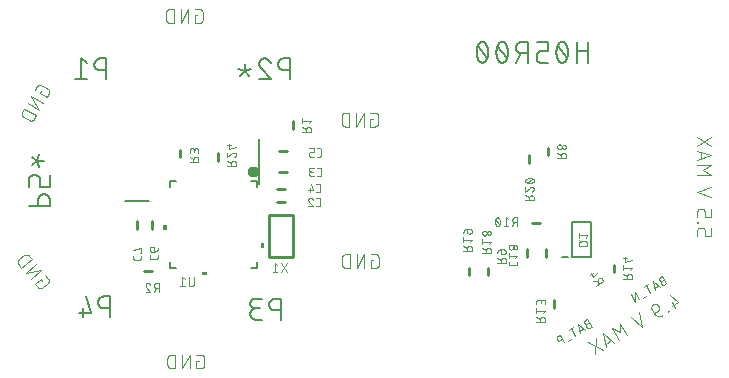
<source format=gbr>
G04 EAGLE Gerber RS-274X export*
G75*
%MOMM*%
%FSLAX34Y34*%
%LPD*%
%INSilkscreen Bottom*%
%IPPOS*%
%AMOC8*
5,1,8,0,0,1.08239X$1,22.5*%
G01*
%ADD10C,0.152400*%
%ADD11C,0.101600*%
%ADD12C,0.076200*%
%ADD13C,0.254000*%
%ADD14C,0.406400*%
%ADD15C,0.050800*%
%ADD16C,0.200000*%

G36*
X-163955Y52619D02*
X-163955Y52619D01*
X-163953Y52618D01*
X-163910Y52638D01*
X-163866Y52656D01*
X-163866Y52658D01*
X-163864Y52659D01*
X-163831Y52744D01*
X-163831Y56554D01*
X-163832Y56556D01*
X-163831Y56558D01*
X-163851Y56601D01*
X-163869Y56645D01*
X-163871Y56645D01*
X-163872Y56647D01*
X-163957Y56680D01*
X-166497Y56680D01*
X-166499Y56679D01*
X-166501Y56680D01*
X-166544Y56660D01*
X-166588Y56642D01*
X-166588Y56640D01*
X-166590Y56639D01*
X-166623Y56554D01*
X-166623Y52744D01*
X-166622Y52742D01*
X-166623Y52740D01*
X-166603Y52697D01*
X-166585Y52653D01*
X-166583Y52653D01*
X-166582Y52651D01*
X-166497Y52618D01*
X-163957Y52618D01*
X-163955Y52619D01*
G37*
G36*
X-81151Y37616D02*
X-81151Y37616D01*
X-81149Y37615D01*
X-81106Y37635D01*
X-81062Y37653D01*
X-81062Y37655D01*
X-81060Y37656D01*
X-81027Y37741D01*
X-81027Y41551D01*
X-81028Y41553D01*
X-81027Y41555D01*
X-81047Y41598D01*
X-81065Y41642D01*
X-81067Y41642D01*
X-81068Y41644D01*
X-81153Y41677D01*
X-83693Y41677D01*
X-83695Y41676D01*
X-83697Y41677D01*
X-83740Y41657D01*
X-83784Y41639D01*
X-83784Y41637D01*
X-83786Y41636D01*
X-83819Y41551D01*
X-83819Y37741D01*
X-83818Y37739D01*
X-83819Y37737D01*
X-83799Y37694D01*
X-83781Y37650D01*
X-83779Y37650D01*
X-83778Y37648D01*
X-83693Y37615D01*
X-81153Y37615D01*
X-81151Y37616D01*
G37*
G36*
X-129420Y14353D02*
X-129420Y14353D01*
X-129418Y14352D01*
X-129375Y14372D01*
X-129331Y14390D01*
X-129331Y14392D01*
X-129329Y14393D01*
X-129296Y14478D01*
X-129296Y17018D01*
X-129297Y17020D01*
X-129296Y17022D01*
X-129316Y17065D01*
X-129334Y17109D01*
X-129336Y17109D01*
X-129337Y17111D01*
X-129422Y17144D01*
X-133232Y17144D01*
X-133234Y17143D01*
X-133236Y17144D01*
X-133279Y17124D01*
X-133323Y17106D01*
X-133323Y17104D01*
X-133325Y17103D01*
X-133358Y17018D01*
X-133358Y14478D01*
X-133357Y14476D01*
X-133358Y14474D01*
X-133338Y14431D01*
X-133320Y14387D01*
X-133318Y14387D01*
X-133317Y14385D01*
X-133232Y14352D01*
X-129422Y14352D01*
X-129420Y14353D01*
G37*
D10*
X-59500Y180150D02*
X-59500Y197930D01*
X-64438Y197930D01*
X-64578Y197928D01*
X-64717Y197922D01*
X-64857Y197912D01*
X-64996Y197898D01*
X-65135Y197881D01*
X-65273Y197859D01*
X-65410Y197833D01*
X-65547Y197804D01*
X-65683Y197771D01*
X-65817Y197734D01*
X-65951Y197693D01*
X-66083Y197648D01*
X-66215Y197599D01*
X-66344Y197547D01*
X-66472Y197492D01*
X-66599Y197432D01*
X-66724Y197369D01*
X-66847Y197303D01*
X-66968Y197233D01*
X-67087Y197160D01*
X-67204Y197083D01*
X-67318Y197003D01*
X-67431Y196920D01*
X-67541Y196834D01*
X-67648Y196744D01*
X-67753Y196652D01*
X-67855Y196557D01*
X-67955Y196459D01*
X-68052Y196358D01*
X-68146Y196254D01*
X-68236Y196148D01*
X-68324Y196039D01*
X-68409Y195928D01*
X-68490Y195814D01*
X-68569Y195699D01*
X-68644Y195581D01*
X-68715Y195461D01*
X-68783Y195338D01*
X-68848Y195215D01*
X-68909Y195089D01*
X-68967Y194961D01*
X-69021Y194833D01*
X-69071Y194702D01*
X-69118Y194570D01*
X-69161Y194437D01*
X-69200Y194303D01*
X-69235Y194168D01*
X-69266Y194032D01*
X-69294Y193894D01*
X-69317Y193757D01*
X-69337Y193618D01*
X-69353Y193479D01*
X-69365Y193340D01*
X-69373Y193201D01*
X-69377Y193061D01*
X-69377Y192921D01*
X-69373Y192781D01*
X-69365Y192642D01*
X-69353Y192503D01*
X-69337Y192364D01*
X-69317Y192225D01*
X-69294Y192088D01*
X-69266Y191950D01*
X-69235Y191814D01*
X-69200Y191679D01*
X-69161Y191545D01*
X-69118Y191412D01*
X-69071Y191280D01*
X-69021Y191149D01*
X-68967Y191021D01*
X-68909Y190893D01*
X-68848Y190767D01*
X-68783Y190644D01*
X-68715Y190521D01*
X-68644Y190401D01*
X-68569Y190283D01*
X-68490Y190168D01*
X-68409Y190054D01*
X-68324Y189943D01*
X-68236Y189834D01*
X-68146Y189728D01*
X-68052Y189624D01*
X-67955Y189523D01*
X-67855Y189425D01*
X-67753Y189330D01*
X-67648Y189238D01*
X-67541Y189148D01*
X-67431Y189062D01*
X-67318Y188979D01*
X-67204Y188899D01*
X-67087Y188822D01*
X-66968Y188749D01*
X-66847Y188679D01*
X-66724Y188613D01*
X-66599Y188550D01*
X-66472Y188490D01*
X-66344Y188435D01*
X-66215Y188383D01*
X-66083Y188334D01*
X-65951Y188289D01*
X-65817Y188248D01*
X-65683Y188211D01*
X-65547Y188178D01*
X-65410Y188149D01*
X-65273Y188123D01*
X-65135Y188101D01*
X-64996Y188084D01*
X-64857Y188070D01*
X-64717Y188060D01*
X-64578Y188054D01*
X-64438Y188052D01*
X-59500Y188052D01*
X-80927Y197930D02*
X-81059Y197928D01*
X-81190Y197922D01*
X-81322Y197912D01*
X-81453Y197899D01*
X-81583Y197881D01*
X-81713Y197860D01*
X-81843Y197835D01*
X-81971Y197806D01*
X-82099Y197773D01*
X-82225Y197736D01*
X-82351Y197696D01*
X-82475Y197652D01*
X-82598Y197604D01*
X-82719Y197553D01*
X-82839Y197498D01*
X-82957Y197440D01*
X-83073Y197378D01*
X-83187Y197312D01*
X-83300Y197244D01*
X-83410Y197172D01*
X-83518Y197097D01*
X-83624Y197018D01*
X-83728Y196937D01*
X-83829Y196852D01*
X-83927Y196765D01*
X-84023Y196674D01*
X-84116Y196581D01*
X-84207Y196485D01*
X-84294Y196387D01*
X-84379Y196286D01*
X-84460Y196182D01*
X-84539Y196076D01*
X-84614Y195968D01*
X-84686Y195858D01*
X-84754Y195745D01*
X-84820Y195631D01*
X-84882Y195515D01*
X-84940Y195397D01*
X-84995Y195277D01*
X-85046Y195156D01*
X-85094Y195033D01*
X-85138Y194909D01*
X-85178Y194783D01*
X-85215Y194657D01*
X-85248Y194529D01*
X-85277Y194401D01*
X-85302Y194271D01*
X-85323Y194141D01*
X-85341Y194011D01*
X-85354Y193880D01*
X-85364Y193748D01*
X-85370Y193617D01*
X-85372Y193485D01*
X-80927Y197930D02*
X-80777Y197928D01*
X-80628Y197922D01*
X-80479Y197912D01*
X-80330Y197899D01*
X-80181Y197881D01*
X-80033Y197860D01*
X-79885Y197834D01*
X-79739Y197805D01*
X-79593Y197772D01*
X-79448Y197735D01*
X-79304Y197694D01*
X-79161Y197650D01*
X-79019Y197602D01*
X-78879Y197550D01*
X-78740Y197495D01*
X-78602Y197436D01*
X-78467Y197373D01*
X-78332Y197307D01*
X-78200Y197237D01*
X-78070Y197164D01*
X-77941Y197087D01*
X-77814Y197007D01*
X-77690Y196924D01*
X-77568Y196838D01*
X-77448Y196748D01*
X-77331Y196655D01*
X-77216Y196560D01*
X-77103Y196461D01*
X-76993Y196359D01*
X-76886Y196255D01*
X-76782Y196148D01*
X-76680Y196038D01*
X-76582Y195925D01*
X-76486Y195810D01*
X-76394Y195692D01*
X-76304Y195572D01*
X-76218Y195450D01*
X-76135Y195326D01*
X-76055Y195199D01*
X-75979Y195071D01*
X-75906Y194940D01*
X-75836Y194807D01*
X-75770Y194673D01*
X-75708Y194537D01*
X-75649Y194400D01*
X-75593Y194261D01*
X-75542Y194120D01*
X-75494Y193979D01*
X-83890Y190028D02*
X-83986Y190121D01*
X-84078Y190217D01*
X-84168Y190316D01*
X-84255Y190417D01*
X-84340Y190520D01*
X-84421Y190625D01*
X-84499Y190733D01*
X-84574Y190843D01*
X-84647Y190955D01*
X-84716Y191069D01*
X-84782Y191185D01*
X-84844Y191303D01*
X-84903Y191422D01*
X-84959Y191543D01*
X-85012Y191666D01*
X-85061Y191790D01*
X-85106Y191915D01*
X-85149Y192042D01*
X-85187Y192169D01*
X-85222Y192298D01*
X-85253Y192427D01*
X-85281Y192558D01*
X-85305Y192689D01*
X-85326Y192821D01*
X-85342Y192953D01*
X-85355Y193086D01*
X-85365Y193219D01*
X-85370Y193352D01*
X-85372Y193485D01*
X-83891Y190027D02*
X-75495Y180150D01*
X-85372Y180150D01*
X-97742Y187064D02*
X-97742Y192991D01*
X-97742Y187064D02*
X-101199Y182619D01*
X-97742Y187064D02*
X-94285Y182619D01*
X-97742Y187064D02*
X-103175Y189040D01*
X-97742Y187064D02*
X-92309Y189040D01*
X-262700Y73038D02*
X-280480Y73038D01*
X-262700Y73038D02*
X-262700Y77976D01*
X-262699Y77976D02*
X-262701Y78116D01*
X-262707Y78255D01*
X-262717Y78395D01*
X-262731Y78534D01*
X-262748Y78673D01*
X-262770Y78811D01*
X-262796Y78948D01*
X-262825Y79085D01*
X-262858Y79221D01*
X-262895Y79355D01*
X-262936Y79489D01*
X-262981Y79621D01*
X-263030Y79753D01*
X-263082Y79882D01*
X-263137Y80010D01*
X-263197Y80137D01*
X-263260Y80262D01*
X-263326Y80385D01*
X-263396Y80506D01*
X-263469Y80625D01*
X-263546Y80742D01*
X-263626Y80856D01*
X-263709Y80969D01*
X-263795Y81079D01*
X-263885Y81186D01*
X-263977Y81291D01*
X-264072Y81393D01*
X-264170Y81493D01*
X-264271Y81590D01*
X-264375Y81684D01*
X-264481Y81774D01*
X-264590Y81862D01*
X-264701Y81947D01*
X-264815Y82028D01*
X-264930Y82107D01*
X-265048Y82182D01*
X-265169Y82253D01*
X-265291Y82321D01*
X-265414Y82386D01*
X-265540Y82447D01*
X-265668Y82505D01*
X-265796Y82559D01*
X-265927Y82609D01*
X-266059Y82656D01*
X-266192Y82699D01*
X-266326Y82738D01*
X-266461Y82773D01*
X-266597Y82804D01*
X-266735Y82832D01*
X-266872Y82855D01*
X-267011Y82875D01*
X-267150Y82891D01*
X-267289Y82903D01*
X-267428Y82911D01*
X-267568Y82915D01*
X-267708Y82915D01*
X-267848Y82911D01*
X-267987Y82903D01*
X-268126Y82891D01*
X-268265Y82875D01*
X-268404Y82855D01*
X-268541Y82832D01*
X-268679Y82804D01*
X-268815Y82773D01*
X-268950Y82738D01*
X-269084Y82699D01*
X-269217Y82656D01*
X-269349Y82609D01*
X-269480Y82559D01*
X-269608Y82505D01*
X-269736Y82447D01*
X-269862Y82386D01*
X-269985Y82321D01*
X-270108Y82253D01*
X-270228Y82182D01*
X-270346Y82107D01*
X-270461Y82028D01*
X-270575Y81947D01*
X-270686Y81862D01*
X-270795Y81774D01*
X-270901Y81684D01*
X-271005Y81590D01*
X-271106Y81493D01*
X-271204Y81393D01*
X-271299Y81291D01*
X-271391Y81186D01*
X-271481Y81079D01*
X-271567Y80969D01*
X-271650Y80856D01*
X-271730Y80742D01*
X-271807Y80625D01*
X-271880Y80506D01*
X-271950Y80385D01*
X-272016Y80262D01*
X-272079Y80137D01*
X-272139Y80010D01*
X-272194Y79882D01*
X-272246Y79753D01*
X-272295Y79621D01*
X-272340Y79489D01*
X-272381Y79355D01*
X-272418Y79221D01*
X-272451Y79085D01*
X-272480Y78948D01*
X-272506Y78811D01*
X-272528Y78673D01*
X-272545Y78534D01*
X-272559Y78395D01*
X-272569Y78255D01*
X-272575Y78116D01*
X-272577Y77976D01*
X-272577Y73038D01*
X-280480Y89033D02*
X-280480Y94959D01*
X-280479Y94959D02*
X-280477Y95083D01*
X-280471Y95207D01*
X-280461Y95331D01*
X-280448Y95454D01*
X-280430Y95577D01*
X-280409Y95699D01*
X-280384Y95821D01*
X-280355Y95942D01*
X-280322Y96061D01*
X-280286Y96180D01*
X-280245Y96297D01*
X-280202Y96413D01*
X-280154Y96528D01*
X-280103Y96641D01*
X-280048Y96753D01*
X-279990Y96862D01*
X-279929Y96970D01*
X-279864Y97076D01*
X-279796Y97180D01*
X-279724Y97281D01*
X-279650Y97381D01*
X-279572Y97477D01*
X-279492Y97572D01*
X-279408Y97664D01*
X-279322Y97753D01*
X-279233Y97839D01*
X-279141Y97923D01*
X-279046Y98003D01*
X-278950Y98081D01*
X-278850Y98155D01*
X-278749Y98227D01*
X-278645Y98295D01*
X-278539Y98360D01*
X-278431Y98421D01*
X-278322Y98479D01*
X-278210Y98534D01*
X-278097Y98585D01*
X-277982Y98633D01*
X-277866Y98676D01*
X-277749Y98717D01*
X-277630Y98753D01*
X-277511Y98786D01*
X-277390Y98815D01*
X-277268Y98840D01*
X-277146Y98861D01*
X-277023Y98879D01*
X-276900Y98892D01*
X-276776Y98902D01*
X-276652Y98908D01*
X-276528Y98910D01*
X-274553Y98910D01*
X-274429Y98908D01*
X-274305Y98902D01*
X-274181Y98892D01*
X-274058Y98879D01*
X-273935Y98861D01*
X-273813Y98840D01*
X-273691Y98815D01*
X-273570Y98786D01*
X-273451Y98753D01*
X-273332Y98717D01*
X-273215Y98676D01*
X-273099Y98633D01*
X-272984Y98585D01*
X-272871Y98534D01*
X-272759Y98479D01*
X-272650Y98421D01*
X-272542Y98360D01*
X-272436Y98295D01*
X-272332Y98227D01*
X-272231Y98155D01*
X-272131Y98081D01*
X-272035Y98003D01*
X-271940Y97923D01*
X-271848Y97839D01*
X-271759Y97753D01*
X-271673Y97664D01*
X-271589Y97572D01*
X-271509Y97477D01*
X-271431Y97381D01*
X-271357Y97281D01*
X-271285Y97180D01*
X-271217Y97076D01*
X-271152Y96970D01*
X-271091Y96862D01*
X-271033Y96753D01*
X-270978Y96641D01*
X-270927Y96528D01*
X-270879Y96413D01*
X-270836Y96297D01*
X-270795Y96180D01*
X-270759Y96061D01*
X-270726Y95942D01*
X-270697Y95821D01*
X-270672Y95699D01*
X-270651Y95577D01*
X-270633Y95454D01*
X-270620Y95331D01*
X-270610Y95207D01*
X-270604Y95083D01*
X-270602Y94959D01*
X-270602Y89033D01*
X-262700Y89033D01*
X-262700Y98910D01*
X-267638Y111280D02*
X-273565Y111280D01*
X-278010Y114737D01*
X-273565Y111280D02*
X-278010Y107823D01*
X-273565Y111280D02*
X-271590Y116713D01*
X-273565Y111280D02*
X-271590Y105847D01*
X-211900Y-3683D02*
X-211900Y-21463D01*
X-211900Y-3683D02*
X-216838Y-3683D01*
X-216978Y-3685D01*
X-217117Y-3691D01*
X-217257Y-3701D01*
X-217396Y-3715D01*
X-217535Y-3732D01*
X-217673Y-3754D01*
X-217810Y-3780D01*
X-217947Y-3809D01*
X-218083Y-3842D01*
X-218217Y-3879D01*
X-218351Y-3920D01*
X-218483Y-3965D01*
X-218615Y-4014D01*
X-218744Y-4066D01*
X-218872Y-4121D01*
X-218999Y-4181D01*
X-219124Y-4244D01*
X-219247Y-4310D01*
X-219368Y-4380D01*
X-219487Y-4453D01*
X-219604Y-4530D01*
X-219718Y-4610D01*
X-219831Y-4693D01*
X-219941Y-4779D01*
X-220048Y-4869D01*
X-220153Y-4961D01*
X-220255Y-5056D01*
X-220355Y-5154D01*
X-220452Y-5255D01*
X-220546Y-5359D01*
X-220636Y-5465D01*
X-220724Y-5574D01*
X-220809Y-5685D01*
X-220890Y-5799D01*
X-220969Y-5914D01*
X-221044Y-6032D01*
X-221115Y-6153D01*
X-221183Y-6275D01*
X-221248Y-6398D01*
X-221309Y-6524D01*
X-221367Y-6652D01*
X-221421Y-6780D01*
X-221471Y-6911D01*
X-221518Y-7043D01*
X-221561Y-7176D01*
X-221600Y-7310D01*
X-221635Y-7445D01*
X-221666Y-7581D01*
X-221694Y-7719D01*
X-221717Y-7856D01*
X-221737Y-7995D01*
X-221753Y-8134D01*
X-221765Y-8273D01*
X-221773Y-8412D01*
X-221777Y-8552D01*
X-221777Y-8692D01*
X-221773Y-8832D01*
X-221765Y-8971D01*
X-221753Y-9110D01*
X-221737Y-9249D01*
X-221717Y-9388D01*
X-221694Y-9525D01*
X-221666Y-9663D01*
X-221635Y-9799D01*
X-221600Y-9934D01*
X-221561Y-10068D01*
X-221518Y-10201D01*
X-221471Y-10333D01*
X-221421Y-10464D01*
X-221367Y-10592D01*
X-221309Y-10720D01*
X-221248Y-10846D01*
X-221183Y-10969D01*
X-221115Y-11092D01*
X-221044Y-11212D01*
X-220969Y-11330D01*
X-220890Y-11445D01*
X-220809Y-11559D01*
X-220724Y-11670D01*
X-220636Y-11779D01*
X-220546Y-11885D01*
X-220452Y-11989D01*
X-220355Y-12090D01*
X-220255Y-12188D01*
X-220153Y-12283D01*
X-220048Y-12375D01*
X-219941Y-12465D01*
X-219831Y-12551D01*
X-219718Y-12634D01*
X-219604Y-12714D01*
X-219487Y-12791D01*
X-219368Y-12864D01*
X-219247Y-12934D01*
X-219124Y-13000D01*
X-218999Y-13063D01*
X-218872Y-13123D01*
X-218744Y-13178D01*
X-218615Y-13230D01*
X-218483Y-13279D01*
X-218351Y-13324D01*
X-218217Y-13365D01*
X-218083Y-13402D01*
X-217947Y-13435D01*
X-217810Y-13464D01*
X-217673Y-13490D01*
X-217535Y-13512D01*
X-217396Y-13529D01*
X-217257Y-13543D01*
X-217117Y-13553D01*
X-216978Y-13559D01*
X-216838Y-13561D01*
X-211900Y-13561D01*
X-227895Y-17512D02*
X-231846Y-3683D01*
X-227895Y-17512D02*
X-237772Y-17512D01*
X-234809Y-13561D02*
X-234809Y-21463D01*
X-67028Y-23305D02*
X-67028Y-5525D01*
X-71967Y-5525D01*
X-71967Y-5524D02*
X-72107Y-5526D01*
X-72246Y-5532D01*
X-72386Y-5542D01*
X-72525Y-5556D01*
X-72664Y-5573D01*
X-72802Y-5595D01*
X-72939Y-5621D01*
X-73076Y-5650D01*
X-73212Y-5683D01*
X-73346Y-5720D01*
X-73480Y-5761D01*
X-73612Y-5806D01*
X-73744Y-5855D01*
X-73873Y-5907D01*
X-74001Y-5962D01*
X-74128Y-6022D01*
X-74253Y-6085D01*
X-74376Y-6151D01*
X-74497Y-6221D01*
X-74616Y-6294D01*
X-74733Y-6371D01*
X-74847Y-6451D01*
X-74960Y-6534D01*
X-75070Y-6620D01*
X-75177Y-6710D01*
X-75282Y-6802D01*
X-75384Y-6897D01*
X-75484Y-6995D01*
X-75581Y-7096D01*
X-75675Y-7200D01*
X-75765Y-7306D01*
X-75853Y-7415D01*
X-75938Y-7526D01*
X-76019Y-7640D01*
X-76098Y-7755D01*
X-76173Y-7873D01*
X-76244Y-7994D01*
X-76312Y-8116D01*
X-76377Y-8239D01*
X-76438Y-8365D01*
X-76496Y-8493D01*
X-76550Y-8621D01*
X-76600Y-8752D01*
X-76647Y-8884D01*
X-76690Y-9017D01*
X-76729Y-9151D01*
X-76764Y-9286D01*
X-76795Y-9422D01*
X-76823Y-9560D01*
X-76846Y-9697D01*
X-76866Y-9836D01*
X-76882Y-9975D01*
X-76894Y-10114D01*
X-76902Y-10253D01*
X-76906Y-10393D01*
X-76906Y-10533D01*
X-76902Y-10673D01*
X-76894Y-10812D01*
X-76882Y-10951D01*
X-76866Y-11090D01*
X-76846Y-11229D01*
X-76823Y-11366D01*
X-76795Y-11504D01*
X-76764Y-11640D01*
X-76729Y-11775D01*
X-76690Y-11909D01*
X-76647Y-12042D01*
X-76600Y-12174D01*
X-76550Y-12305D01*
X-76496Y-12433D01*
X-76438Y-12561D01*
X-76377Y-12687D01*
X-76312Y-12810D01*
X-76244Y-12933D01*
X-76173Y-13053D01*
X-76098Y-13171D01*
X-76019Y-13286D01*
X-75938Y-13400D01*
X-75853Y-13511D01*
X-75765Y-13620D01*
X-75675Y-13726D01*
X-75581Y-13830D01*
X-75484Y-13931D01*
X-75384Y-14029D01*
X-75282Y-14124D01*
X-75177Y-14216D01*
X-75070Y-14306D01*
X-74960Y-14392D01*
X-74847Y-14475D01*
X-74733Y-14555D01*
X-74616Y-14632D01*
X-74497Y-14705D01*
X-74376Y-14775D01*
X-74253Y-14841D01*
X-74128Y-14904D01*
X-74001Y-14964D01*
X-73873Y-15019D01*
X-73744Y-15071D01*
X-73612Y-15120D01*
X-73480Y-15165D01*
X-73346Y-15206D01*
X-73212Y-15243D01*
X-73076Y-15276D01*
X-72939Y-15305D01*
X-72802Y-15331D01*
X-72664Y-15353D01*
X-72525Y-15370D01*
X-72386Y-15384D01*
X-72246Y-15394D01*
X-72107Y-15400D01*
X-71967Y-15402D01*
X-67028Y-15402D01*
X-83023Y-23305D02*
X-87962Y-23305D01*
X-88102Y-23303D01*
X-88241Y-23297D01*
X-88381Y-23287D01*
X-88520Y-23273D01*
X-88659Y-23256D01*
X-88797Y-23234D01*
X-88934Y-23208D01*
X-89071Y-23179D01*
X-89207Y-23146D01*
X-89341Y-23109D01*
X-89475Y-23068D01*
X-89607Y-23023D01*
X-89739Y-22974D01*
X-89868Y-22922D01*
X-89996Y-22867D01*
X-90123Y-22807D01*
X-90248Y-22744D01*
X-90371Y-22678D01*
X-90492Y-22608D01*
X-90611Y-22535D01*
X-90728Y-22458D01*
X-90842Y-22378D01*
X-90955Y-22295D01*
X-91065Y-22209D01*
X-91172Y-22119D01*
X-91277Y-22027D01*
X-91379Y-21932D01*
X-91479Y-21834D01*
X-91576Y-21733D01*
X-91670Y-21629D01*
X-91760Y-21523D01*
X-91848Y-21414D01*
X-91933Y-21303D01*
X-92014Y-21189D01*
X-92093Y-21074D01*
X-92168Y-20956D01*
X-92239Y-20836D01*
X-92307Y-20713D01*
X-92372Y-20590D01*
X-92433Y-20464D01*
X-92491Y-20336D01*
X-92545Y-20208D01*
X-92595Y-20077D01*
X-92642Y-19945D01*
X-92685Y-19812D01*
X-92724Y-19678D01*
X-92759Y-19543D01*
X-92790Y-19407D01*
X-92818Y-19269D01*
X-92841Y-19132D01*
X-92861Y-18993D01*
X-92877Y-18854D01*
X-92889Y-18715D01*
X-92897Y-18576D01*
X-92901Y-18436D01*
X-92901Y-18296D01*
X-92897Y-18156D01*
X-92889Y-18017D01*
X-92877Y-17878D01*
X-92861Y-17739D01*
X-92841Y-17600D01*
X-92818Y-17463D01*
X-92790Y-17325D01*
X-92759Y-17189D01*
X-92724Y-17054D01*
X-92685Y-16920D01*
X-92642Y-16787D01*
X-92595Y-16655D01*
X-92545Y-16524D01*
X-92491Y-16396D01*
X-92433Y-16268D01*
X-92372Y-16142D01*
X-92307Y-16019D01*
X-92239Y-15897D01*
X-92168Y-15776D01*
X-92093Y-15658D01*
X-92014Y-15543D01*
X-91933Y-15429D01*
X-91848Y-15318D01*
X-91760Y-15209D01*
X-91670Y-15103D01*
X-91576Y-14999D01*
X-91479Y-14898D01*
X-91379Y-14800D01*
X-91277Y-14705D01*
X-91172Y-14613D01*
X-91065Y-14523D01*
X-90955Y-14437D01*
X-90842Y-14354D01*
X-90728Y-14274D01*
X-90611Y-14197D01*
X-90492Y-14124D01*
X-90371Y-14054D01*
X-90248Y-13988D01*
X-90123Y-13925D01*
X-89996Y-13865D01*
X-89868Y-13810D01*
X-89739Y-13758D01*
X-89607Y-13709D01*
X-89475Y-13664D01*
X-89341Y-13623D01*
X-89207Y-13586D01*
X-89071Y-13553D01*
X-88934Y-13524D01*
X-88797Y-13498D01*
X-88659Y-13476D01*
X-88520Y-13459D01*
X-88381Y-13445D01*
X-88241Y-13435D01*
X-88102Y-13429D01*
X-87962Y-13427D01*
X-88949Y-5525D02*
X-83023Y-5525D01*
X-88949Y-5525D02*
X-89073Y-5527D01*
X-89197Y-5533D01*
X-89321Y-5543D01*
X-89444Y-5556D01*
X-89567Y-5574D01*
X-89689Y-5595D01*
X-89811Y-5620D01*
X-89932Y-5649D01*
X-90051Y-5682D01*
X-90170Y-5718D01*
X-90287Y-5759D01*
X-90403Y-5802D01*
X-90518Y-5850D01*
X-90631Y-5901D01*
X-90743Y-5956D01*
X-90852Y-6014D01*
X-90960Y-6075D01*
X-91066Y-6140D01*
X-91170Y-6208D01*
X-91271Y-6280D01*
X-91371Y-6354D01*
X-91467Y-6432D01*
X-91562Y-6512D01*
X-91654Y-6596D01*
X-91743Y-6682D01*
X-91829Y-6771D01*
X-91913Y-6863D01*
X-91993Y-6958D01*
X-92071Y-7054D01*
X-92145Y-7154D01*
X-92217Y-7255D01*
X-92285Y-7359D01*
X-92350Y-7465D01*
X-92411Y-7573D01*
X-92469Y-7682D01*
X-92524Y-7794D01*
X-92575Y-7907D01*
X-92623Y-8022D01*
X-92666Y-8138D01*
X-92707Y-8255D01*
X-92743Y-8374D01*
X-92776Y-8493D01*
X-92805Y-8614D01*
X-92830Y-8736D01*
X-92851Y-8858D01*
X-92869Y-8981D01*
X-92882Y-9104D01*
X-92892Y-9228D01*
X-92898Y-9352D01*
X-92900Y-9476D01*
X-92898Y-9600D01*
X-92892Y-9724D01*
X-92882Y-9848D01*
X-92869Y-9971D01*
X-92851Y-10094D01*
X-92830Y-10216D01*
X-92805Y-10338D01*
X-92776Y-10459D01*
X-92743Y-10578D01*
X-92707Y-10697D01*
X-92666Y-10814D01*
X-92623Y-10930D01*
X-92575Y-11045D01*
X-92524Y-11158D01*
X-92469Y-11270D01*
X-92411Y-11379D01*
X-92350Y-11487D01*
X-92285Y-11593D01*
X-92217Y-11697D01*
X-92145Y-11798D01*
X-92071Y-11898D01*
X-91993Y-11994D01*
X-91913Y-12089D01*
X-91829Y-12181D01*
X-91743Y-12270D01*
X-91654Y-12356D01*
X-91562Y-12440D01*
X-91467Y-12520D01*
X-91371Y-12598D01*
X-91271Y-12672D01*
X-91170Y-12744D01*
X-91066Y-12812D01*
X-90960Y-12877D01*
X-90852Y-12938D01*
X-90743Y-12996D01*
X-90631Y-13051D01*
X-90518Y-13102D01*
X-90403Y-13150D01*
X-90287Y-13193D01*
X-90170Y-13234D01*
X-90051Y-13270D01*
X-89932Y-13303D01*
X-89811Y-13332D01*
X-89689Y-13357D01*
X-89567Y-13378D01*
X-89444Y-13396D01*
X-89321Y-13409D01*
X-89197Y-13419D01*
X-89073Y-13425D01*
X-88949Y-13427D01*
X-84998Y-13427D01*
X193423Y194310D02*
X193423Y212090D01*
X193423Y204188D02*
X183546Y204188D01*
X183546Y212090D02*
X183546Y194310D01*
X176115Y203200D02*
X176111Y203550D01*
X176098Y203899D01*
X176077Y204248D01*
X176048Y204597D01*
X176011Y204945D01*
X175965Y205292D01*
X175911Y205637D01*
X175849Y205981D01*
X175778Y206324D01*
X175699Y206665D01*
X175613Y207004D01*
X175518Y207340D01*
X175415Y207675D01*
X175304Y208006D01*
X175186Y208336D01*
X175059Y208662D01*
X174925Y208985D01*
X174783Y209304D01*
X174633Y209621D01*
X174633Y209620D02*
X174593Y209733D01*
X174549Y209843D01*
X174501Y209953D01*
X174450Y210060D01*
X174395Y210166D01*
X174337Y210271D01*
X174275Y210373D01*
X174210Y210473D01*
X174142Y210571D01*
X174071Y210667D01*
X173996Y210760D01*
X173919Y210851D01*
X173839Y210939D01*
X173756Y211024D01*
X173670Y211107D01*
X173581Y211187D01*
X173490Y211264D01*
X173396Y211338D01*
X173300Y211409D01*
X173202Y211477D01*
X173102Y211541D01*
X172999Y211603D01*
X172895Y211660D01*
X172789Y211715D01*
X172681Y211766D01*
X172571Y211813D01*
X172460Y211857D01*
X172348Y211897D01*
X172234Y211933D01*
X172120Y211966D01*
X172004Y211995D01*
X171887Y212020D01*
X171770Y212041D01*
X171652Y212059D01*
X171533Y212072D01*
X171414Y212082D01*
X171295Y212088D01*
X171176Y212090D01*
X171057Y212088D01*
X170938Y212082D01*
X170819Y212072D01*
X170700Y212059D01*
X170582Y212041D01*
X170465Y212020D01*
X170348Y211995D01*
X170232Y211966D01*
X170118Y211933D01*
X170004Y211897D01*
X169892Y211857D01*
X169781Y211813D01*
X169671Y211766D01*
X169563Y211715D01*
X169457Y211660D01*
X169353Y211603D01*
X169250Y211541D01*
X169150Y211477D01*
X169052Y211409D01*
X168956Y211338D01*
X168862Y211264D01*
X168771Y211187D01*
X168682Y211107D01*
X168597Y211024D01*
X168513Y210939D01*
X168433Y210851D01*
X168356Y210760D01*
X168281Y210667D01*
X168210Y210571D01*
X168142Y210473D01*
X168077Y210373D01*
X168015Y210271D01*
X167957Y210166D01*
X167902Y210061D01*
X167851Y209953D01*
X167803Y209843D01*
X167759Y209733D01*
X167719Y209620D01*
X167719Y209621D02*
X167569Y209304D01*
X167427Y208985D01*
X167293Y208662D01*
X167166Y208336D01*
X167048Y208006D01*
X166937Y207675D01*
X166834Y207340D01*
X166739Y207004D01*
X166653Y206665D01*
X166574Y206324D01*
X166503Y205981D01*
X166441Y205637D01*
X166387Y205292D01*
X166341Y204945D01*
X166304Y204597D01*
X166275Y204248D01*
X166254Y203899D01*
X166241Y203550D01*
X166237Y203200D01*
X176114Y203200D02*
X176110Y202850D01*
X176097Y202501D01*
X176076Y202152D01*
X176047Y201803D01*
X176010Y201455D01*
X175964Y201108D01*
X175910Y200763D01*
X175848Y200419D01*
X175777Y200076D01*
X175698Y199735D01*
X175612Y199396D01*
X175517Y199060D01*
X175414Y198725D01*
X175303Y198394D01*
X175185Y198065D01*
X175058Y197738D01*
X174924Y197415D01*
X174782Y197096D01*
X174632Y196780D01*
X174633Y196780D02*
X174593Y196667D01*
X174549Y196557D01*
X174501Y196447D01*
X174450Y196340D01*
X174395Y196234D01*
X174337Y196129D01*
X174275Y196027D01*
X174210Y195927D01*
X174142Y195829D01*
X174071Y195733D01*
X173996Y195640D01*
X173919Y195549D01*
X173839Y195461D01*
X173756Y195376D01*
X173670Y195293D01*
X173581Y195213D01*
X173490Y195136D01*
X173396Y195062D01*
X173300Y194991D01*
X173202Y194923D01*
X173102Y194859D01*
X172999Y194797D01*
X172895Y194740D01*
X172789Y194685D01*
X172681Y194634D01*
X172571Y194587D01*
X172460Y194543D01*
X172348Y194503D01*
X172234Y194467D01*
X172120Y194434D01*
X172004Y194405D01*
X171887Y194380D01*
X171770Y194359D01*
X171652Y194341D01*
X171533Y194328D01*
X171414Y194318D01*
X171295Y194312D01*
X171176Y194310D01*
X167719Y196780D02*
X167569Y197096D01*
X167427Y197415D01*
X167293Y197738D01*
X167166Y198065D01*
X167048Y198394D01*
X166937Y198725D01*
X166834Y199060D01*
X166739Y199396D01*
X166653Y199735D01*
X166574Y200076D01*
X166503Y200419D01*
X166441Y200763D01*
X166387Y201108D01*
X166341Y201455D01*
X166304Y201803D01*
X166275Y202152D01*
X166254Y202501D01*
X166241Y202850D01*
X166237Y203200D01*
X167719Y196780D02*
X167759Y196667D01*
X167803Y196557D01*
X167851Y196447D01*
X167902Y196339D01*
X167957Y196233D01*
X168015Y196129D01*
X168077Y196027D01*
X168142Y195927D01*
X168210Y195829D01*
X168281Y195733D01*
X168356Y195640D01*
X168433Y195549D01*
X168513Y195461D01*
X168597Y195376D01*
X168682Y195293D01*
X168771Y195213D01*
X168862Y195136D01*
X168956Y195062D01*
X169052Y194991D01*
X169150Y194923D01*
X169250Y194859D01*
X169353Y194797D01*
X169457Y194739D01*
X169563Y194685D01*
X169671Y194634D01*
X169781Y194587D01*
X169892Y194543D01*
X170004Y194503D01*
X170118Y194467D01*
X170232Y194434D01*
X170348Y194405D01*
X170465Y194380D01*
X170582Y194359D01*
X170700Y194341D01*
X170819Y194328D01*
X170938Y194318D01*
X171057Y194312D01*
X171176Y194310D01*
X175127Y198261D02*
X167225Y208139D01*
X159364Y194310D02*
X153437Y194310D01*
X153313Y194312D01*
X153189Y194318D01*
X153065Y194328D01*
X152942Y194341D01*
X152819Y194359D01*
X152697Y194380D01*
X152575Y194405D01*
X152454Y194434D01*
X152335Y194467D01*
X152216Y194503D01*
X152099Y194544D01*
X151983Y194587D01*
X151868Y194635D01*
X151755Y194686D01*
X151643Y194741D01*
X151534Y194799D01*
X151426Y194860D01*
X151320Y194925D01*
X151216Y194993D01*
X151115Y195065D01*
X151015Y195139D01*
X150919Y195217D01*
X150824Y195297D01*
X150732Y195381D01*
X150643Y195467D01*
X150557Y195556D01*
X150473Y195648D01*
X150393Y195743D01*
X150315Y195839D01*
X150241Y195939D01*
X150169Y196040D01*
X150101Y196144D01*
X150036Y196250D01*
X149975Y196358D01*
X149917Y196467D01*
X149862Y196579D01*
X149811Y196692D01*
X149763Y196807D01*
X149720Y196923D01*
X149679Y197040D01*
X149643Y197159D01*
X149610Y197278D01*
X149581Y197399D01*
X149556Y197521D01*
X149535Y197643D01*
X149517Y197766D01*
X149504Y197889D01*
X149494Y198013D01*
X149488Y198137D01*
X149486Y198261D01*
X149486Y200237D01*
X149488Y200361D01*
X149494Y200485D01*
X149504Y200609D01*
X149517Y200732D01*
X149535Y200855D01*
X149556Y200977D01*
X149581Y201099D01*
X149610Y201220D01*
X149643Y201339D01*
X149679Y201458D01*
X149720Y201575D01*
X149763Y201691D01*
X149811Y201806D01*
X149862Y201919D01*
X149917Y202031D01*
X149975Y202140D01*
X150036Y202248D01*
X150101Y202354D01*
X150169Y202458D01*
X150241Y202559D01*
X150315Y202659D01*
X150393Y202755D01*
X150473Y202850D01*
X150557Y202942D01*
X150643Y203031D01*
X150732Y203117D01*
X150824Y203201D01*
X150919Y203281D01*
X151015Y203359D01*
X151115Y203433D01*
X151216Y203505D01*
X151320Y203573D01*
X151426Y203638D01*
X151534Y203699D01*
X151643Y203757D01*
X151755Y203812D01*
X151868Y203863D01*
X151983Y203911D01*
X152099Y203954D01*
X152216Y203995D01*
X152335Y204031D01*
X152454Y204064D01*
X152575Y204093D01*
X152697Y204118D01*
X152819Y204139D01*
X152942Y204157D01*
X153065Y204170D01*
X153189Y204180D01*
X153313Y204186D01*
X153437Y204188D01*
X159364Y204188D01*
X159364Y212090D01*
X149486Y212090D01*
X141970Y212090D02*
X141970Y194310D01*
X141970Y212090D02*
X137031Y212090D01*
X136891Y212088D01*
X136752Y212082D01*
X136612Y212072D01*
X136473Y212058D01*
X136334Y212041D01*
X136196Y212019D01*
X136059Y211993D01*
X135922Y211964D01*
X135786Y211931D01*
X135652Y211894D01*
X135518Y211853D01*
X135386Y211808D01*
X135254Y211759D01*
X135125Y211707D01*
X134997Y211652D01*
X134870Y211592D01*
X134745Y211529D01*
X134622Y211463D01*
X134501Y211393D01*
X134382Y211320D01*
X134265Y211243D01*
X134151Y211163D01*
X134038Y211080D01*
X133928Y210994D01*
X133821Y210904D01*
X133716Y210812D01*
X133614Y210717D01*
X133514Y210619D01*
X133417Y210518D01*
X133323Y210414D01*
X133233Y210308D01*
X133145Y210199D01*
X133060Y210088D01*
X132979Y209974D01*
X132900Y209859D01*
X132825Y209741D01*
X132754Y209621D01*
X132686Y209498D01*
X132621Y209375D01*
X132560Y209249D01*
X132502Y209121D01*
X132448Y208993D01*
X132398Y208862D01*
X132351Y208730D01*
X132308Y208597D01*
X132269Y208463D01*
X132234Y208328D01*
X132203Y208192D01*
X132175Y208054D01*
X132152Y207917D01*
X132132Y207778D01*
X132116Y207639D01*
X132104Y207500D01*
X132096Y207361D01*
X132092Y207221D01*
X132092Y207081D01*
X132096Y206941D01*
X132104Y206802D01*
X132116Y206663D01*
X132132Y206524D01*
X132152Y206385D01*
X132175Y206248D01*
X132203Y206110D01*
X132234Y205974D01*
X132269Y205839D01*
X132308Y205705D01*
X132351Y205572D01*
X132398Y205440D01*
X132448Y205309D01*
X132502Y205181D01*
X132560Y205053D01*
X132621Y204927D01*
X132686Y204804D01*
X132754Y204681D01*
X132825Y204561D01*
X132900Y204443D01*
X132979Y204328D01*
X133060Y204214D01*
X133145Y204103D01*
X133233Y203994D01*
X133323Y203888D01*
X133417Y203784D01*
X133514Y203683D01*
X133614Y203585D01*
X133716Y203490D01*
X133821Y203398D01*
X133928Y203308D01*
X134038Y203222D01*
X134151Y203139D01*
X134265Y203059D01*
X134382Y202982D01*
X134501Y202909D01*
X134622Y202839D01*
X134745Y202773D01*
X134870Y202710D01*
X134997Y202650D01*
X135125Y202595D01*
X135254Y202543D01*
X135386Y202494D01*
X135518Y202449D01*
X135652Y202408D01*
X135786Y202371D01*
X135922Y202338D01*
X136059Y202309D01*
X136196Y202283D01*
X136334Y202261D01*
X136473Y202244D01*
X136612Y202230D01*
X136752Y202220D01*
X136891Y202214D01*
X137031Y202212D01*
X141970Y202212D01*
X136043Y202212D02*
X132092Y194310D01*
X125305Y203200D02*
X125301Y203550D01*
X125288Y203899D01*
X125267Y204248D01*
X125238Y204597D01*
X125201Y204945D01*
X125155Y205292D01*
X125101Y205637D01*
X125039Y205981D01*
X124968Y206324D01*
X124889Y206665D01*
X124803Y207004D01*
X124708Y207340D01*
X124605Y207675D01*
X124494Y208006D01*
X124376Y208336D01*
X124249Y208662D01*
X124115Y208985D01*
X123973Y209304D01*
X123823Y209621D01*
X123823Y209620D02*
X123783Y209733D01*
X123739Y209843D01*
X123691Y209953D01*
X123640Y210060D01*
X123585Y210166D01*
X123527Y210271D01*
X123465Y210373D01*
X123400Y210473D01*
X123332Y210571D01*
X123261Y210667D01*
X123186Y210760D01*
X123109Y210851D01*
X123029Y210939D01*
X122946Y211024D01*
X122860Y211107D01*
X122771Y211187D01*
X122680Y211264D01*
X122586Y211338D01*
X122490Y211409D01*
X122392Y211477D01*
X122292Y211541D01*
X122189Y211603D01*
X122085Y211660D01*
X121979Y211715D01*
X121871Y211766D01*
X121761Y211813D01*
X121650Y211857D01*
X121538Y211897D01*
X121424Y211933D01*
X121310Y211966D01*
X121194Y211995D01*
X121077Y212020D01*
X120960Y212041D01*
X120842Y212059D01*
X120723Y212072D01*
X120604Y212082D01*
X120485Y212088D01*
X120366Y212090D01*
X120247Y212088D01*
X120128Y212082D01*
X120009Y212072D01*
X119890Y212059D01*
X119772Y212041D01*
X119655Y212020D01*
X119538Y211995D01*
X119422Y211966D01*
X119308Y211933D01*
X119194Y211897D01*
X119082Y211857D01*
X118971Y211813D01*
X118861Y211766D01*
X118753Y211715D01*
X118647Y211660D01*
X118543Y211603D01*
X118440Y211541D01*
X118340Y211477D01*
X118242Y211409D01*
X118146Y211338D01*
X118052Y211264D01*
X117961Y211187D01*
X117872Y211107D01*
X117787Y211024D01*
X117703Y210939D01*
X117623Y210851D01*
X117546Y210760D01*
X117471Y210667D01*
X117400Y210571D01*
X117332Y210473D01*
X117267Y210373D01*
X117205Y210271D01*
X117147Y210166D01*
X117092Y210061D01*
X117041Y209953D01*
X116993Y209843D01*
X116949Y209733D01*
X116909Y209620D01*
X116909Y209621D02*
X116759Y209304D01*
X116617Y208985D01*
X116483Y208662D01*
X116356Y208336D01*
X116238Y208006D01*
X116127Y207675D01*
X116024Y207340D01*
X115929Y207004D01*
X115843Y206665D01*
X115764Y206324D01*
X115693Y205981D01*
X115631Y205637D01*
X115577Y205292D01*
X115531Y204945D01*
X115494Y204597D01*
X115465Y204248D01*
X115444Y203899D01*
X115431Y203550D01*
X115427Y203200D01*
X125305Y203200D02*
X125301Y202850D01*
X125288Y202501D01*
X125267Y202152D01*
X125238Y201803D01*
X125201Y201455D01*
X125155Y201108D01*
X125101Y200763D01*
X125039Y200419D01*
X124968Y200076D01*
X124889Y199735D01*
X124803Y199396D01*
X124708Y199060D01*
X124605Y198725D01*
X124494Y198394D01*
X124376Y198065D01*
X124249Y197738D01*
X124115Y197415D01*
X123973Y197096D01*
X123823Y196780D01*
X123783Y196667D01*
X123739Y196557D01*
X123691Y196447D01*
X123640Y196340D01*
X123585Y196234D01*
X123527Y196129D01*
X123465Y196027D01*
X123400Y195927D01*
X123332Y195829D01*
X123261Y195733D01*
X123186Y195640D01*
X123109Y195549D01*
X123029Y195461D01*
X122946Y195376D01*
X122860Y195293D01*
X122771Y195213D01*
X122680Y195136D01*
X122586Y195062D01*
X122490Y194991D01*
X122392Y194923D01*
X122292Y194859D01*
X122189Y194797D01*
X122085Y194740D01*
X121979Y194685D01*
X121871Y194634D01*
X121761Y194587D01*
X121650Y194543D01*
X121538Y194503D01*
X121424Y194467D01*
X121310Y194434D01*
X121194Y194405D01*
X121077Y194380D01*
X120960Y194359D01*
X120842Y194341D01*
X120723Y194328D01*
X120604Y194318D01*
X120485Y194312D01*
X120366Y194310D01*
X116909Y196780D02*
X116759Y197096D01*
X116617Y197415D01*
X116483Y197738D01*
X116356Y198065D01*
X116238Y198394D01*
X116127Y198725D01*
X116024Y199060D01*
X115929Y199396D01*
X115843Y199735D01*
X115764Y200076D01*
X115693Y200419D01*
X115631Y200763D01*
X115577Y201108D01*
X115531Y201455D01*
X115494Y201803D01*
X115465Y202152D01*
X115444Y202501D01*
X115431Y202850D01*
X115427Y203200D01*
X116909Y196780D02*
X116949Y196667D01*
X116993Y196557D01*
X117041Y196447D01*
X117092Y196339D01*
X117147Y196233D01*
X117205Y196129D01*
X117267Y196027D01*
X117332Y195927D01*
X117400Y195829D01*
X117471Y195733D01*
X117546Y195640D01*
X117623Y195549D01*
X117703Y195461D01*
X117787Y195376D01*
X117872Y195293D01*
X117961Y195213D01*
X118052Y195136D01*
X118146Y195062D01*
X118242Y194991D01*
X118340Y194923D01*
X118440Y194859D01*
X118543Y194797D01*
X118647Y194739D01*
X118753Y194685D01*
X118861Y194634D01*
X118971Y194587D01*
X119082Y194543D01*
X119194Y194503D01*
X119308Y194467D01*
X119422Y194434D01*
X119538Y194405D01*
X119655Y194380D01*
X119772Y194359D01*
X119890Y194341D01*
X120009Y194328D01*
X120128Y194318D01*
X120247Y194312D01*
X120366Y194310D01*
X124317Y198261D02*
X116415Y208139D01*
X108554Y203200D02*
X108550Y203550D01*
X108537Y203899D01*
X108516Y204248D01*
X108487Y204597D01*
X108450Y204945D01*
X108404Y205292D01*
X108350Y205637D01*
X108288Y205981D01*
X108217Y206324D01*
X108138Y206665D01*
X108052Y207004D01*
X107957Y207340D01*
X107854Y207675D01*
X107743Y208006D01*
X107625Y208336D01*
X107498Y208662D01*
X107364Y208985D01*
X107222Y209304D01*
X107072Y209621D01*
X107073Y209620D02*
X107033Y209733D01*
X106989Y209843D01*
X106941Y209953D01*
X106890Y210060D01*
X106835Y210166D01*
X106777Y210271D01*
X106715Y210373D01*
X106650Y210473D01*
X106582Y210571D01*
X106511Y210667D01*
X106436Y210760D01*
X106359Y210851D01*
X106279Y210939D01*
X106196Y211024D01*
X106110Y211107D01*
X106021Y211187D01*
X105930Y211264D01*
X105836Y211338D01*
X105740Y211409D01*
X105642Y211477D01*
X105542Y211541D01*
X105439Y211603D01*
X105335Y211660D01*
X105229Y211715D01*
X105121Y211766D01*
X105011Y211813D01*
X104900Y211857D01*
X104788Y211897D01*
X104674Y211933D01*
X104560Y211966D01*
X104444Y211995D01*
X104327Y212020D01*
X104210Y212041D01*
X104092Y212059D01*
X103973Y212072D01*
X103854Y212082D01*
X103735Y212088D01*
X103616Y212090D01*
X103497Y212088D01*
X103378Y212082D01*
X103259Y212072D01*
X103140Y212059D01*
X103022Y212041D01*
X102905Y212020D01*
X102788Y211995D01*
X102672Y211966D01*
X102558Y211933D01*
X102444Y211897D01*
X102332Y211857D01*
X102221Y211813D01*
X102111Y211766D01*
X102003Y211715D01*
X101897Y211660D01*
X101793Y211603D01*
X101690Y211541D01*
X101590Y211477D01*
X101492Y211409D01*
X101396Y211338D01*
X101302Y211264D01*
X101211Y211187D01*
X101122Y211107D01*
X101037Y211024D01*
X100953Y210939D01*
X100873Y210851D01*
X100796Y210760D01*
X100721Y210667D01*
X100650Y210571D01*
X100582Y210473D01*
X100517Y210373D01*
X100455Y210271D01*
X100397Y210166D01*
X100342Y210061D01*
X100291Y209953D01*
X100243Y209843D01*
X100199Y209733D01*
X100159Y209620D01*
X100159Y209621D02*
X100009Y209304D01*
X99867Y208985D01*
X99733Y208662D01*
X99606Y208336D01*
X99488Y208006D01*
X99377Y207675D01*
X99274Y207340D01*
X99179Y207004D01*
X99093Y206665D01*
X99014Y206324D01*
X98943Y205981D01*
X98881Y205637D01*
X98827Y205292D01*
X98781Y204945D01*
X98744Y204597D01*
X98715Y204248D01*
X98694Y203899D01*
X98681Y203550D01*
X98677Y203200D01*
X108554Y203200D02*
X108550Y202850D01*
X108537Y202501D01*
X108516Y202152D01*
X108487Y201803D01*
X108450Y201455D01*
X108404Y201108D01*
X108350Y200763D01*
X108288Y200419D01*
X108217Y200076D01*
X108138Y199735D01*
X108052Y199396D01*
X107957Y199060D01*
X107854Y198725D01*
X107743Y198394D01*
X107625Y198065D01*
X107498Y197738D01*
X107364Y197415D01*
X107222Y197096D01*
X107072Y196780D01*
X107073Y196780D02*
X107033Y196667D01*
X106989Y196557D01*
X106941Y196447D01*
X106890Y196340D01*
X106835Y196234D01*
X106777Y196129D01*
X106715Y196027D01*
X106650Y195927D01*
X106582Y195829D01*
X106511Y195733D01*
X106436Y195640D01*
X106359Y195549D01*
X106279Y195461D01*
X106196Y195376D01*
X106110Y195293D01*
X106021Y195213D01*
X105930Y195136D01*
X105836Y195062D01*
X105740Y194991D01*
X105642Y194923D01*
X105542Y194859D01*
X105439Y194797D01*
X105335Y194740D01*
X105229Y194685D01*
X105121Y194634D01*
X105011Y194587D01*
X104900Y194543D01*
X104788Y194503D01*
X104674Y194467D01*
X104560Y194434D01*
X104444Y194405D01*
X104327Y194380D01*
X104210Y194359D01*
X104092Y194341D01*
X103973Y194328D01*
X103854Y194318D01*
X103735Y194312D01*
X103616Y194310D01*
X100159Y196780D02*
X100009Y197096D01*
X99867Y197415D01*
X99733Y197738D01*
X99606Y198065D01*
X99488Y198394D01*
X99377Y198725D01*
X99274Y199060D01*
X99179Y199396D01*
X99093Y199735D01*
X99014Y200076D01*
X98943Y200419D01*
X98881Y200763D01*
X98827Y201108D01*
X98781Y201455D01*
X98744Y201803D01*
X98715Y202152D01*
X98694Y202501D01*
X98681Y202850D01*
X98677Y203200D01*
X100159Y196780D02*
X100199Y196667D01*
X100243Y196557D01*
X100291Y196447D01*
X100342Y196339D01*
X100397Y196233D01*
X100455Y196129D01*
X100517Y196027D01*
X100582Y195927D01*
X100650Y195829D01*
X100721Y195733D01*
X100796Y195640D01*
X100873Y195549D01*
X100953Y195461D01*
X101037Y195376D01*
X101122Y195293D01*
X101211Y195213D01*
X101302Y195136D01*
X101396Y195062D01*
X101492Y194991D01*
X101590Y194923D01*
X101690Y194859D01*
X101793Y194797D01*
X101897Y194739D01*
X102003Y194685D01*
X102111Y194634D01*
X102221Y194587D01*
X102332Y194543D01*
X102444Y194503D01*
X102558Y194467D01*
X102672Y194434D01*
X102788Y194405D01*
X102905Y194380D01*
X103022Y194359D01*
X103140Y194341D01*
X103259Y194328D01*
X103378Y194318D01*
X103497Y194312D01*
X103616Y194310D01*
X107567Y198261D02*
X99664Y208139D01*
D11*
X10823Y146699D02*
X8876Y146699D01*
X8876Y140208D01*
X12771Y140208D01*
X12870Y140210D01*
X12970Y140216D01*
X13069Y140225D01*
X13167Y140238D01*
X13265Y140255D01*
X13363Y140276D01*
X13459Y140301D01*
X13554Y140329D01*
X13648Y140361D01*
X13741Y140396D01*
X13833Y140435D01*
X13923Y140478D01*
X14011Y140523D01*
X14098Y140573D01*
X14182Y140625D01*
X14265Y140681D01*
X14345Y140739D01*
X14423Y140801D01*
X14498Y140866D01*
X14571Y140934D01*
X14641Y141004D01*
X14709Y141077D01*
X14774Y141152D01*
X14836Y141230D01*
X14894Y141310D01*
X14950Y141393D01*
X15002Y141477D01*
X15052Y141564D01*
X15097Y141652D01*
X15140Y141742D01*
X15179Y141834D01*
X15214Y141927D01*
X15246Y142021D01*
X15274Y142116D01*
X15299Y142212D01*
X15320Y142310D01*
X15337Y142408D01*
X15350Y142506D01*
X15359Y142605D01*
X15365Y142705D01*
X15367Y142804D01*
X15367Y149296D01*
X15365Y149395D01*
X15359Y149495D01*
X15350Y149594D01*
X15337Y149692D01*
X15320Y149790D01*
X15299Y149888D01*
X15274Y149984D01*
X15246Y150079D01*
X15214Y150173D01*
X15179Y150266D01*
X15140Y150358D01*
X15097Y150448D01*
X15052Y150536D01*
X15002Y150623D01*
X14950Y150707D01*
X14894Y150790D01*
X14836Y150870D01*
X14774Y150948D01*
X14709Y151023D01*
X14641Y151096D01*
X14571Y151166D01*
X14498Y151234D01*
X14423Y151299D01*
X14345Y151361D01*
X14265Y151419D01*
X14182Y151475D01*
X14098Y151527D01*
X14011Y151577D01*
X13923Y151622D01*
X13833Y151665D01*
X13741Y151704D01*
X13648Y151739D01*
X13554Y151771D01*
X13459Y151799D01*
X13363Y151824D01*
X13265Y151845D01*
X13167Y151862D01*
X13069Y151875D01*
X12970Y151884D01*
X12870Y151890D01*
X12771Y151892D01*
X8876Y151892D01*
X3175Y151892D02*
X3175Y140208D01*
X-3316Y140208D02*
X3175Y151892D01*
X-3316Y151892D02*
X-3316Y140208D01*
X-9017Y140208D02*
X-9017Y151892D01*
X-12262Y151892D01*
X-12375Y151890D01*
X-12488Y151884D01*
X-12601Y151874D01*
X-12714Y151860D01*
X-12826Y151843D01*
X-12937Y151821D01*
X-13047Y151796D01*
X-13157Y151766D01*
X-13265Y151733D01*
X-13372Y151696D01*
X-13478Y151656D01*
X-13582Y151611D01*
X-13685Y151563D01*
X-13786Y151512D01*
X-13885Y151457D01*
X-13982Y151399D01*
X-14077Y151337D01*
X-14170Y151272D01*
X-14260Y151204D01*
X-14348Y151133D01*
X-14434Y151058D01*
X-14517Y150981D01*
X-14597Y150901D01*
X-14674Y150818D01*
X-14749Y150732D01*
X-14820Y150644D01*
X-14888Y150554D01*
X-14953Y150461D01*
X-15015Y150366D01*
X-15073Y150269D01*
X-15128Y150170D01*
X-15179Y150069D01*
X-15227Y149966D01*
X-15272Y149862D01*
X-15312Y149756D01*
X-15349Y149649D01*
X-15382Y149541D01*
X-15412Y149431D01*
X-15437Y149321D01*
X-15459Y149210D01*
X-15476Y149098D01*
X-15490Y148985D01*
X-15500Y148872D01*
X-15506Y148759D01*
X-15508Y148646D01*
X-15508Y143454D01*
X-15506Y143341D01*
X-15500Y143228D01*
X-15490Y143115D01*
X-15476Y143002D01*
X-15459Y142890D01*
X-15437Y142779D01*
X-15412Y142669D01*
X-15382Y142559D01*
X-15349Y142451D01*
X-15312Y142344D01*
X-15272Y142238D01*
X-15227Y142134D01*
X-15179Y142031D01*
X-15128Y141930D01*
X-15073Y141831D01*
X-15015Y141734D01*
X-14953Y141639D01*
X-14888Y141546D01*
X-14820Y141456D01*
X-14749Y141368D01*
X-14674Y141282D01*
X-14597Y141199D01*
X-14517Y141119D01*
X-14434Y141042D01*
X-14348Y140967D01*
X-14260Y140896D01*
X-14170Y140828D01*
X-14077Y140763D01*
X-13982Y140701D01*
X-13885Y140643D01*
X-13786Y140588D01*
X-13685Y140537D01*
X-13582Y140489D01*
X-13478Y140444D01*
X-13372Y140404D01*
X-13265Y140367D01*
X-13157Y140334D01*
X-13047Y140304D01*
X-12937Y140279D01*
X-12826Y140257D01*
X-12714Y140240D01*
X-12601Y140226D01*
X-12488Y140216D01*
X-12375Y140210D01*
X-12262Y140208D01*
X-9017Y140208D01*
X-136673Y-58088D02*
X-138621Y-58088D01*
X-138621Y-64580D01*
X-134726Y-64580D01*
X-134726Y-64579D02*
X-134627Y-64577D01*
X-134527Y-64571D01*
X-134428Y-64562D01*
X-134330Y-64549D01*
X-134232Y-64532D01*
X-134134Y-64511D01*
X-134038Y-64486D01*
X-133943Y-64458D01*
X-133849Y-64426D01*
X-133756Y-64391D01*
X-133664Y-64352D01*
X-133574Y-64309D01*
X-133486Y-64264D01*
X-133399Y-64214D01*
X-133315Y-64162D01*
X-133232Y-64106D01*
X-133152Y-64048D01*
X-133074Y-63986D01*
X-132999Y-63921D01*
X-132926Y-63853D01*
X-132856Y-63783D01*
X-132788Y-63710D01*
X-132723Y-63635D01*
X-132661Y-63557D01*
X-132603Y-63477D01*
X-132547Y-63394D01*
X-132495Y-63310D01*
X-132445Y-63223D01*
X-132400Y-63135D01*
X-132357Y-63045D01*
X-132318Y-62953D01*
X-132283Y-62860D01*
X-132251Y-62766D01*
X-132223Y-62671D01*
X-132198Y-62575D01*
X-132177Y-62477D01*
X-132160Y-62379D01*
X-132147Y-62281D01*
X-132138Y-62182D01*
X-132132Y-62082D01*
X-132130Y-61983D01*
X-132129Y-61983D02*
X-132129Y-55492D01*
X-132131Y-55393D01*
X-132137Y-55293D01*
X-132146Y-55194D01*
X-132159Y-55096D01*
X-132177Y-54998D01*
X-132197Y-54900D01*
X-132222Y-54804D01*
X-132250Y-54708D01*
X-132282Y-54614D01*
X-132317Y-54521D01*
X-132356Y-54430D01*
X-132399Y-54340D01*
X-132444Y-54251D01*
X-132494Y-54165D01*
X-132546Y-54080D01*
X-132602Y-53998D01*
X-132661Y-53918D01*
X-132722Y-53840D01*
X-132787Y-53764D01*
X-132855Y-53691D01*
X-132925Y-53621D01*
X-132998Y-53553D01*
X-133074Y-53488D01*
X-133152Y-53427D01*
X-133232Y-53368D01*
X-133314Y-53312D01*
X-133399Y-53260D01*
X-133485Y-53211D01*
X-133574Y-53165D01*
X-133664Y-53122D01*
X-133755Y-53083D01*
X-133848Y-53048D01*
X-133942Y-53016D01*
X-134038Y-52988D01*
X-134134Y-52963D01*
X-134232Y-52943D01*
X-134330Y-52925D01*
X-134428Y-52912D01*
X-134527Y-52903D01*
X-134626Y-52897D01*
X-134726Y-52895D01*
X-134726Y-52896D02*
X-138621Y-52896D01*
X-144321Y-52896D02*
X-144321Y-64580D01*
X-150813Y-64580D02*
X-144321Y-52896D01*
X-150813Y-52896D02*
X-150813Y-64580D01*
X-156513Y-64580D02*
X-156513Y-52896D01*
X-159759Y-52896D01*
X-159759Y-52895D02*
X-159872Y-52897D01*
X-159985Y-52903D01*
X-160098Y-52913D01*
X-160211Y-52927D01*
X-160323Y-52944D01*
X-160434Y-52966D01*
X-160544Y-52991D01*
X-160654Y-53021D01*
X-160762Y-53054D01*
X-160869Y-53091D01*
X-160975Y-53131D01*
X-161079Y-53176D01*
X-161182Y-53224D01*
X-161283Y-53275D01*
X-161382Y-53330D01*
X-161479Y-53388D01*
X-161574Y-53450D01*
X-161667Y-53515D01*
X-161757Y-53583D01*
X-161845Y-53654D01*
X-161931Y-53729D01*
X-162014Y-53806D01*
X-162094Y-53886D01*
X-162171Y-53969D01*
X-162246Y-54055D01*
X-162317Y-54143D01*
X-162385Y-54233D01*
X-162450Y-54326D01*
X-162512Y-54421D01*
X-162570Y-54518D01*
X-162625Y-54617D01*
X-162676Y-54718D01*
X-162724Y-54821D01*
X-162769Y-54925D01*
X-162809Y-55031D01*
X-162846Y-55138D01*
X-162879Y-55246D01*
X-162909Y-55356D01*
X-162934Y-55466D01*
X-162956Y-55577D01*
X-162973Y-55689D01*
X-162987Y-55802D01*
X-162997Y-55915D01*
X-163003Y-56028D01*
X-163005Y-56141D01*
X-163005Y-61334D01*
X-163003Y-61447D01*
X-162997Y-61560D01*
X-162987Y-61673D01*
X-162973Y-61786D01*
X-162956Y-61898D01*
X-162934Y-62009D01*
X-162909Y-62119D01*
X-162879Y-62229D01*
X-162846Y-62337D01*
X-162809Y-62444D01*
X-162769Y-62550D01*
X-162724Y-62654D01*
X-162676Y-62757D01*
X-162625Y-62858D01*
X-162570Y-62957D01*
X-162512Y-63054D01*
X-162450Y-63149D01*
X-162385Y-63242D01*
X-162317Y-63332D01*
X-162246Y-63420D01*
X-162171Y-63506D01*
X-162094Y-63589D01*
X-162014Y-63669D01*
X-161931Y-63746D01*
X-161845Y-63821D01*
X-161757Y-63892D01*
X-161667Y-63960D01*
X-161574Y-64025D01*
X-161479Y-64087D01*
X-161382Y-64145D01*
X-161283Y-64200D01*
X-161182Y-64251D01*
X-161079Y-64299D01*
X-160975Y-64344D01*
X-160869Y-64384D01*
X-160762Y-64421D01*
X-160654Y-64454D01*
X-160544Y-64484D01*
X-160434Y-64509D01*
X-160323Y-64531D01*
X-160211Y-64548D01*
X-160098Y-64562D01*
X-159985Y-64572D01*
X-159872Y-64578D01*
X-159759Y-64580D01*
X-156513Y-64580D01*
X9230Y26843D02*
X11177Y26843D01*
X9230Y26843D02*
X9230Y20352D01*
X13124Y20352D01*
X13223Y20354D01*
X13323Y20360D01*
X13422Y20369D01*
X13520Y20382D01*
X13618Y20399D01*
X13716Y20420D01*
X13812Y20445D01*
X13907Y20473D01*
X14001Y20505D01*
X14094Y20540D01*
X14186Y20579D01*
X14276Y20622D01*
X14364Y20667D01*
X14451Y20717D01*
X14535Y20769D01*
X14618Y20825D01*
X14698Y20883D01*
X14776Y20945D01*
X14851Y21010D01*
X14924Y21078D01*
X14994Y21148D01*
X15062Y21221D01*
X15127Y21296D01*
X15189Y21374D01*
X15247Y21454D01*
X15303Y21537D01*
X15355Y21621D01*
X15405Y21708D01*
X15450Y21796D01*
X15493Y21886D01*
X15532Y21978D01*
X15567Y22071D01*
X15599Y22165D01*
X15627Y22260D01*
X15652Y22356D01*
X15673Y22454D01*
X15690Y22552D01*
X15703Y22650D01*
X15712Y22749D01*
X15718Y22849D01*
X15720Y22948D01*
X15721Y22948D02*
X15721Y29439D01*
X15720Y29439D02*
X15718Y29538D01*
X15712Y29638D01*
X15703Y29737D01*
X15690Y29835D01*
X15673Y29933D01*
X15652Y30031D01*
X15627Y30127D01*
X15599Y30222D01*
X15567Y30316D01*
X15532Y30409D01*
X15493Y30501D01*
X15450Y30591D01*
X15405Y30679D01*
X15355Y30766D01*
X15303Y30850D01*
X15247Y30933D01*
X15189Y31013D01*
X15127Y31091D01*
X15062Y31166D01*
X14994Y31239D01*
X14924Y31309D01*
X14851Y31377D01*
X14776Y31442D01*
X14698Y31504D01*
X14618Y31562D01*
X14535Y31618D01*
X14451Y31670D01*
X14364Y31720D01*
X14276Y31765D01*
X14186Y31808D01*
X14094Y31847D01*
X14001Y31882D01*
X13907Y31914D01*
X13812Y31942D01*
X13716Y31967D01*
X13618Y31988D01*
X13520Y32005D01*
X13422Y32018D01*
X13323Y32027D01*
X13223Y32033D01*
X13124Y32035D01*
X13124Y32036D02*
X9230Y32036D01*
X3529Y32036D02*
X3529Y20352D01*
X-2962Y20352D02*
X3529Y32036D01*
X-2962Y32036D02*
X-2962Y20352D01*
X-8663Y20352D02*
X-8663Y32036D01*
X-11909Y32036D01*
X-12022Y32034D01*
X-12135Y32028D01*
X-12248Y32018D01*
X-12361Y32004D01*
X-12473Y31987D01*
X-12584Y31965D01*
X-12694Y31940D01*
X-12804Y31910D01*
X-12912Y31877D01*
X-13019Y31840D01*
X-13125Y31800D01*
X-13229Y31755D01*
X-13332Y31707D01*
X-13433Y31656D01*
X-13532Y31601D01*
X-13629Y31543D01*
X-13724Y31481D01*
X-13817Y31416D01*
X-13907Y31348D01*
X-13995Y31277D01*
X-14081Y31202D01*
X-14164Y31125D01*
X-14244Y31045D01*
X-14321Y30962D01*
X-14396Y30876D01*
X-14467Y30788D01*
X-14535Y30698D01*
X-14600Y30605D01*
X-14662Y30510D01*
X-14720Y30413D01*
X-14775Y30314D01*
X-14826Y30213D01*
X-14874Y30110D01*
X-14919Y30006D01*
X-14959Y29900D01*
X-14996Y29793D01*
X-15029Y29685D01*
X-15059Y29575D01*
X-15084Y29465D01*
X-15106Y29354D01*
X-15123Y29242D01*
X-15137Y29129D01*
X-15147Y29016D01*
X-15153Y28903D01*
X-15155Y28790D01*
X-15154Y28790D02*
X-15154Y23597D01*
X-15155Y23597D02*
X-15153Y23484D01*
X-15147Y23371D01*
X-15137Y23258D01*
X-15123Y23145D01*
X-15106Y23033D01*
X-15084Y22922D01*
X-15059Y22812D01*
X-15029Y22702D01*
X-14996Y22594D01*
X-14959Y22487D01*
X-14919Y22381D01*
X-14874Y22277D01*
X-14826Y22174D01*
X-14775Y22073D01*
X-14720Y21974D01*
X-14662Y21877D01*
X-14600Y21782D01*
X-14535Y21689D01*
X-14467Y21599D01*
X-14396Y21511D01*
X-14321Y21425D01*
X-14244Y21342D01*
X-14164Y21262D01*
X-14081Y21185D01*
X-13995Y21110D01*
X-13907Y21039D01*
X-13817Y20971D01*
X-13724Y20906D01*
X-13629Y20844D01*
X-13532Y20786D01*
X-13433Y20731D01*
X-13332Y20680D01*
X-13229Y20632D01*
X-13125Y20587D01*
X-13019Y20547D01*
X-12912Y20510D01*
X-12804Y20477D01*
X-12694Y20447D01*
X-12584Y20422D01*
X-12473Y20400D01*
X-12361Y20383D01*
X-12248Y20369D01*
X-12135Y20359D01*
X-12022Y20353D01*
X-11909Y20351D01*
X-11909Y20352D02*
X-8663Y20352D01*
X-137835Y234437D02*
X-139783Y234437D01*
X-139783Y227946D01*
X-135888Y227946D01*
X-135789Y227948D01*
X-135689Y227954D01*
X-135590Y227963D01*
X-135492Y227976D01*
X-135394Y227993D01*
X-135296Y228014D01*
X-135200Y228039D01*
X-135105Y228067D01*
X-135011Y228099D01*
X-134918Y228134D01*
X-134826Y228173D01*
X-134736Y228216D01*
X-134648Y228261D01*
X-134561Y228311D01*
X-134477Y228363D01*
X-134394Y228419D01*
X-134314Y228477D01*
X-134236Y228539D01*
X-134161Y228604D01*
X-134088Y228672D01*
X-134018Y228742D01*
X-133950Y228815D01*
X-133885Y228890D01*
X-133823Y228968D01*
X-133765Y229048D01*
X-133709Y229131D01*
X-133657Y229215D01*
X-133607Y229302D01*
X-133562Y229390D01*
X-133519Y229480D01*
X-133480Y229572D01*
X-133445Y229665D01*
X-133413Y229759D01*
X-133385Y229854D01*
X-133360Y229950D01*
X-133339Y230048D01*
X-133322Y230146D01*
X-133309Y230244D01*
X-133300Y230343D01*
X-133294Y230443D01*
X-133292Y230542D01*
X-133292Y237033D01*
X-133294Y237132D01*
X-133300Y237232D01*
X-133309Y237331D01*
X-133322Y237429D01*
X-133339Y237527D01*
X-133360Y237625D01*
X-133385Y237721D01*
X-133413Y237816D01*
X-133445Y237910D01*
X-133480Y238003D01*
X-133519Y238095D01*
X-133562Y238185D01*
X-133607Y238273D01*
X-133657Y238360D01*
X-133709Y238444D01*
X-133765Y238527D01*
X-133823Y238607D01*
X-133885Y238685D01*
X-133950Y238760D01*
X-134018Y238833D01*
X-134088Y238903D01*
X-134161Y238971D01*
X-134236Y239036D01*
X-134314Y239098D01*
X-134394Y239156D01*
X-134477Y239212D01*
X-134561Y239264D01*
X-134648Y239314D01*
X-134736Y239359D01*
X-134826Y239402D01*
X-134918Y239441D01*
X-135010Y239476D01*
X-135105Y239508D01*
X-135200Y239536D01*
X-135296Y239561D01*
X-135394Y239582D01*
X-135492Y239599D01*
X-135590Y239612D01*
X-135689Y239621D01*
X-135789Y239627D01*
X-135888Y239629D01*
X-135888Y239630D02*
X-139783Y239630D01*
X-145484Y239630D02*
X-145484Y227946D01*
X-151975Y227946D02*
X-145484Y239630D01*
X-151975Y239630D02*
X-151975Y227946D01*
X-157676Y227946D02*
X-157676Y239630D01*
X-160921Y239630D01*
X-161034Y239628D01*
X-161147Y239622D01*
X-161260Y239612D01*
X-161373Y239598D01*
X-161485Y239581D01*
X-161596Y239559D01*
X-161706Y239534D01*
X-161816Y239504D01*
X-161924Y239471D01*
X-162031Y239434D01*
X-162137Y239394D01*
X-162241Y239349D01*
X-162344Y239301D01*
X-162445Y239250D01*
X-162544Y239195D01*
X-162641Y239137D01*
X-162736Y239075D01*
X-162829Y239010D01*
X-162919Y238942D01*
X-163007Y238871D01*
X-163093Y238796D01*
X-163176Y238719D01*
X-163256Y238639D01*
X-163333Y238556D01*
X-163408Y238470D01*
X-163479Y238382D01*
X-163547Y238292D01*
X-163612Y238199D01*
X-163674Y238104D01*
X-163732Y238007D01*
X-163787Y237908D01*
X-163838Y237807D01*
X-163886Y237704D01*
X-163931Y237600D01*
X-163971Y237494D01*
X-164008Y237387D01*
X-164041Y237279D01*
X-164071Y237169D01*
X-164096Y237059D01*
X-164118Y236948D01*
X-164135Y236836D01*
X-164149Y236723D01*
X-164159Y236610D01*
X-164165Y236497D01*
X-164167Y236384D01*
X-164167Y231191D01*
X-164165Y231078D01*
X-164159Y230965D01*
X-164149Y230852D01*
X-164135Y230739D01*
X-164118Y230627D01*
X-164096Y230516D01*
X-164071Y230406D01*
X-164041Y230296D01*
X-164008Y230188D01*
X-163971Y230081D01*
X-163931Y229975D01*
X-163886Y229871D01*
X-163838Y229768D01*
X-163787Y229667D01*
X-163732Y229568D01*
X-163674Y229471D01*
X-163612Y229376D01*
X-163547Y229283D01*
X-163479Y229193D01*
X-163408Y229105D01*
X-163333Y229019D01*
X-163256Y228936D01*
X-163176Y228856D01*
X-163093Y228779D01*
X-163007Y228704D01*
X-162919Y228633D01*
X-162829Y228565D01*
X-162736Y228500D01*
X-162641Y228438D01*
X-162544Y228380D01*
X-162445Y228325D01*
X-162344Y228274D01*
X-162241Y228226D01*
X-162137Y228181D01*
X-162031Y228141D01*
X-161924Y228104D01*
X-161816Y228071D01*
X-161706Y228041D01*
X-161596Y228016D01*
X-161485Y227994D01*
X-161373Y227977D01*
X-161260Y227963D01*
X-161147Y227953D01*
X-161034Y227947D01*
X-160921Y227945D01*
X-160921Y227946D02*
X-157676Y227946D01*
X-269944Y169993D02*
X-270917Y168307D01*
X-265296Y165061D01*
X-263349Y168434D01*
X-263349Y168435D02*
X-263301Y168522D01*
X-263256Y168611D01*
X-263215Y168701D01*
X-263177Y168793D01*
X-263143Y168887D01*
X-263112Y168981D01*
X-263085Y169077D01*
X-263062Y169174D01*
X-263042Y169271D01*
X-263027Y169370D01*
X-263015Y169468D01*
X-263006Y169567D01*
X-263002Y169667D01*
X-263001Y169766D01*
X-263004Y169866D01*
X-263011Y169965D01*
X-263022Y170064D01*
X-263037Y170162D01*
X-263055Y170260D01*
X-263077Y170357D01*
X-263103Y170453D01*
X-263132Y170548D01*
X-263165Y170642D01*
X-263202Y170734D01*
X-263242Y170825D01*
X-263285Y170915D01*
X-263332Y171002D01*
X-263383Y171088D01*
X-263436Y171172D01*
X-263493Y171254D01*
X-263553Y171333D01*
X-263615Y171410D01*
X-263681Y171485D01*
X-263750Y171557D01*
X-263821Y171626D01*
X-263895Y171693D01*
X-263971Y171757D01*
X-264050Y171818D01*
X-264131Y171875D01*
X-264214Y171930D01*
X-264299Y171981D01*
X-269920Y175227D01*
X-269921Y175226D02*
X-270008Y175274D01*
X-270097Y175319D01*
X-270187Y175360D01*
X-270279Y175398D01*
X-270373Y175432D01*
X-270467Y175463D01*
X-270563Y175490D01*
X-270660Y175513D01*
X-270757Y175533D01*
X-270856Y175548D01*
X-270954Y175560D01*
X-271053Y175569D01*
X-271153Y175573D01*
X-271252Y175574D01*
X-271352Y175571D01*
X-271451Y175564D01*
X-271550Y175553D01*
X-271648Y175538D01*
X-271746Y175520D01*
X-271843Y175498D01*
X-271939Y175472D01*
X-272034Y175443D01*
X-272128Y175410D01*
X-272220Y175373D01*
X-272311Y175333D01*
X-272400Y175290D01*
X-272488Y175243D01*
X-272574Y175192D01*
X-272658Y175139D01*
X-272739Y175082D01*
X-272819Y175022D01*
X-272896Y174960D01*
X-272971Y174894D01*
X-273043Y174825D01*
X-273112Y174754D01*
X-273179Y174680D01*
X-273243Y174604D01*
X-273303Y174525D01*
X-273361Y174444D01*
X-273416Y174361D01*
X-273467Y174276D01*
X-275415Y170903D01*
X-278265Y165966D02*
X-268146Y160124D01*
X-271392Y154503D02*
X-278265Y165966D01*
X-281511Y160345D02*
X-271392Y154503D01*
X-274242Y149566D02*
X-284361Y155408D01*
X-285984Y152597D01*
X-286039Y152498D01*
X-286090Y152397D01*
X-286138Y152294D01*
X-286183Y152190D01*
X-286223Y152084D01*
X-286260Y151977D01*
X-286293Y151869D01*
X-286323Y151759D01*
X-286348Y151649D01*
X-286370Y151538D01*
X-286387Y151426D01*
X-286401Y151313D01*
X-286411Y151200D01*
X-286417Y151087D01*
X-286419Y150974D01*
X-286417Y150861D01*
X-286411Y150748D01*
X-286401Y150635D01*
X-286387Y150522D01*
X-286370Y150410D01*
X-286348Y150299D01*
X-286323Y150189D01*
X-286293Y150079D01*
X-286260Y149971D01*
X-286223Y149864D01*
X-286183Y149758D01*
X-286138Y149654D01*
X-286090Y149551D01*
X-286039Y149450D01*
X-285984Y149351D01*
X-285926Y149254D01*
X-285864Y149159D01*
X-285799Y149066D01*
X-285731Y148976D01*
X-285660Y148888D01*
X-285585Y148802D01*
X-285508Y148719D01*
X-285428Y148639D01*
X-285345Y148562D01*
X-285259Y148487D01*
X-285171Y148416D01*
X-285081Y148348D01*
X-284988Y148283D01*
X-284893Y148221D01*
X-284796Y148163D01*
X-284796Y148164D02*
X-280299Y145567D01*
X-280200Y145512D01*
X-280099Y145461D01*
X-279996Y145413D01*
X-279892Y145368D01*
X-279786Y145328D01*
X-279679Y145291D01*
X-279571Y145258D01*
X-279461Y145228D01*
X-279351Y145203D01*
X-279240Y145181D01*
X-279128Y145164D01*
X-279015Y145150D01*
X-278902Y145140D01*
X-278789Y145134D01*
X-278676Y145132D01*
X-278563Y145134D01*
X-278450Y145140D01*
X-278337Y145150D01*
X-278224Y145164D01*
X-278112Y145181D01*
X-278001Y145203D01*
X-277891Y145228D01*
X-277781Y145258D01*
X-277673Y145291D01*
X-277566Y145328D01*
X-277460Y145368D01*
X-277356Y145413D01*
X-277253Y145461D01*
X-277152Y145512D01*
X-277053Y145567D01*
X-276956Y145625D01*
X-276861Y145687D01*
X-276768Y145752D01*
X-276678Y145820D01*
X-276589Y145891D01*
X-276504Y145966D01*
X-276421Y146043D01*
X-276341Y146123D01*
X-276264Y146206D01*
X-276189Y146292D01*
X-276118Y146380D01*
X-276050Y146470D01*
X-275985Y146563D01*
X-275923Y146658D01*
X-275865Y146755D01*
X-274242Y149566D01*
X-270273Y11140D02*
X-269021Y9648D01*
X-270273Y11140D02*
X-275246Y6968D01*
X-272742Y3984D01*
X-272676Y3909D01*
X-272608Y3837D01*
X-272537Y3767D01*
X-272464Y3700D01*
X-272388Y3636D01*
X-272309Y3575D01*
X-272228Y3517D01*
X-272146Y3462D01*
X-272061Y3410D01*
X-271974Y3362D01*
X-271885Y3317D01*
X-271795Y3275D01*
X-271703Y3237D01*
X-271610Y3202D01*
X-271515Y3171D01*
X-271420Y3144D01*
X-271323Y3120D01*
X-271226Y3100D01*
X-271127Y3084D01*
X-271029Y3072D01*
X-270930Y3063D01*
X-270830Y3058D01*
X-270731Y3057D01*
X-270631Y3060D01*
X-270532Y3066D01*
X-270433Y3077D01*
X-270335Y3091D01*
X-270237Y3109D01*
X-270140Y3130D01*
X-270044Y3156D01*
X-269949Y3185D01*
X-269855Y3217D01*
X-269762Y3254D01*
X-269671Y3293D01*
X-269581Y3336D01*
X-269493Y3383D01*
X-269407Y3433D01*
X-269323Y3486D01*
X-269241Y3542D01*
X-269162Y3602D01*
X-269084Y3664D01*
X-264112Y7836D01*
X-264037Y7902D01*
X-263965Y7970D01*
X-263895Y8041D01*
X-263828Y8114D01*
X-263764Y8190D01*
X-263703Y8269D01*
X-263645Y8350D01*
X-263590Y8432D01*
X-263538Y8517D01*
X-263490Y8604D01*
X-263445Y8693D01*
X-263403Y8783D01*
X-263365Y8875D01*
X-263330Y8968D01*
X-263299Y9063D01*
X-263272Y9158D01*
X-263248Y9255D01*
X-263228Y9352D01*
X-263212Y9451D01*
X-263200Y9549D01*
X-263191Y9648D01*
X-263186Y9748D01*
X-263185Y9847D01*
X-263188Y9947D01*
X-263194Y10046D01*
X-263205Y10145D01*
X-263219Y10243D01*
X-263237Y10341D01*
X-263258Y10438D01*
X-263284Y10534D01*
X-263313Y10629D01*
X-263345Y10723D01*
X-263382Y10816D01*
X-263421Y10907D01*
X-263464Y10997D01*
X-263511Y11085D01*
X-263561Y11171D01*
X-263614Y11255D01*
X-263670Y11337D01*
X-263730Y11416D01*
X-263792Y11494D01*
X-266295Y14478D01*
X-269960Y18845D02*
X-278910Y11335D01*
X-283082Y16307D02*
X-269960Y18845D01*
X-274132Y23817D02*
X-283082Y16307D01*
X-286747Y20674D02*
X-277796Y28184D01*
X-279883Y30671D01*
X-279882Y30670D02*
X-279957Y30756D01*
X-280034Y30839D01*
X-280114Y30919D01*
X-280197Y30996D01*
X-280283Y31071D01*
X-280371Y31142D01*
X-280461Y31210D01*
X-280554Y31275D01*
X-280649Y31337D01*
X-280746Y31395D01*
X-280845Y31450D01*
X-280946Y31501D01*
X-281049Y31549D01*
X-281153Y31594D01*
X-281259Y31634D01*
X-281366Y31671D01*
X-281474Y31704D01*
X-281584Y31734D01*
X-281694Y31759D01*
X-281805Y31781D01*
X-281917Y31798D01*
X-282030Y31812D01*
X-282143Y31822D01*
X-282256Y31828D01*
X-282369Y31830D01*
X-282482Y31828D01*
X-282595Y31822D01*
X-282708Y31812D01*
X-282821Y31798D01*
X-282933Y31781D01*
X-283044Y31759D01*
X-283154Y31734D01*
X-283264Y31704D01*
X-283372Y31671D01*
X-283479Y31634D01*
X-283585Y31594D01*
X-283689Y31549D01*
X-283792Y31501D01*
X-283893Y31450D01*
X-283992Y31395D01*
X-284089Y31337D01*
X-284184Y31275D01*
X-284277Y31210D01*
X-284367Y31142D01*
X-284456Y31071D01*
X-284455Y31071D02*
X-288433Y27733D01*
X-288433Y27734D02*
X-288519Y27659D01*
X-288602Y27582D01*
X-288682Y27502D01*
X-288759Y27419D01*
X-288834Y27333D01*
X-288905Y27245D01*
X-288973Y27155D01*
X-289038Y27062D01*
X-289100Y26967D01*
X-289158Y26870D01*
X-289213Y26771D01*
X-289264Y26670D01*
X-289312Y26567D01*
X-289357Y26463D01*
X-289397Y26357D01*
X-289434Y26250D01*
X-289467Y26142D01*
X-289497Y26032D01*
X-289522Y25922D01*
X-289544Y25811D01*
X-289561Y25699D01*
X-289575Y25586D01*
X-289585Y25473D01*
X-289591Y25360D01*
X-289593Y25247D01*
X-289591Y25134D01*
X-289585Y25021D01*
X-289575Y24908D01*
X-289561Y24795D01*
X-289544Y24683D01*
X-289522Y24572D01*
X-289497Y24462D01*
X-289467Y24352D01*
X-289434Y24244D01*
X-289397Y24137D01*
X-289357Y24031D01*
X-289312Y23927D01*
X-289264Y23824D01*
X-289213Y23723D01*
X-289158Y23624D01*
X-289100Y23527D01*
X-289038Y23432D01*
X-288973Y23339D01*
X-288905Y23249D01*
X-288834Y23160D01*
X-288833Y23160D02*
X-286747Y20674D01*
D10*
X-215075Y180150D02*
X-215075Y197930D01*
X-220013Y197930D01*
X-220153Y197928D01*
X-220292Y197922D01*
X-220432Y197912D01*
X-220571Y197898D01*
X-220710Y197881D01*
X-220848Y197859D01*
X-220985Y197833D01*
X-221122Y197804D01*
X-221258Y197771D01*
X-221392Y197734D01*
X-221526Y197693D01*
X-221658Y197648D01*
X-221790Y197599D01*
X-221919Y197547D01*
X-222047Y197492D01*
X-222174Y197432D01*
X-222299Y197369D01*
X-222422Y197303D01*
X-222543Y197233D01*
X-222662Y197160D01*
X-222779Y197083D01*
X-222893Y197003D01*
X-223006Y196920D01*
X-223116Y196834D01*
X-223223Y196744D01*
X-223328Y196652D01*
X-223430Y196557D01*
X-223530Y196459D01*
X-223627Y196358D01*
X-223721Y196254D01*
X-223811Y196148D01*
X-223899Y196039D01*
X-223984Y195928D01*
X-224065Y195814D01*
X-224144Y195699D01*
X-224219Y195581D01*
X-224290Y195461D01*
X-224358Y195338D01*
X-224423Y195215D01*
X-224484Y195089D01*
X-224542Y194961D01*
X-224596Y194833D01*
X-224646Y194702D01*
X-224693Y194570D01*
X-224736Y194437D01*
X-224775Y194303D01*
X-224810Y194168D01*
X-224841Y194032D01*
X-224869Y193894D01*
X-224892Y193757D01*
X-224912Y193618D01*
X-224928Y193479D01*
X-224940Y193340D01*
X-224948Y193201D01*
X-224952Y193061D01*
X-224952Y192921D01*
X-224948Y192781D01*
X-224940Y192642D01*
X-224928Y192503D01*
X-224912Y192364D01*
X-224892Y192225D01*
X-224869Y192088D01*
X-224841Y191950D01*
X-224810Y191814D01*
X-224775Y191679D01*
X-224736Y191545D01*
X-224693Y191412D01*
X-224646Y191280D01*
X-224596Y191149D01*
X-224542Y191021D01*
X-224484Y190893D01*
X-224423Y190767D01*
X-224358Y190644D01*
X-224290Y190521D01*
X-224219Y190401D01*
X-224144Y190283D01*
X-224065Y190168D01*
X-223984Y190054D01*
X-223899Y189943D01*
X-223811Y189834D01*
X-223721Y189728D01*
X-223627Y189624D01*
X-223530Y189523D01*
X-223430Y189425D01*
X-223328Y189330D01*
X-223223Y189238D01*
X-223116Y189148D01*
X-223006Y189062D01*
X-222893Y188979D01*
X-222779Y188899D01*
X-222662Y188822D01*
X-222543Y188749D01*
X-222422Y188679D01*
X-222299Y188613D01*
X-222174Y188550D01*
X-222047Y188490D01*
X-221919Y188435D01*
X-221790Y188383D01*
X-221658Y188334D01*
X-221526Y188289D01*
X-221392Y188248D01*
X-221258Y188211D01*
X-221122Y188178D01*
X-220985Y188149D01*
X-220848Y188123D01*
X-220710Y188101D01*
X-220571Y188084D01*
X-220432Y188070D01*
X-220292Y188060D01*
X-220153Y188054D01*
X-220013Y188052D01*
X-215075Y188052D01*
X-231070Y193978D02*
X-236008Y197930D01*
X-236008Y180150D01*
X-231070Y180150D02*
X-240947Y180150D01*
D12*
X192258Y-26640D02*
X194030Y-25617D01*
X192258Y-26640D02*
X192182Y-26686D01*
X192107Y-26736D01*
X192035Y-26789D01*
X191966Y-26845D01*
X191899Y-26904D01*
X191834Y-26965D01*
X191773Y-27030D01*
X191714Y-27097D01*
X191658Y-27166D01*
X191605Y-27238D01*
X191555Y-27313D01*
X191509Y-27389D01*
X191466Y-27467D01*
X191427Y-27547D01*
X191391Y-27629D01*
X191358Y-27712D01*
X191330Y-27797D01*
X191305Y-27882D01*
X191284Y-27969D01*
X191266Y-28057D01*
X191253Y-28145D01*
X191243Y-28234D01*
X191237Y-28323D01*
X191235Y-28412D01*
X191237Y-28501D01*
X191243Y-28590D01*
X191253Y-28679D01*
X191266Y-28767D01*
X191283Y-28855D01*
X191305Y-28942D01*
X191330Y-29027D01*
X191358Y-29112D01*
X191391Y-29195D01*
X191427Y-29277D01*
X191466Y-29357D01*
X191509Y-29435D01*
X191555Y-29511D01*
X191605Y-29586D01*
X191658Y-29658D01*
X191714Y-29727D01*
X191773Y-29794D01*
X191834Y-29859D01*
X191899Y-29920D01*
X191966Y-29979D01*
X192035Y-30035D01*
X192107Y-30088D01*
X192182Y-30138D01*
X192258Y-30184D01*
X192336Y-30227D01*
X192416Y-30266D01*
X192498Y-30302D01*
X192581Y-30335D01*
X192666Y-30363D01*
X192751Y-30388D01*
X192838Y-30410D01*
X192926Y-30427D01*
X193014Y-30440D01*
X193103Y-30450D01*
X193192Y-30456D01*
X193281Y-30458D01*
X193370Y-30456D01*
X193459Y-30450D01*
X193548Y-30440D01*
X193636Y-30427D01*
X193724Y-30410D01*
X193811Y-30388D01*
X193896Y-30363D01*
X193981Y-30335D01*
X194064Y-30302D01*
X194146Y-30266D01*
X194226Y-30227D01*
X194304Y-30184D01*
X196076Y-29161D01*
X192393Y-22782D01*
X190621Y-23805D01*
X190622Y-23805D02*
X190554Y-23847D01*
X190489Y-23891D01*
X190425Y-23938D01*
X190364Y-23989D01*
X190306Y-24042D01*
X190250Y-24099D01*
X190197Y-24157D01*
X190147Y-24219D01*
X190100Y-24282D01*
X190056Y-24348D01*
X190016Y-24416D01*
X189978Y-24486D01*
X189945Y-24557D01*
X189914Y-24630D01*
X189887Y-24705D01*
X189864Y-24780D01*
X189844Y-24857D01*
X189829Y-24934D01*
X189817Y-25013D01*
X189808Y-25091D01*
X189804Y-25170D01*
X189803Y-25249D01*
X189806Y-25328D01*
X189813Y-25407D01*
X189824Y-25486D01*
X189839Y-25563D01*
X189857Y-25640D01*
X189879Y-25716D01*
X189905Y-25791D01*
X189934Y-25865D01*
X189967Y-25937D01*
X190003Y-26007D01*
X190043Y-26076D01*
X190085Y-26142D01*
X190131Y-26206D01*
X190180Y-26268D01*
X190232Y-26328D01*
X190287Y-26385D01*
X190345Y-26440D01*
X190405Y-26491D01*
X190467Y-26540D01*
X190532Y-26585D01*
X190599Y-26627D01*
X190668Y-26666D01*
X190738Y-26702D01*
X190811Y-26734D01*
X190884Y-26763D01*
X190959Y-26788D01*
X191035Y-26809D01*
X191113Y-26827D01*
X191190Y-26841D01*
X191269Y-26851D01*
X191348Y-26857D01*
X191427Y-26860D01*
X191506Y-26859D01*
X191585Y-26854D01*
X191663Y-26845D01*
X191742Y-26832D01*
X191819Y-26816D01*
X191895Y-26795D01*
X191971Y-26772D01*
X192045Y-26744D01*
X192118Y-26713D01*
X192189Y-26679D01*
X192259Y-26641D01*
X190409Y-32434D02*
X184599Y-27282D01*
X186156Y-34889D01*
X185767Y-32987D02*
X188956Y-31146D01*
X182370Y-37075D02*
X178687Y-30696D01*
X180458Y-29673D02*
X176915Y-31719D01*
X178917Y-40013D02*
X176082Y-41650D01*
X172848Y-42572D02*
X169165Y-36193D01*
X167393Y-37216D01*
X167317Y-37262D01*
X167242Y-37312D01*
X167170Y-37365D01*
X167101Y-37421D01*
X167034Y-37480D01*
X166969Y-37541D01*
X166908Y-37606D01*
X166849Y-37673D01*
X166793Y-37742D01*
X166740Y-37814D01*
X166690Y-37889D01*
X166644Y-37965D01*
X166601Y-38043D01*
X166562Y-38123D01*
X166526Y-38205D01*
X166493Y-38288D01*
X166465Y-38373D01*
X166440Y-38458D01*
X166418Y-38545D01*
X166401Y-38633D01*
X166388Y-38721D01*
X166378Y-38810D01*
X166372Y-38899D01*
X166370Y-38988D01*
X166372Y-39077D01*
X166378Y-39166D01*
X166388Y-39255D01*
X166401Y-39343D01*
X166418Y-39431D01*
X166440Y-39518D01*
X166465Y-39603D01*
X166493Y-39688D01*
X166526Y-39771D01*
X166562Y-39853D01*
X166601Y-39933D01*
X166644Y-40011D01*
X166690Y-40087D01*
X166740Y-40162D01*
X166793Y-40234D01*
X166849Y-40303D01*
X166908Y-40370D01*
X166969Y-40435D01*
X167034Y-40496D01*
X167101Y-40555D01*
X167170Y-40611D01*
X167242Y-40664D01*
X167317Y-40714D01*
X167393Y-40760D01*
X167471Y-40803D01*
X167551Y-40842D01*
X167633Y-40878D01*
X167716Y-40911D01*
X167801Y-40939D01*
X167886Y-40964D01*
X167973Y-40986D01*
X168061Y-41003D01*
X168149Y-41016D01*
X168238Y-41026D01*
X168327Y-41032D01*
X168416Y-41034D01*
X168505Y-41032D01*
X168594Y-41026D01*
X168683Y-41016D01*
X168771Y-41003D01*
X168859Y-40986D01*
X168946Y-40964D01*
X169031Y-40939D01*
X169116Y-40911D01*
X169199Y-40878D01*
X169281Y-40842D01*
X169361Y-40803D01*
X169439Y-40760D01*
X171211Y-39737D01*
X255656Y9813D02*
X257428Y10836D01*
X255656Y9813D02*
X255580Y9767D01*
X255505Y9717D01*
X255433Y9664D01*
X255364Y9608D01*
X255297Y9549D01*
X255232Y9488D01*
X255171Y9423D01*
X255112Y9356D01*
X255056Y9287D01*
X255003Y9215D01*
X254953Y9140D01*
X254907Y9064D01*
X254864Y8986D01*
X254825Y8906D01*
X254789Y8824D01*
X254756Y8741D01*
X254728Y8656D01*
X254703Y8571D01*
X254682Y8484D01*
X254664Y8396D01*
X254651Y8308D01*
X254641Y8219D01*
X254635Y8130D01*
X254633Y8041D01*
X254635Y7952D01*
X254641Y7863D01*
X254651Y7774D01*
X254664Y7686D01*
X254681Y7598D01*
X254703Y7511D01*
X254728Y7426D01*
X254756Y7341D01*
X254789Y7258D01*
X254825Y7176D01*
X254864Y7096D01*
X254907Y7018D01*
X254953Y6942D01*
X255003Y6867D01*
X255056Y6795D01*
X255112Y6726D01*
X255171Y6659D01*
X255232Y6594D01*
X255297Y6533D01*
X255364Y6474D01*
X255433Y6418D01*
X255505Y6365D01*
X255580Y6315D01*
X255656Y6269D01*
X255734Y6226D01*
X255814Y6187D01*
X255896Y6151D01*
X255979Y6118D01*
X256064Y6090D01*
X256149Y6065D01*
X256236Y6043D01*
X256324Y6026D01*
X256412Y6013D01*
X256501Y6003D01*
X256590Y5997D01*
X256679Y5995D01*
X256768Y5997D01*
X256857Y6003D01*
X256946Y6013D01*
X257034Y6026D01*
X257122Y6044D01*
X257209Y6065D01*
X257294Y6090D01*
X257379Y6118D01*
X257462Y6151D01*
X257544Y6187D01*
X257624Y6226D01*
X257702Y6269D01*
X259474Y7292D01*
X255791Y13671D01*
X254019Y12648D01*
X254020Y12649D02*
X253952Y12607D01*
X253887Y12563D01*
X253823Y12516D01*
X253762Y12465D01*
X253704Y12412D01*
X253648Y12355D01*
X253595Y12297D01*
X253545Y12235D01*
X253498Y12172D01*
X253454Y12106D01*
X253414Y12038D01*
X253376Y11968D01*
X253343Y11897D01*
X253312Y11824D01*
X253285Y11749D01*
X253262Y11674D01*
X253242Y11597D01*
X253227Y11520D01*
X253215Y11441D01*
X253206Y11363D01*
X253202Y11284D01*
X253201Y11205D01*
X253204Y11126D01*
X253211Y11047D01*
X253222Y10968D01*
X253237Y10891D01*
X253255Y10814D01*
X253277Y10738D01*
X253303Y10663D01*
X253332Y10589D01*
X253365Y10517D01*
X253401Y10447D01*
X253441Y10378D01*
X253483Y10312D01*
X253529Y10248D01*
X253578Y10186D01*
X253630Y10126D01*
X253685Y10069D01*
X253743Y10014D01*
X253803Y9963D01*
X253865Y9914D01*
X253930Y9869D01*
X253997Y9827D01*
X254066Y9788D01*
X254136Y9752D01*
X254209Y9720D01*
X254282Y9691D01*
X254357Y9666D01*
X254433Y9645D01*
X254511Y9627D01*
X254588Y9613D01*
X254667Y9603D01*
X254746Y9597D01*
X254825Y9594D01*
X254904Y9595D01*
X254983Y9600D01*
X255061Y9609D01*
X255140Y9622D01*
X255217Y9638D01*
X255293Y9659D01*
X255369Y9682D01*
X255443Y9710D01*
X255516Y9741D01*
X255587Y9775D01*
X255657Y9813D01*
X253807Y4020D02*
X247997Y9171D01*
X249554Y1565D01*
X249165Y3466D02*
X252354Y5308D01*
X245768Y-621D02*
X242085Y5758D01*
X243857Y6781D02*
X240313Y4735D01*
X242315Y-3560D02*
X239480Y-5197D01*
X236348Y-6060D02*
X232665Y319D01*
X232804Y-8106D01*
X229121Y-1727D01*
D11*
X262678Y-2106D02*
X269470Y-8678D01*
X263849Y-11923D01*
X264237Y-8701D02*
X266834Y-13198D01*
X261310Y-16388D02*
X260985Y-15825D01*
X260423Y-16150D01*
X260748Y-16712D01*
X261310Y-16388D01*
X252066Y-15729D02*
X248693Y-17676D01*
X252065Y-15728D02*
X252150Y-15677D01*
X252233Y-15622D01*
X252314Y-15565D01*
X252393Y-15504D01*
X252469Y-15440D01*
X252543Y-15373D01*
X252614Y-15304D01*
X252683Y-15232D01*
X252749Y-15157D01*
X252811Y-15080D01*
X252871Y-15001D01*
X252928Y-14919D01*
X252981Y-14835D01*
X253032Y-14749D01*
X253079Y-14662D01*
X253122Y-14572D01*
X253162Y-14481D01*
X253199Y-14389D01*
X253232Y-14295D01*
X253261Y-14200D01*
X253287Y-14104D01*
X253309Y-14007D01*
X253327Y-13909D01*
X253342Y-13811D01*
X253353Y-13712D01*
X253360Y-13613D01*
X253363Y-13513D01*
X253362Y-13414D01*
X253358Y-13314D01*
X253349Y-13215D01*
X253337Y-13117D01*
X253322Y-13018D01*
X253302Y-12921D01*
X253279Y-12824D01*
X253252Y-12728D01*
X253221Y-12634D01*
X253187Y-12540D01*
X253149Y-12448D01*
X253108Y-12358D01*
X253063Y-12269D01*
X253015Y-12182D01*
X253016Y-12182D02*
X252691Y-11620D01*
X252692Y-11619D02*
X252634Y-11522D01*
X252572Y-11427D01*
X252507Y-11334D01*
X252439Y-11244D01*
X252368Y-11156D01*
X252293Y-11070D01*
X252216Y-10987D01*
X252136Y-10907D01*
X252053Y-10830D01*
X251967Y-10755D01*
X251879Y-10684D01*
X251789Y-10616D01*
X251696Y-10551D01*
X251601Y-10489D01*
X251504Y-10431D01*
X251405Y-10376D01*
X251304Y-10325D01*
X251201Y-10277D01*
X251097Y-10232D01*
X250991Y-10192D01*
X250884Y-10155D01*
X250776Y-10122D01*
X250666Y-10092D01*
X250556Y-10067D01*
X250445Y-10045D01*
X250333Y-10028D01*
X250220Y-10014D01*
X250107Y-10004D01*
X249994Y-9998D01*
X249881Y-9996D01*
X249768Y-9998D01*
X249655Y-10004D01*
X249542Y-10014D01*
X249429Y-10028D01*
X249317Y-10045D01*
X249206Y-10067D01*
X249096Y-10092D01*
X248986Y-10122D01*
X248878Y-10155D01*
X248771Y-10192D01*
X248665Y-10232D01*
X248561Y-10277D01*
X248458Y-10325D01*
X248357Y-10376D01*
X248258Y-10431D01*
X248161Y-10489D01*
X248066Y-10551D01*
X247973Y-10616D01*
X247883Y-10684D01*
X247795Y-10755D01*
X247709Y-10830D01*
X247626Y-10907D01*
X247546Y-10987D01*
X247469Y-11070D01*
X247394Y-11156D01*
X247323Y-11244D01*
X247255Y-11334D01*
X247190Y-11427D01*
X247128Y-11522D01*
X247070Y-11619D01*
X247015Y-11718D01*
X246964Y-11819D01*
X246916Y-11922D01*
X246871Y-12026D01*
X246831Y-12132D01*
X246794Y-12239D01*
X246761Y-12347D01*
X246731Y-12457D01*
X246706Y-12567D01*
X246684Y-12678D01*
X246667Y-12790D01*
X246653Y-12903D01*
X246643Y-13016D01*
X246637Y-13129D01*
X246635Y-13242D01*
X246637Y-13355D01*
X246643Y-13468D01*
X246653Y-13581D01*
X246667Y-13694D01*
X246684Y-13806D01*
X246706Y-13917D01*
X246731Y-14027D01*
X246761Y-14137D01*
X246794Y-14245D01*
X246831Y-14352D01*
X246871Y-14458D01*
X246916Y-14562D01*
X246964Y-14665D01*
X247015Y-14766D01*
X247070Y-14865D01*
X248693Y-17676D01*
X248693Y-17675D02*
X248766Y-17798D01*
X248843Y-17919D01*
X248923Y-18038D01*
X249006Y-18154D01*
X249092Y-18269D01*
X249181Y-18380D01*
X249274Y-18490D01*
X249369Y-18596D01*
X249468Y-18700D01*
X249569Y-18801D01*
X249673Y-18900D01*
X249779Y-18995D01*
X249889Y-19088D01*
X250000Y-19177D01*
X250115Y-19263D01*
X250231Y-19346D01*
X250350Y-19426D01*
X250471Y-19503D01*
X250594Y-19576D01*
X250718Y-19646D01*
X250845Y-19712D01*
X250974Y-19775D01*
X251104Y-19835D01*
X251236Y-19890D01*
X251369Y-19942D01*
X251504Y-19991D01*
X251640Y-20035D01*
X251777Y-20076D01*
X251915Y-20113D01*
X252054Y-20146D01*
X252194Y-20176D01*
X252335Y-20201D01*
X252477Y-20223D01*
X252619Y-20240D01*
X252761Y-20254D01*
X252904Y-20264D01*
X253047Y-20270D01*
X253190Y-20272D01*
X253333Y-20270D01*
X253476Y-20264D01*
X253619Y-20254D01*
X253761Y-20240D01*
X253903Y-20223D01*
X254045Y-20201D01*
X254186Y-20176D01*
X254326Y-20146D01*
X254465Y-20113D01*
X254603Y-20076D01*
X254740Y-20035D01*
X254876Y-19991D01*
X255011Y-19942D01*
X255144Y-19890D01*
X255276Y-19835D01*
X255406Y-19775D01*
X255535Y-19712D01*
X255662Y-19646D01*
X255787Y-19576D01*
X236453Y-17247D02*
X238922Y-29313D01*
X229707Y-21142D01*
X220285Y-26582D02*
X226127Y-36700D01*
X220158Y-34151D02*
X220285Y-26582D01*
X220158Y-34151D02*
X213539Y-30476D01*
X219381Y-40595D01*
X215239Y-42987D02*
X206024Y-34815D01*
X208493Y-46881D01*
X207875Y-43865D02*
X212935Y-40944D01*
X205340Y-48702D02*
X192752Y-42478D01*
X199498Y-38583D02*
X198594Y-52596D01*
X285464Y47920D02*
X285464Y51815D01*
X285465Y51815D02*
X285467Y51914D01*
X285473Y52014D01*
X285482Y52113D01*
X285495Y52211D01*
X285512Y52309D01*
X285533Y52407D01*
X285558Y52503D01*
X285586Y52598D01*
X285618Y52692D01*
X285653Y52785D01*
X285692Y52877D01*
X285735Y52967D01*
X285780Y53055D01*
X285830Y53142D01*
X285882Y53226D01*
X285938Y53309D01*
X285996Y53389D01*
X286058Y53467D01*
X286123Y53542D01*
X286191Y53615D01*
X286261Y53685D01*
X286334Y53753D01*
X286409Y53818D01*
X286487Y53880D01*
X286567Y53938D01*
X286650Y53994D01*
X286734Y54046D01*
X286821Y54096D01*
X286909Y54141D01*
X286999Y54184D01*
X287091Y54223D01*
X287184Y54258D01*
X287278Y54290D01*
X287373Y54318D01*
X287469Y54343D01*
X287567Y54364D01*
X287665Y54381D01*
X287763Y54394D01*
X287862Y54403D01*
X287962Y54409D01*
X288061Y54411D01*
X289359Y54411D01*
X289458Y54409D01*
X289558Y54403D01*
X289657Y54394D01*
X289755Y54381D01*
X289853Y54364D01*
X289951Y54343D01*
X290047Y54318D01*
X290142Y54290D01*
X290236Y54258D01*
X290329Y54223D01*
X290421Y54184D01*
X290511Y54141D01*
X290599Y54096D01*
X290686Y54046D01*
X290770Y53994D01*
X290853Y53938D01*
X290933Y53880D01*
X291011Y53818D01*
X291086Y53753D01*
X291159Y53685D01*
X291229Y53615D01*
X291297Y53542D01*
X291362Y53467D01*
X291424Y53389D01*
X291482Y53309D01*
X291538Y53226D01*
X291590Y53142D01*
X291640Y53055D01*
X291685Y52967D01*
X291728Y52877D01*
X291767Y52785D01*
X291802Y52692D01*
X291834Y52598D01*
X291862Y52503D01*
X291887Y52407D01*
X291908Y52309D01*
X291925Y52211D01*
X291938Y52113D01*
X291947Y52014D01*
X291953Y51914D01*
X291955Y51815D01*
X291955Y47920D01*
X297148Y47920D01*
X297148Y54411D01*
X286113Y58842D02*
X285464Y58842D01*
X286113Y58842D02*
X286113Y59491D01*
X285464Y59491D01*
X285464Y58842D01*
X285464Y63922D02*
X285464Y67817D01*
X285465Y67817D02*
X285467Y67916D01*
X285473Y68016D01*
X285482Y68115D01*
X285495Y68213D01*
X285512Y68311D01*
X285533Y68409D01*
X285558Y68505D01*
X285586Y68600D01*
X285618Y68694D01*
X285653Y68787D01*
X285692Y68879D01*
X285735Y68969D01*
X285780Y69057D01*
X285830Y69144D01*
X285882Y69228D01*
X285938Y69311D01*
X285996Y69391D01*
X286058Y69469D01*
X286123Y69544D01*
X286191Y69617D01*
X286261Y69687D01*
X286334Y69755D01*
X286409Y69820D01*
X286487Y69882D01*
X286567Y69940D01*
X286650Y69996D01*
X286734Y70048D01*
X286821Y70098D01*
X286909Y70143D01*
X286999Y70186D01*
X287091Y70225D01*
X287184Y70260D01*
X287278Y70292D01*
X287373Y70320D01*
X287469Y70345D01*
X287567Y70366D01*
X287665Y70383D01*
X287763Y70396D01*
X287862Y70405D01*
X287962Y70411D01*
X288061Y70413D01*
X289359Y70413D01*
X289458Y70411D01*
X289558Y70405D01*
X289657Y70396D01*
X289755Y70383D01*
X289853Y70366D01*
X289951Y70345D01*
X290047Y70320D01*
X290142Y70292D01*
X290236Y70260D01*
X290329Y70225D01*
X290421Y70186D01*
X290511Y70143D01*
X290599Y70098D01*
X290686Y70048D01*
X290770Y69996D01*
X290853Y69940D01*
X290933Y69882D01*
X291011Y69820D01*
X291086Y69755D01*
X291159Y69687D01*
X291229Y69617D01*
X291297Y69544D01*
X291362Y69469D01*
X291424Y69391D01*
X291482Y69311D01*
X291538Y69228D01*
X291590Y69144D01*
X291640Y69057D01*
X291685Y68969D01*
X291728Y68879D01*
X291767Y68787D01*
X291802Y68694D01*
X291834Y68600D01*
X291862Y68505D01*
X291887Y68409D01*
X291908Y68311D01*
X291925Y68213D01*
X291938Y68115D01*
X291947Y68016D01*
X291953Y67916D01*
X291955Y67817D01*
X291955Y63922D01*
X297148Y63922D01*
X297148Y70413D01*
X297148Y80799D02*
X285464Y84694D01*
X297148Y88588D01*
X297148Y99468D02*
X285464Y99468D01*
X290657Y103363D02*
X297148Y99468D01*
X290657Y103363D02*
X297148Y107257D01*
X285464Y107257D01*
X285464Y112041D02*
X297148Y115936D01*
X285464Y119830D01*
X288385Y118857D02*
X288385Y113015D01*
X285464Y123471D02*
X297148Y131260D01*
X297148Y123471D02*
X285464Y131260D01*
D13*
X-56515Y65405D02*
X-56515Y29845D01*
X-56515Y65405D02*
X-76835Y65405D01*
X-76835Y29845D01*
X-56515Y29845D01*
D12*
X-67045Y24416D02*
X-62135Y17050D01*
X-67045Y17050D02*
X-62135Y24416D01*
X-69859Y22779D02*
X-71905Y24416D01*
X-71905Y17050D01*
X-69859Y17050D02*
X-73951Y17050D01*
D13*
X-152400Y114173D02*
X-152400Y120523D01*
D12*
X-144272Y110500D02*
X-136906Y110500D01*
X-136906Y112546D01*
X-136908Y112635D01*
X-136914Y112724D01*
X-136924Y112813D01*
X-136937Y112901D01*
X-136954Y112989D01*
X-136976Y113076D01*
X-137001Y113161D01*
X-137029Y113246D01*
X-137062Y113329D01*
X-137098Y113411D01*
X-137137Y113491D01*
X-137180Y113569D01*
X-137226Y113645D01*
X-137276Y113720D01*
X-137329Y113792D01*
X-137385Y113861D01*
X-137444Y113928D01*
X-137505Y113993D01*
X-137570Y114054D01*
X-137637Y114113D01*
X-137706Y114169D01*
X-137778Y114222D01*
X-137853Y114272D01*
X-137929Y114318D01*
X-138007Y114361D01*
X-138087Y114400D01*
X-138169Y114436D01*
X-138252Y114469D01*
X-138337Y114497D01*
X-138422Y114522D01*
X-138509Y114544D01*
X-138597Y114561D01*
X-138685Y114574D01*
X-138774Y114584D01*
X-138863Y114590D01*
X-138952Y114592D01*
X-139041Y114590D01*
X-139130Y114584D01*
X-139219Y114574D01*
X-139307Y114561D01*
X-139395Y114544D01*
X-139482Y114522D01*
X-139567Y114497D01*
X-139652Y114469D01*
X-139735Y114436D01*
X-139817Y114400D01*
X-139897Y114361D01*
X-139975Y114318D01*
X-140051Y114272D01*
X-140126Y114222D01*
X-140198Y114169D01*
X-140267Y114113D01*
X-140334Y114054D01*
X-140399Y113993D01*
X-140460Y113928D01*
X-140519Y113861D01*
X-140575Y113792D01*
X-140628Y113720D01*
X-140678Y113645D01*
X-140724Y113569D01*
X-140767Y113491D01*
X-140806Y113411D01*
X-140842Y113329D01*
X-140875Y113246D01*
X-140903Y113161D01*
X-140928Y113076D01*
X-140950Y112989D01*
X-140967Y112901D01*
X-140980Y112813D01*
X-140990Y112724D01*
X-140996Y112635D01*
X-140998Y112546D01*
X-140998Y110500D01*
X-140998Y112956D02*
X-144272Y114592D01*
X-144272Y117764D02*
X-144272Y119810D01*
X-144270Y119899D01*
X-144264Y119988D01*
X-144254Y120077D01*
X-144241Y120165D01*
X-144224Y120253D01*
X-144202Y120340D01*
X-144177Y120425D01*
X-144149Y120510D01*
X-144116Y120593D01*
X-144080Y120675D01*
X-144041Y120755D01*
X-143998Y120833D01*
X-143952Y120909D01*
X-143902Y120984D01*
X-143849Y121056D01*
X-143793Y121125D01*
X-143734Y121192D01*
X-143673Y121257D01*
X-143608Y121318D01*
X-143541Y121377D01*
X-143472Y121433D01*
X-143400Y121486D01*
X-143325Y121536D01*
X-143249Y121582D01*
X-143171Y121625D01*
X-143091Y121664D01*
X-143009Y121700D01*
X-142926Y121733D01*
X-142841Y121761D01*
X-142756Y121786D01*
X-142669Y121808D01*
X-142581Y121825D01*
X-142493Y121838D01*
X-142404Y121848D01*
X-142315Y121854D01*
X-142226Y121856D01*
X-142137Y121854D01*
X-142048Y121848D01*
X-141959Y121838D01*
X-141871Y121825D01*
X-141783Y121808D01*
X-141696Y121786D01*
X-141611Y121761D01*
X-141526Y121733D01*
X-141443Y121700D01*
X-141361Y121664D01*
X-141281Y121625D01*
X-141203Y121582D01*
X-141127Y121536D01*
X-141052Y121486D01*
X-140980Y121433D01*
X-140911Y121377D01*
X-140844Y121318D01*
X-140779Y121257D01*
X-140718Y121192D01*
X-140659Y121125D01*
X-140603Y121056D01*
X-140550Y120984D01*
X-140500Y120909D01*
X-140454Y120833D01*
X-140411Y120755D01*
X-140372Y120675D01*
X-140336Y120593D01*
X-140303Y120510D01*
X-140275Y120425D01*
X-140250Y120340D01*
X-140228Y120253D01*
X-140211Y120165D01*
X-140198Y120077D01*
X-140188Y119988D01*
X-140182Y119899D01*
X-140180Y119810D01*
X-136906Y120220D02*
X-136906Y117764D01*
X-136906Y120220D02*
X-136908Y120299D01*
X-136914Y120378D01*
X-136923Y120457D01*
X-136936Y120535D01*
X-136954Y120612D01*
X-136974Y120688D01*
X-136999Y120763D01*
X-137027Y120837D01*
X-137058Y120910D01*
X-137094Y120981D01*
X-137132Y121050D01*
X-137174Y121117D01*
X-137219Y121182D01*
X-137267Y121245D01*
X-137318Y121306D01*
X-137372Y121363D01*
X-137428Y121419D01*
X-137487Y121471D01*
X-137549Y121521D01*
X-137613Y121567D01*
X-137679Y121611D01*
X-137747Y121651D01*
X-137817Y121687D01*
X-137889Y121721D01*
X-137963Y121751D01*
X-138037Y121777D01*
X-138113Y121800D01*
X-138190Y121818D01*
X-138267Y121834D01*
X-138346Y121845D01*
X-138424Y121853D01*
X-138503Y121857D01*
X-138583Y121857D01*
X-138662Y121853D01*
X-138740Y121845D01*
X-138819Y121834D01*
X-138896Y121818D01*
X-138973Y121800D01*
X-139049Y121777D01*
X-139123Y121751D01*
X-139197Y121721D01*
X-139269Y121687D01*
X-139339Y121651D01*
X-139407Y121611D01*
X-139473Y121567D01*
X-139537Y121521D01*
X-139599Y121471D01*
X-139658Y121419D01*
X-139714Y121363D01*
X-139768Y121306D01*
X-139819Y121245D01*
X-139867Y121182D01*
X-139912Y121117D01*
X-139954Y121050D01*
X-139992Y120981D01*
X-140028Y120910D01*
X-140059Y120837D01*
X-140087Y120763D01*
X-140112Y120688D01*
X-140132Y120612D01*
X-140150Y120535D01*
X-140163Y120457D01*
X-140172Y120378D01*
X-140178Y120299D01*
X-140180Y120220D01*
X-140180Y118583D01*
D13*
X-176340Y17463D02*
X-182690Y17463D01*
D12*
X-170244Y7747D02*
X-170244Y381D01*
X-170244Y7747D02*
X-172290Y7747D01*
X-172379Y7745D01*
X-172468Y7739D01*
X-172557Y7729D01*
X-172645Y7716D01*
X-172733Y7699D01*
X-172820Y7677D01*
X-172905Y7652D01*
X-172990Y7624D01*
X-173073Y7591D01*
X-173155Y7555D01*
X-173235Y7516D01*
X-173313Y7473D01*
X-173389Y7427D01*
X-173464Y7377D01*
X-173536Y7324D01*
X-173605Y7268D01*
X-173672Y7209D01*
X-173737Y7148D01*
X-173798Y7083D01*
X-173857Y7016D01*
X-173913Y6947D01*
X-173966Y6875D01*
X-174016Y6800D01*
X-174062Y6724D01*
X-174105Y6646D01*
X-174144Y6566D01*
X-174180Y6484D01*
X-174213Y6401D01*
X-174241Y6316D01*
X-174266Y6231D01*
X-174288Y6144D01*
X-174305Y6056D01*
X-174318Y5968D01*
X-174328Y5879D01*
X-174334Y5790D01*
X-174336Y5701D01*
X-174334Y5612D01*
X-174328Y5523D01*
X-174318Y5434D01*
X-174305Y5346D01*
X-174288Y5258D01*
X-174266Y5171D01*
X-174241Y5086D01*
X-174213Y5001D01*
X-174180Y4918D01*
X-174144Y4836D01*
X-174105Y4756D01*
X-174062Y4678D01*
X-174016Y4602D01*
X-173966Y4527D01*
X-173913Y4455D01*
X-173857Y4386D01*
X-173798Y4319D01*
X-173737Y4254D01*
X-173672Y4193D01*
X-173605Y4134D01*
X-173536Y4078D01*
X-173464Y4025D01*
X-173389Y3975D01*
X-173313Y3929D01*
X-173235Y3886D01*
X-173155Y3847D01*
X-173073Y3811D01*
X-172990Y3778D01*
X-172905Y3750D01*
X-172820Y3725D01*
X-172733Y3703D01*
X-172645Y3686D01*
X-172557Y3673D01*
X-172468Y3663D01*
X-172379Y3657D01*
X-172290Y3655D01*
X-170244Y3655D01*
X-172699Y3655D02*
X-174336Y381D01*
X-181600Y5906D02*
X-181598Y5991D01*
X-181592Y6076D01*
X-181582Y6160D01*
X-181569Y6244D01*
X-181551Y6328D01*
X-181530Y6410D01*
X-181505Y6491D01*
X-181476Y6571D01*
X-181443Y6650D01*
X-181407Y6727D01*
X-181367Y6802D01*
X-181324Y6876D01*
X-181278Y6947D01*
X-181228Y7016D01*
X-181175Y7083D01*
X-181119Y7147D01*
X-181060Y7208D01*
X-180999Y7267D01*
X-180935Y7323D01*
X-180868Y7376D01*
X-180799Y7426D01*
X-180728Y7472D01*
X-180654Y7515D01*
X-180579Y7555D01*
X-180502Y7591D01*
X-180423Y7624D01*
X-180343Y7653D01*
X-180262Y7678D01*
X-180180Y7699D01*
X-180096Y7717D01*
X-180012Y7730D01*
X-179928Y7740D01*
X-179843Y7746D01*
X-179758Y7748D01*
X-179758Y7747D02*
X-179662Y7745D01*
X-179566Y7739D01*
X-179471Y7729D01*
X-179376Y7716D01*
X-179281Y7698D01*
X-179188Y7677D01*
X-179095Y7652D01*
X-179004Y7623D01*
X-178913Y7591D01*
X-178824Y7555D01*
X-178737Y7515D01*
X-178651Y7472D01*
X-178567Y7426D01*
X-178485Y7376D01*
X-178405Y7322D01*
X-178328Y7266D01*
X-178253Y7206D01*
X-178180Y7144D01*
X-178110Y7078D01*
X-178042Y7010D01*
X-177977Y6939D01*
X-177916Y6866D01*
X-177857Y6790D01*
X-177801Y6711D01*
X-177749Y6631D01*
X-177700Y6548D01*
X-177654Y6464D01*
X-177612Y6378D01*
X-177574Y6290D01*
X-177539Y6201D01*
X-177507Y6110D01*
X-180986Y4474D02*
X-181046Y4533D01*
X-181103Y4595D01*
X-181158Y4659D01*
X-181209Y4726D01*
X-181258Y4795D01*
X-181304Y4865D01*
X-181347Y4938D01*
X-181387Y5012D01*
X-181423Y5088D01*
X-181456Y5166D01*
X-181486Y5245D01*
X-181513Y5325D01*
X-181536Y5406D01*
X-181555Y5488D01*
X-181571Y5570D01*
X-181584Y5654D01*
X-181593Y5738D01*
X-181598Y5822D01*
X-181600Y5906D01*
X-180986Y4473D02*
X-177508Y381D01*
X-181600Y381D01*
D13*
X-57150Y138240D02*
X-57150Y144590D01*
D12*
X-49022Y135900D02*
X-41656Y135900D01*
X-41656Y137946D01*
X-41658Y138035D01*
X-41664Y138124D01*
X-41674Y138213D01*
X-41687Y138301D01*
X-41704Y138389D01*
X-41726Y138476D01*
X-41751Y138561D01*
X-41779Y138646D01*
X-41812Y138729D01*
X-41848Y138811D01*
X-41887Y138891D01*
X-41930Y138969D01*
X-41976Y139045D01*
X-42026Y139120D01*
X-42079Y139192D01*
X-42135Y139261D01*
X-42194Y139328D01*
X-42255Y139393D01*
X-42320Y139454D01*
X-42387Y139513D01*
X-42456Y139569D01*
X-42528Y139622D01*
X-42603Y139672D01*
X-42679Y139718D01*
X-42757Y139761D01*
X-42837Y139800D01*
X-42919Y139836D01*
X-43002Y139869D01*
X-43087Y139897D01*
X-43172Y139922D01*
X-43259Y139944D01*
X-43347Y139961D01*
X-43435Y139974D01*
X-43524Y139984D01*
X-43613Y139990D01*
X-43702Y139992D01*
X-43791Y139990D01*
X-43880Y139984D01*
X-43969Y139974D01*
X-44057Y139961D01*
X-44145Y139944D01*
X-44232Y139922D01*
X-44317Y139897D01*
X-44402Y139869D01*
X-44485Y139836D01*
X-44567Y139800D01*
X-44647Y139761D01*
X-44725Y139718D01*
X-44801Y139672D01*
X-44876Y139622D01*
X-44948Y139569D01*
X-45017Y139513D01*
X-45084Y139454D01*
X-45149Y139393D01*
X-45210Y139328D01*
X-45269Y139261D01*
X-45325Y139192D01*
X-45378Y139120D01*
X-45428Y139045D01*
X-45474Y138969D01*
X-45517Y138891D01*
X-45556Y138811D01*
X-45592Y138729D01*
X-45625Y138646D01*
X-45653Y138561D01*
X-45678Y138476D01*
X-45700Y138389D01*
X-45717Y138301D01*
X-45730Y138213D01*
X-45740Y138124D01*
X-45746Y138035D01*
X-45748Y137946D01*
X-45748Y135900D01*
X-45748Y138356D02*
X-49022Y139992D01*
X-43293Y143164D02*
X-41656Y145210D01*
X-49022Y145210D01*
X-49022Y143164D02*
X-49022Y147257D01*
D13*
X-63373Y76200D02*
X-69977Y76200D01*
D12*
X-36992Y72612D02*
X-35355Y72612D01*
X-35277Y72614D01*
X-35199Y72619D01*
X-35122Y72629D01*
X-35045Y72642D01*
X-34969Y72658D01*
X-34894Y72678D01*
X-34820Y72702D01*
X-34747Y72729D01*
X-34675Y72760D01*
X-34605Y72794D01*
X-34536Y72831D01*
X-34470Y72872D01*
X-34405Y72916D01*
X-34343Y72962D01*
X-34283Y73012D01*
X-34225Y73064D01*
X-34170Y73119D01*
X-34118Y73177D01*
X-34068Y73237D01*
X-34022Y73299D01*
X-33978Y73364D01*
X-33937Y73431D01*
X-33900Y73499D01*
X-33866Y73569D01*
X-33835Y73641D01*
X-33808Y73714D01*
X-33784Y73788D01*
X-33764Y73863D01*
X-33748Y73939D01*
X-33735Y74016D01*
X-33725Y74093D01*
X-33720Y74171D01*
X-33718Y74249D01*
X-33719Y74249D02*
X-33719Y78341D01*
X-33718Y78341D02*
X-33720Y78421D01*
X-33726Y78501D01*
X-33736Y78581D01*
X-33749Y78660D01*
X-33767Y78739D01*
X-33788Y78816D01*
X-33814Y78892D01*
X-33843Y78967D01*
X-33875Y79041D01*
X-33911Y79113D01*
X-33951Y79183D01*
X-33994Y79250D01*
X-34040Y79316D01*
X-34090Y79379D01*
X-34142Y79440D01*
X-34197Y79499D01*
X-34256Y79554D01*
X-34316Y79606D01*
X-34380Y79656D01*
X-34446Y79702D01*
X-34513Y79745D01*
X-34583Y79785D01*
X-34655Y79821D01*
X-34729Y79853D01*
X-34803Y79882D01*
X-34880Y79908D01*
X-34957Y79929D01*
X-35036Y79947D01*
X-35115Y79960D01*
X-35195Y79970D01*
X-35275Y79976D01*
X-35355Y79978D01*
X-36992Y79978D01*
X-42088Y79979D02*
X-42173Y79977D01*
X-42258Y79971D01*
X-42342Y79961D01*
X-42426Y79948D01*
X-42510Y79930D01*
X-42592Y79909D01*
X-42673Y79884D01*
X-42753Y79855D01*
X-42832Y79822D01*
X-42909Y79786D01*
X-42984Y79746D01*
X-43058Y79703D01*
X-43129Y79657D01*
X-43198Y79607D01*
X-43265Y79554D01*
X-43329Y79498D01*
X-43390Y79439D01*
X-43449Y79378D01*
X-43505Y79314D01*
X-43558Y79247D01*
X-43608Y79178D01*
X-43654Y79107D01*
X-43697Y79033D01*
X-43737Y78958D01*
X-43773Y78881D01*
X-43806Y78802D01*
X-43835Y78722D01*
X-43860Y78641D01*
X-43881Y78559D01*
X-43899Y78475D01*
X-43912Y78391D01*
X-43922Y78307D01*
X-43928Y78222D01*
X-43930Y78137D01*
X-42088Y79978D02*
X-41992Y79976D01*
X-41896Y79970D01*
X-41801Y79960D01*
X-41706Y79947D01*
X-41611Y79929D01*
X-41518Y79908D01*
X-41425Y79883D01*
X-41334Y79854D01*
X-41243Y79822D01*
X-41154Y79786D01*
X-41067Y79746D01*
X-40981Y79703D01*
X-40897Y79657D01*
X-40815Y79607D01*
X-40735Y79553D01*
X-40658Y79497D01*
X-40583Y79437D01*
X-40510Y79375D01*
X-40440Y79309D01*
X-40372Y79241D01*
X-40307Y79170D01*
X-40246Y79097D01*
X-40187Y79021D01*
X-40131Y78942D01*
X-40079Y78862D01*
X-40030Y78779D01*
X-39984Y78695D01*
X-39942Y78609D01*
X-39904Y78521D01*
X-39869Y78432D01*
X-39837Y78341D01*
X-43316Y76705D02*
X-43376Y76764D01*
X-43433Y76826D01*
X-43488Y76890D01*
X-43539Y76957D01*
X-43588Y77026D01*
X-43634Y77096D01*
X-43677Y77169D01*
X-43717Y77243D01*
X-43753Y77319D01*
X-43786Y77397D01*
X-43816Y77476D01*
X-43843Y77556D01*
X-43866Y77637D01*
X-43885Y77719D01*
X-43901Y77801D01*
X-43914Y77885D01*
X-43923Y77969D01*
X-43928Y78053D01*
X-43930Y78137D01*
X-43316Y76704D02*
X-39838Y72612D01*
X-43930Y72612D01*
D13*
X-63373Y87313D02*
X-69977Y87313D01*
D12*
X-36992Y84519D02*
X-35355Y84519D01*
X-35355Y84518D02*
X-35277Y84520D01*
X-35199Y84525D01*
X-35122Y84535D01*
X-35045Y84548D01*
X-34969Y84564D01*
X-34894Y84584D01*
X-34820Y84608D01*
X-34747Y84635D01*
X-34675Y84666D01*
X-34605Y84700D01*
X-34536Y84737D01*
X-34470Y84778D01*
X-34405Y84822D01*
X-34343Y84868D01*
X-34283Y84918D01*
X-34225Y84970D01*
X-34170Y85025D01*
X-34118Y85083D01*
X-34068Y85143D01*
X-34022Y85205D01*
X-33978Y85270D01*
X-33937Y85337D01*
X-33900Y85405D01*
X-33866Y85475D01*
X-33835Y85547D01*
X-33808Y85620D01*
X-33784Y85694D01*
X-33764Y85769D01*
X-33748Y85845D01*
X-33735Y85922D01*
X-33725Y85999D01*
X-33720Y86077D01*
X-33718Y86155D01*
X-33719Y86155D02*
X-33719Y90248D01*
X-33718Y90248D02*
X-33720Y90328D01*
X-33726Y90408D01*
X-33736Y90488D01*
X-33749Y90567D01*
X-33767Y90646D01*
X-33788Y90723D01*
X-33814Y90799D01*
X-33843Y90874D01*
X-33875Y90948D01*
X-33911Y91020D01*
X-33951Y91090D01*
X-33994Y91157D01*
X-34040Y91223D01*
X-34090Y91286D01*
X-34142Y91347D01*
X-34197Y91406D01*
X-34256Y91461D01*
X-34316Y91513D01*
X-34380Y91563D01*
X-34446Y91609D01*
X-34513Y91652D01*
X-34583Y91692D01*
X-34655Y91728D01*
X-34729Y91760D01*
X-34803Y91789D01*
X-34880Y91815D01*
X-34957Y91836D01*
X-35036Y91854D01*
X-35115Y91867D01*
X-35195Y91877D01*
X-35275Y91883D01*
X-35355Y91885D01*
X-36992Y91885D01*
X-41474Y91885D02*
X-39838Y86155D01*
X-43930Y86155D01*
X-42702Y84519D02*
X-42702Y87792D01*
D13*
X-176213Y60452D02*
X-176213Y53848D01*
D12*
X-178213Y31436D02*
X-178213Y29799D01*
X-178211Y29721D01*
X-178206Y29643D01*
X-178196Y29566D01*
X-178183Y29489D01*
X-178167Y29413D01*
X-178147Y29338D01*
X-178123Y29264D01*
X-178096Y29191D01*
X-178065Y29119D01*
X-178031Y29049D01*
X-177994Y28981D01*
X-177953Y28914D01*
X-177909Y28849D01*
X-177863Y28787D01*
X-177813Y28727D01*
X-177761Y28669D01*
X-177706Y28614D01*
X-177648Y28562D01*
X-177588Y28512D01*
X-177526Y28466D01*
X-177461Y28422D01*
X-177395Y28381D01*
X-177326Y28344D01*
X-177256Y28310D01*
X-177184Y28279D01*
X-177111Y28252D01*
X-177037Y28228D01*
X-176962Y28208D01*
X-176886Y28192D01*
X-176809Y28179D01*
X-176732Y28169D01*
X-176654Y28164D01*
X-176576Y28162D01*
X-172484Y28162D01*
X-172404Y28164D01*
X-172324Y28170D01*
X-172244Y28180D01*
X-172165Y28193D01*
X-172086Y28211D01*
X-172009Y28232D01*
X-171933Y28258D01*
X-171858Y28287D01*
X-171784Y28319D01*
X-171712Y28355D01*
X-171642Y28395D01*
X-171575Y28438D01*
X-171509Y28484D01*
X-171446Y28534D01*
X-171385Y28586D01*
X-171326Y28641D01*
X-171271Y28700D01*
X-171219Y28760D01*
X-171169Y28824D01*
X-171123Y28889D01*
X-171080Y28957D01*
X-171040Y29027D01*
X-171004Y29099D01*
X-170972Y29173D01*
X-170943Y29247D01*
X-170918Y29324D01*
X-170896Y29401D01*
X-170878Y29480D01*
X-170865Y29559D01*
X-170855Y29638D01*
X-170849Y29719D01*
X-170847Y29799D01*
X-170847Y31436D01*
X-174121Y34281D02*
X-174121Y36737D01*
X-174120Y36737D02*
X-174122Y36815D01*
X-174127Y36893D01*
X-174137Y36970D01*
X-174150Y37047D01*
X-174166Y37123D01*
X-174186Y37198D01*
X-174210Y37272D01*
X-174237Y37345D01*
X-174268Y37417D01*
X-174302Y37487D01*
X-174339Y37556D01*
X-174380Y37622D01*
X-174424Y37687D01*
X-174470Y37749D01*
X-174520Y37809D01*
X-174572Y37867D01*
X-174627Y37922D01*
X-174685Y37974D01*
X-174745Y38024D01*
X-174807Y38070D01*
X-174872Y38114D01*
X-174939Y38155D01*
X-175007Y38192D01*
X-175077Y38226D01*
X-175149Y38257D01*
X-175222Y38284D01*
X-175296Y38308D01*
X-175371Y38328D01*
X-175447Y38344D01*
X-175524Y38357D01*
X-175601Y38367D01*
X-175679Y38372D01*
X-175757Y38374D01*
X-176167Y38374D01*
X-176167Y38373D02*
X-176256Y38371D01*
X-176345Y38365D01*
X-176434Y38355D01*
X-176522Y38342D01*
X-176610Y38325D01*
X-176697Y38303D01*
X-176782Y38278D01*
X-176867Y38250D01*
X-176950Y38217D01*
X-177032Y38181D01*
X-177112Y38142D01*
X-177190Y38099D01*
X-177266Y38053D01*
X-177341Y38003D01*
X-177413Y37950D01*
X-177482Y37894D01*
X-177549Y37835D01*
X-177614Y37774D01*
X-177675Y37709D01*
X-177734Y37642D01*
X-177790Y37573D01*
X-177843Y37501D01*
X-177893Y37426D01*
X-177939Y37350D01*
X-177982Y37272D01*
X-178021Y37192D01*
X-178057Y37110D01*
X-178090Y37027D01*
X-178118Y36942D01*
X-178143Y36857D01*
X-178165Y36770D01*
X-178182Y36682D01*
X-178195Y36594D01*
X-178205Y36505D01*
X-178211Y36416D01*
X-178213Y36327D01*
X-178211Y36238D01*
X-178205Y36149D01*
X-178195Y36060D01*
X-178182Y35972D01*
X-178165Y35884D01*
X-178143Y35797D01*
X-178118Y35712D01*
X-178090Y35627D01*
X-178057Y35544D01*
X-178021Y35462D01*
X-177982Y35382D01*
X-177939Y35304D01*
X-177893Y35228D01*
X-177843Y35153D01*
X-177790Y35081D01*
X-177734Y35012D01*
X-177675Y34945D01*
X-177614Y34880D01*
X-177549Y34819D01*
X-177482Y34760D01*
X-177413Y34704D01*
X-177341Y34651D01*
X-177266Y34601D01*
X-177190Y34555D01*
X-177112Y34512D01*
X-177032Y34473D01*
X-176950Y34437D01*
X-176867Y34404D01*
X-176782Y34376D01*
X-176697Y34351D01*
X-176610Y34329D01*
X-176522Y34312D01*
X-176434Y34299D01*
X-176345Y34289D01*
X-176256Y34283D01*
X-176167Y34281D01*
X-174121Y34281D01*
X-174007Y34283D01*
X-173893Y34289D01*
X-173779Y34299D01*
X-173665Y34313D01*
X-173552Y34331D01*
X-173440Y34353D01*
X-173329Y34378D01*
X-173219Y34408D01*
X-173109Y34441D01*
X-173001Y34478D01*
X-172895Y34519D01*
X-172789Y34564D01*
X-172686Y34612D01*
X-172584Y34664D01*
X-172484Y34720D01*
X-172386Y34778D01*
X-172290Y34841D01*
X-172197Y34906D01*
X-172105Y34975D01*
X-172017Y35047D01*
X-171930Y35122D01*
X-171847Y35200D01*
X-171766Y35281D01*
X-171688Y35364D01*
X-171613Y35450D01*
X-171541Y35539D01*
X-171472Y35631D01*
X-171407Y35724D01*
X-171345Y35820D01*
X-171286Y35918D01*
X-171230Y36018D01*
X-171178Y36120D01*
X-171130Y36223D01*
X-171085Y36328D01*
X-171044Y36435D01*
X-171007Y36543D01*
X-170974Y36653D01*
X-170944Y36763D01*
X-170919Y36874D01*
X-170897Y36986D01*
X-170879Y37099D01*
X-170865Y37213D01*
X-170855Y37327D01*
X-170849Y37441D01*
X-170847Y37555D01*
D10*
X-85242Y91643D02*
X-85242Y111773D01*
D13*
X-68390Y101600D02*
X-61786Y101600D01*
D12*
X-36199Y98012D02*
X-34562Y98012D01*
X-34484Y98014D01*
X-34406Y98019D01*
X-34329Y98029D01*
X-34252Y98042D01*
X-34176Y98058D01*
X-34101Y98078D01*
X-34027Y98102D01*
X-33954Y98129D01*
X-33882Y98160D01*
X-33812Y98194D01*
X-33743Y98231D01*
X-33677Y98272D01*
X-33612Y98316D01*
X-33550Y98362D01*
X-33490Y98412D01*
X-33432Y98464D01*
X-33377Y98519D01*
X-33325Y98577D01*
X-33275Y98637D01*
X-33229Y98699D01*
X-33185Y98764D01*
X-33144Y98831D01*
X-33107Y98899D01*
X-33073Y98969D01*
X-33042Y99041D01*
X-33015Y99114D01*
X-32991Y99188D01*
X-32971Y99263D01*
X-32955Y99339D01*
X-32942Y99416D01*
X-32932Y99493D01*
X-32927Y99571D01*
X-32925Y99649D01*
X-32925Y103741D01*
X-32927Y103821D01*
X-32933Y103901D01*
X-32943Y103981D01*
X-32956Y104060D01*
X-32974Y104139D01*
X-32995Y104216D01*
X-33021Y104292D01*
X-33050Y104367D01*
X-33082Y104441D01*
X-33118Y104513D01*
X-33158Y104583D01*
X-33201Y104650D01*
X-33247Y104716D01*
X-33297Y104779D01*
X-33349Y104840D01*
X-33404Y104899D01*
X-33463Y104954D01*
X-33523Y105006D01*
X-33587Y105056D01*
X-33653Y105102D01*
X-33720Y105145D01*
X-33790Y105185D01*
X-33862Y105221D01*
X-33936Y105253D01*
X-34010Y105282D01*
X-34087Y105308D01*
X-34164Y105329D01*
X-34243Y105347D01*
X-34322Y105360D01*
X-34402Y105370D01*
X-34482Y105376D01*
X-34562Y105378D01*
X-36199Y105378D01*
X-39044Y98012D02*
X-41090Y98012D01*
X-41179Y98014D01*
X-41268Y98020D01*
X-41357Y98030D01*
X-41445Y98043D01*
X-41533Y98060D01*
X-41620Y98082D01*
X-41705Y98107D01*
X-41790Y98135D01*
X-41873Y98168D01*
X-41955Y98204D01*
X-42035Y98243D01*
X-42113Y98286D01*
X-42189Y98332D01*
X-42264Y98382D01*
X-42336Y98435D01*
X-42405Y98491D01*
X-42472Y98550D01*
X-42537Y98611D01*
X-42598Y98676D01*
X-42657Y98743D01*
X-42713Y98812D01*
X-42766Y98884D01*
X-42816Y98959D01*
X-42862Y99035D01*
X-42905Y99113D01*
X-42944Y99193D01*
X-42980Y99275D01*
X-43013Y99358D01*
X-43041Y99443D01*
X-43066Y99528D01*
X-43088Y99615D01*
X-43105Y99703D01*
X-43118Y99791D01*
X-43128Y99880D01*
X-43134Y99969D01*
X-43136Y100058D01*
X-43134Y100147D01*
X-43128Y100236D01*
X-43118Y100325D01*
X-43105Y100413D01*
X-43088Y100501D01*
X-43066Y100588D01*
X-43041Y100673D01*
X-43013Y100758D01*
X-42980Y100841D01*
X-42944Y100923D01*
X-42905Y101003D01*
X-42862Y101081D01*
X-42816Y101157D01*
X-42766Y101232D01*
X-42713Y101304D01*
X-42657Y101373D01*
X-42598Y101440D01*
X-42537Y101505D01*
X-42472Y101566D01*
X-42405Y101625D01*
X-42336Y101681D01*
X-42264Y101734D01*
X-42189Y101784D01*
X-42113Y101830D01*
X-42035Y101873D01*
X-41955Y101912D01*
X-41873Y101948D01*
X-41790Y101981D01*
X-41705Y102009D01*
X-41620Y102034D01*
X-41533Y102056D01*
X-41445Y102073D01*
X-41357Y102086D01*
X-41268Y102096D01*
X-41179Y102102D01*
X-41090Y102104D01*
X-41499Y105378D02*
X-39044Y105378D01*
X-41499Y105378D02*
X-41578Y105376D01*
X-41657Y105370D01*
X-41736Y105361D01*
X-41814Y105348D01*
X-41891Y105330D01*
X-41967Y105310D01*
X-42042Y105285D01*
X-42116Y105257D01*
X-42189Y105226D01*
X-42260Y105190D01*
X-42329Y105152D01*
X-42396Y105110D01*
X-42461Y105065D01*
X-42524Y105017D01*
X-42585Y104966D01*
X-42642Y104912D01*
X-42698Y104856D01*
X-42750Y104797D01*
X-42800Y104735D01*
X-42846Y104671D01*
X-42890Y104605D01*
X-42930Y104537D01*
X-42966Y104467D01*
X-43000Y104395D01*
X-43030Y104321D01*
X-43056Y104247D01*
X-43079Y104171D01*
X-43097Y104094D01*
X-43113Y104017D01*
X-43124Y103938D01*
X-43132Y103860D01*
X-43136Y103781D01*
X-43136Y103701D01*
X-43132Y103622D01*
X-43124Y103544D01*
X-43113Y103465D01*
X-43097Y103388D01*
X-43079Y103311D01*
X-43056Y103235D01*
X-43030Y103161D01*
X-43000Y103087D01*
X-42966Y103015D01*
X-42930Y102945D01*
X-42890Y102877D01*
X-42846Y102811D01*
X-42800Y102747D01*
X-42750Y102685D01*
X-42698Y102626D01*
X-42642Y102570D01*
X-42585Y102516D01*
X-42524Y102465D01*
X-42461Y102417D01*
X-42396Y102372D01*
X-42329Y102330D01*
X-42260Y102292D01*
X-42189Y102256D01*
X-42116Y102225D01*
X-42042Y102197D01*
X-41967Y102172D01*
X-41891Y102152D01*
X-41814Y102134D01*
X-41736Y102121D01*
X-41657Y102112D01*
X-41578Y102106D01*
X-41499Y102104D01*
X-39862Y102104D01*
D10*
X-85242Y109106D02*
X-85242Y129235D01*
D13*
X-68390Y119063D02*
X-61786Y119063D01*
D12*
X-36199Y114681D02*
X-34562Y114681D01*
X-34484Y114683D01*
X-34406Y114688D01*
X-34329Y114698D01*
X-34252Y114711D01*
X-34176Y114727D01*
X-34101Y114747D01*
X-34027Y114771D01*
X-33954Y114798D01*
X-33882Y114829D01*
X-33812Y114863D01*
X-33743Y114900D01*
X-33677Y114941D01*
X-33612Y114985D01*
X-33550Y115031D01*
X-33490Y115081D01*
X-33432Y115133D01*
X-33377Y115188D01*
X-33325Y115246D01*
X-33275Y115306D01*
X-33229Y115368D01*
X-33185Y115433D01*
X-33144Y115500D01*
X-33107Y115568D01*
X-33073Y115638D01*
X-33042Y115710D01*
X-33015Y115783D01*
X-32991Y115857D01*
X-32971Y115932D01*
X-32955Y116008D01*
X-32942Y116085D01*
X-32932Y116162D01*
X-32927Y116240D01*
X-32925Y116318D01*
X-32925Y120410D01*
X-32927Y120490D01*
X-32933Y120570D01*
X-32943Y120650D01*
X-32956Y120729D01*
X-32974Y120808D01*
X-32995Y120885D01*
X-33021Y120961D01*
X-33050Y121036D01*
X-33082Y121110D01*
X-33118Y121182D01*
X-33158Y121252D01*
X-33201Y121319D01*
X-33247Y121385D01*
X-33297Y121448D01*
X-33349Y121509D01*
X-33404Y121568D01*
X-33463Y121623D01*
X-33523Y121675D01*
X-33587Y121725D01*
X-33653Y121771D01*
X-33720Y121814D01*
X-33790Y121854D01*
X-33862Y121890D01*
X-33936Y121922D01*
X-34010Y121951D01*
X-34087Y121977D01*
X-34164Y121998D01*
X-34243Y122016D01*
X-34322Y122029D01*
X-34402Y122039D01*
X-34482Y122045D01*
X-34562Y122047D01*
X-36199Y122047D01*
X-39044Y114681D02*
X-41499Y114681D01*
X-41577Y114683D01*
X-41655Y114688D01*
X-41732Y114698D01*
X-41809Y114711D01*
X-41885Y114727D01*
X-41960Y114747D01*
X-42034Y114771D01*
X-42107Y114798D01*
X-42179Y114829D01*
X-42249Y114863D01*
X-42318Y114900D01*
X-42384Y114941D01*
X-42449Y114985D01*
X-42511Y115031D01*
X-42571Y115081D01*
X-42629Y115133D01*
X-42684Y115188D01*
X-42736Y115246D01*
X-42786Y115306D01*
X-42832Y115368D01*
X-42876Y115433D01*
X-42917Y115500D01*
X-42954Y115568D01*
X-42988Y115638D01*
X-43019Y115710D01*
X-43046Y115783D01*
X-43070Y115857D01*
X-43090Y115932D01*
X-43106Y116008D01*
X-43119Y116085D01*
X-43129Y116162D01*
X-43134Y116240D01*
X-43136Y116318D01*
X-43136Y117136D01*
X-43134Y117214D01*
X-43129Y117292D01*
X-43119Y117369D01*
X-43106Y117446D01*
X-43090Y117522D01*
X-43070Y117597D01*
X-43046Y117671D01*
X-43019Y117744D01*
X-42988Y117816D01*
X-42954Y117886D01*
X-42917Y117955D01*
X-42876Y118021D01*
X-42832Y118086D01*
X-42786Y118148D01*
X-42736Y118208D01*
X-42684Y118266D01*
X-42629Y118321D01*
X-42571Y118373D01*
X-42511Y118423D01*
X-42449Y118469D01*
X-42384Y118513D01*
X-42318Y118554D01*
X-42249Y118591D01*
X-42179Y118625D01*
X-42107Y118656D01*
X-42034Y118683D01*
X-41960Y118707D01*
X-41885Y118727D01*
X-41809Y118743D01*
X-41732Y118756D01*
X-41655Y118766D01*
X-41577Y118771D01*
X-41499Y118773D01*
X-39044Y118773D01*
X-39044Y122047D01*
X-43136Y122047D01*
D10*
X-178740Y77305D02*
X-198869Y77305D01*
D13*
X-188913Y60452D02*
X-188913Y53848D01*
D12*
X-192500Y30642D02*
X-192500Y29005D01*
X-192498Y28927D01*
X-192493Y28849D01*
X-192483Y28772D01*
X-192470Y28695D01*
X-192454Y28619D01*
X-192434Y28544D01*
X-192410Y28470D01*
X-192383Y28397D01*
X-192352Y28325D01*
X-192318Y28255D01*
X-192281Y28187D01*
X-192240Y28120D01*
X-192196Y28055D01*
X-192150Y27993D01*
X-192100Y27933D01*
X-192048Y27875D01*
X-191993Y27820D01*
X-191935Y27768D01*
X-191875Y27718D01*
X-191813Y27672D01*
X-191748Y27628D01*
X-191682Y27587D01*
X-191613Y27550D01*
X-191543Y27516D01*
X-191471Y27485D01*
X-191398Y27458D01*
X-191324Y27434D01*
X-191249Y27414D01*
X-191173Y27398D01*
X-191096Y27385D01*
X-191019Y27375D01*
X-190941Y27370D01*
X-190863Y27368D01*
X-190863Y27369D02*
X-186771Y27369D01*
X-186771Y27368D02*
X-186691Y27370D01*
X-186611Y27376D01*
X-186531Y27386D01*
X-186452Y27399D01*
X-186373Y27417D01*
X-186296Y27438D01*
X-186220Y27464D01*
X-186145Y27493D01*
X-186071Y27525D01*
X-185999Y27561D01*
X-185929Y27601D01*
X-185862Y27644D01*
X-185796Y27690D01*
X-185733Y27740D01*
X-185672Y27792D01*
X-185613Y27847D01*
X-185558Y27906D01*
X-185506Y27966D01*
X-185456Y28030D01*
X-185410Y28095D01*
X-185367Y28163D01*
X-185327Y28233D01*
X-185291Y28305D01*
X-185259Y28379D01*
X-185230Y28453D01*
X-185205Y28530D01*
X-185183Y28607D01*
X-185165Y28686D01*
X-185152Y28765D01*
X-185142Y28844D01*
X-185136Y28925D01*
X-185134Y29005D01*
X-185134Y30642D01*
X-185134Y33488D02*
X-185953Y33488D01*
X-185134Y33488D02*
X-185134Y37580D01*
X-192500Y35534D01*
D10*
X-91975Y20320D02*
X-86995Y20320D01*
X-160655Y20320D02*
X-160655Y25300D01*
X-160655Y93980D02*
X-155675Y93980D01*
X-86995Y93980D02*
X-86995Y89000D01*
X-86995Y25300D02*
X-86995Y20320D01*
X-155675Y20320D02*
X-160655Y20320D01*
X-160655Y89000D02*
X-160655Y93980D01*
X-91975Y93980D02*
X-86995Y93980D01*
D14*
X-93147Y102108D02*
X-93145Y102204D01*
X-93139Y102300D01*
X-93129Y102396D01*
X-93115Y102491D01*
X-93098Y102586D01*
X-93076Y102679D01*
X-93051Y102772D01*
X-93022Y102864D01*
X-92989Y102954D01*
X-92952Y103043D01*
X-92912Y103130D01*
X-92868Y103216D01*
X-92821Y103300D01*
X-92770Y103382D01*
X-92717Y103461D01*
X-92659Y103538D01*
X-92599Y103613D01*
X-92536Y103686D01*
X-92470Y103756D01*
X-92400Y103822D01*
X-92329Y103887D01*
X-92254Y103948D01*
X-92178Y104006D01*
X-92099Y104060D01*
X-92017Y104112D01*
X-91934Y104160D01*
X-91849Y104204D01*
X-91762Y104246D01*
X-91673Y104283D01*
X-91583Y104317D01*
X-91492Y104347D01*
X-91400Y104373D01*
X-91306Y104396D01*
X-91212Y104414D01*
X-91117Y104429D01*
X-91021Y104440D01*
X-90925Y104447D01*
X-90829Y104450D01*
X-90733Y104449D01*
X-90637Y104444D01*
X-90541Y104435D01*
X-90446Y104422D01*
X-90351Y104406D01*
X-90257Y104385D01*
X-90164Y104361D01*
X-90072Y104332D01*
X-89981Y104300D01*
X-89892Y104265D01*
X-89804Y104225D01*
X-89718Y104183D01*
X-89634Y104136D01*
X-89552Y104086D01*
X-89472Y104033D01*
X-89394Y103977D01*
X-89318Y103917D01*
X-89245Y103855D01*
X-89175Y103789D01*
X-89107Y103721D01*
X-89042Y103650D01*
X-88980Y103576D01*
X-88922Y103500D01*
X-88866Y103422D01*
X-88814Y103341D01*
X-88765Y103258D01*
X-88719Y103173D01*
X-88677Y103087D01*
X-88639Y102999D01*
X-88604Y102909D01*
X-88573Y102818D01*
X-88546Y102726D01*
X-88522Y102632D01*
X-88503Y102538D01*
X-88487Y102443D01*
X-88475Y102348D01*
X-88467Y102252D01*
X-88463Y102156D01*
X-88463Y102060D01*
X-88467Y101964D01*
X-88475Y101868D01*
X-88487Y101773D01*
X-88503Y101678D01*
X-88522Y101584D01*
X-88546Y101490D01*
X-88573Y101398D01*
X-88604Y101307D01*
X-88639Y101217D01*
X-88677Y101129D01*
X-88719Y101043D01*
X-88765Y100958D01*
X-88814Y100875D01*
X-88866Y100794D01*
X-88922Y100716D01*
X-88980Y100640D01*
X-89042Y100566D01*
X-89107Y100495D01*
X-89175Y100427D01*
X-89245Y100361D01*
X-89318Y100299D01*
X-89394Y100239D01*
X-89472Y100183D01*
X-89552Y100130D01*
X-89634Y100080D01*
X-89718Y100033D01*
X-89804Y99991D01*
X-89892Y99951D01*
X-89981Y99916D01*
X-90072Y99884D01*
X-90164Y99855D01*
X-90257Y99831D01*
X-90351Y99810D01*
X-90446Y99794D01*
X-90541Y99781D01*
X-90637Y99772D01*
X-90733Y99767D01*
X-90829Y99766D01*
X-90925Y99769D01*
X-91021Y99776D01*
X-91117Y99787D01*
X-91212Y99802D01*
X-91306Y99820D01*
X-91400Y99843D01*
X-91492Y99869D01*
X-91583Y99899D01*
X-91673Y99933D01*
X-91762Y99970D01*
X-91849Y100012D01*
X-91934Y100056D01*
X-92017Y100104D01*
X-92099Y100156D01*
X-92178Y100210D01*
X-92254Y100268D01*
X-92329Y100329D01*
X-92400Y100394D01*
X-92470Y100460D01*
X-92536Y100530D01*
X-92599Y100603D01*
X-92659Y100678D01*
X-92717Y100755D01*
X-92770Y100834D01*
X-92821Y100916D01*
X-92868Y101000D01*
X-92912Y101086D01*
X-92952Y101173D01*
X-92989Y101262D01*
X-93022Y101352D01*
X-93051Y101444D01*
X-93076Y101537D01*
X-93098Y101630D01*
X-93115Y101725D01*
X-93129Y101820D01*
X-93139Y101916D01*
X-93145Y102012D01*
X-93147Y102108D01*
D15*
X-140707Y12446D02*
X-140707Y6943D01*
X-140706Y6943D02*
X-140708Y6852D01*
X-140714Y6761D01*
X-140724Y6670D01*
X-140737Y6580D01*
X-140755Y6491D01*
X-140776Y6402D01*
X-140801Y6315D01*
X-140830Y6228D01*
X-140863Y6143D01*
X-140899Y6060D01*
X-140939Y5978D01*
X-140982Y5898D01*
X-141029Y5819D01*
X-141079Y5743D01*
X-141132Y5669D01*
X-141188Y5598D01*
X-141248Y5529D01*
X-141310Y5462D01*
X-141375Y5399D01*
X-141443Y5338D01*
X-141513Y5280D01*
X-141586Y5225D01*
X-141661Y5173D01*
X-141738Y5125D01*
X-141818Y5080D01*
X-141899Y5038D01*
X-141981Y5000D01*
X-142066Y4966D01*
X-142152Y4935D01*
X-142239Y4908D01*
X-142327Y4885D01*
X-142416Y4866D01*
X-142505Y4850D01*
X-142596Y4838D01*
X-142686Y4830D01*
X-142777Y4826D01*
X-142869Y4826D01*
X-142960Y4830D01*
X-143050Y4838D01*
X-143141Y4850D01*
X-143230Y4866D01*
X-143319Y4885D01*
X-143407Y4908D01*
X-143494Y4935D01*
X-143580Y4966D01*
X-143665Y5000D01*
X-143747Y5038D01*
X-143828Y5080D01*
X-143908Y5125D01*
X-143985Y5173D01*
X-144060Y5225D01*
X-144133Y5280D01*
X-144203Y5338D01*
X-144271Y5399D01*
X-144336Y5462D01*
X-144398Y5529D01*
X-144458Y5598D01*
X-144514Y5669D01*
X-144567Y5743D01*
X-144617Y5819D01*
X-144664Y5898D01*
X-144707Y5978D01*
X-144747Y6060D01*
X-144783Y6143D01*
X-144816Y6228D01*
X-144845Y6315D01*
X-144870Y6402D01*
X-144891Y6491D01*
X-144909Y6580D01*
X-144922Y6670D01*
X-144932Y6761D01*
X-144938Y6852D01*
X-144940Y6943D01*
X-144940Y12446D01*
X-148266Y10753D02*
X-150382Y12446D01*
X-150382Y4826D01*
X-148266Y4826D02*
X-152499Y4826D01*
D12*
X199697Y5553D02*
X206077Y9236D01*
X205054Y11008D01*
X205008Y11084D01*
X204958Y11159D01*
X204905Y11231D01*
X204849Y11300D01*
X204790Y11367D01*
X204729Y11432D01*
X204664Y11493D01*
X204597Y11552D01*
X204528Y11608D01*
X204456Y11661D01*
X204381Y11711D01*
X204305Y11757D01*
X204227Y11800D01*
X204147Y11839D01*
X204065Y11875D01*
X203982Y11908D01*
X203897Y11936D01*
X203812Y11961D01*
X203725Y11983D01*
X203637Y12000D01*
X203549Y12013D01*
X203460Y12023D01*
X203371Y12029D01*
X203282Y12031D01*
X203193Y12029D01*
X203104Y12023D01*
X203015Y12013D01*
X202927Y12000D01*
X202839Y11983D01*
X202752Y11961D01*
X202667Y11936D01*
X202582Y11908D01*
X202499Y11875D01*
X202417Y11839D01*
X202337Y11800D01*
X202259Y11757D01*
X202183Y11711D01*
X202108Y11661D01*
X202036Y11608D01*
X201967Y11552D01*
X201900Y11493D01*
X201835Y11432D01*
X201774Y11367D01*
X201715Y11300D01*
X201659Y11231D01*
X201606Y11159D01*
X201556Y11084D01*
X201510Y11008D01*
X201467Y10930D01*
X201428Y10850D01*
X201392Y10768D01*
X201359Y10685D01*
X201331Y10600D01*
X201306Y10515D01*
X201284Y10428D01*
X201267Y10340D01*
X201254Y10252D01*
X201244Y10163D01*
X201238Y10074D01*
X201236Y9985D01*
X201238Y9896D01*
X201244Y9807D01*
X201254Y9718D01*
X201267Y9630D01*
X201284Y9542D01*
X201306Y9455D01*
X201331Y9370D01*
X201359Y9285D01*
X201392Y9202D01*
X201428Y9120D01*
X201467Y9040D01*
X201510Y8962D01*
X201510Y8961D02*
X202533Y7189D01*
X201305Y9316D02*
X197651Y9097D01*
X197483Y12662D02*
X201626Y16944D01*
X197483Y12662D02*
X195437Y16206D01*
X197468Y15961D02*
X194633Y14324D01*
D16*
X195325Y29950D02*
X179325Y29950D01*
X195325Y29950D02*
X195325Y58950D01*
X179325Y58950D01*
X179325Y29950D01*
X175825Y29950D02*
X170675Y29950D01*
D12*
X187276Y38856D02*
X190549Y38856D01*
X190638Y38858D01*
X190727Y38864D01*
X190816Y38874D01*
X190904Y38887D01*
X190992Y38904D01*
X191079Y38926D01*
X191164Y38951D01*
X191249Y38979D01*
X191332Y39012D01*
X191414Y39048D01*
X191494Y39087D01*
X191572Y39130D01*
X191648Y39176D01*
X191723Y39226D01*
X191795Y39279D01*
X191864Y39335D01*
X191931Y39394D01*
X191996Y39455D01*
X192057Y39520D01*
X192116Y39587D01*
X192172Y39656D01*
X192225Y39728D01*
X192275Y39803D01*
X192321Y39879D01*
X192364Y39957D01*
X192403Y40037D01*
X192439Y40119D01*
X192472Y40202D01*
X192500Y40287D01*
X192525Y40372D01*
X192547Y40459D01*
X192564Y40547D01*
X192577Y40635D01*
X192587Y40724D01*
X192593Y40813D01*
X192595Y40902D01*
X192593Y40991D01*
X192587Y41080D01*
X192577Y41169D01*
X192564Y41257D01*
X192547Y41345D01*
X192525Y41432D01*
X192500Y41517D01*
X192472Y41602D01*
X192439Y41685D01*
X192403Y41767D01*
X192364Y41847D01*
X192321Y41925D01*
X192275Y42001D01*
X192225Y42076D01*
X192172Y42148D01*
X192116Y42217D01*
X192057Y42284D01*
X191996Y42349D01*
X191931Y42410D01*
X191864Y42469D01*
X191795Y42525D01*
X191723Y42578D01*
X191648Y42628D01*
X191572Y42674D01*
X191494Y42717D01*
X191414Y42756D01*
X191332Y42792D01*
X191249Y42825D01*
X191164Y42853D01*
X191079Y42878D01*
X190992Y42900D01*
X190904Y42917D01*
X190816Y42930D01*
X190727Y42940D01*
X190638Y42946D01*
X190549Y42948D01*
X187276Y42948D01*
X187187Y42946D01*
X187098Y42940D01*
X187009Y42930D01*
X186921Y42917D01*
X186833Y42900D01*
X186746Y42878D01*
X186661Y42853D01*
X186576Y42825D01*
X186493Y42792D01*
X186411Y42756D01*
X186331Y42717D01*
X186253Y42674D01*
X186177Y42628D01*
X186102Y42578D01*
X186030Y42525D01*
X185961Y42469D01*
X185894Y42410D01*
X185829Y42349D01*
X185768Y42284D01*
X185709Y42217D01*
X185653Y42148D01*
X185600Y42076D01*
X185550Y42001D01*
X185504Y41925D01*
X185461Y41847D01*
X185422Y41767D01*
X185386Y41685D01*
X185353Y41602D01*
X185325Y41517D01*
X185300Y41432D01*
X185278Y41345D01*
X185261Y41257D01*
X185248Y41169D01*
X185238Y41080D01*
X185232Y40991D01*
X185230Y40902D01*
X185232Y40813D01*
X185238Y40724D01*
X185248Y40635D01*
X185261Y40547D01*
X185278Y40459D01*
X185300Y40372D01*
X185325Y40287D01*
X185353Y40202D01*
X185386Y40119D01*
X185422Y40037D01*
X185461Y39957D01*
X185504Y39879D01*
X185550Y39803D01*
X185600Y39728D01*
X185653Y39656D01*
X185709Y39587D01*
X185768Y39520D01*
X185829Y39455D01*
X185894Y39394D01*
X185961Y39335D01*
X186030Y39279D01*
X186102Y39226D01*
X186177Y39176D01*
X186253Y39130D01*
X186331Y39087D01*
X186411Y39048D01*
X186493Y39012D01*
X186576Y38979D01*
X186661Y38951D01*
X186746Y38926D01*
X186833Y38904D01*
X186921Y38887D01*
X187009Y38874D01*
X187098Y38864D01*
X187187Y38858D01*
X187276Y38856D01*
X186866Y42130D02*
X185230Y43767D01*
X190959Y45952D02*
X192596Y47998D01*
X185230Y47998D01*
X185230Y45952D02*
X185230Y50044D01*
D13*
X158750Y115761D02*
X158750Y122111D01*
D12*
X166878Y113675D02*
X174244Y113675D01*
X174244Y115721D01*
X174242Y115810D01*
X174236Y115899D01*
X174226Y115988D01*
X174213Y116076D01*
X174196Y116164D01*
X174174Y116251D01*
X174149Y116336D01*
X174121Y116421D01*
X174088Y116504D01*
X174052Y116586D01*
X174013Y116666D01*
X173970Y116744D01*
X173924Y116820D01*
X173874Y116895D01*
X173821Y116967D01*
X173765Y117036D01*
X173706Y117103D01*
X173645Y117168D01*
X173580Y117229D01*
X173513Y117288D01*
X173444Y117344D01*
X173372Y117397D01*
X173297Y117447D01*
X173221Y117493D01*
X173143Y117536D01*
X173063Y117575D01*
X172981Y117611D01*
X172898Y117644D01*
X172813Y117672D01*
X172728Y117697D01*
X172641Y117719D01*
X172553Y117736D01*
X172465Y117749D01*
X172376Y117759D01*
X172287Y117765D01*
X172198Y117767D01*
X172109Y117765D01*
X172020Y117759D01*
X171931Y117749D01*
X171843Y117736D01*
X171755Y117719D01*
X171668Y117697D01*
X171583Y117672D01*
X171498Y117644D01*
X171415Y117611D01*
X171333Y117575D01*
X171253Y117536D01*
X171175Y117493D01*
X171099Y117447D01*
X171024Y117397D01*
X170952Y117344D01*
X170883Y117288D01*
X170816Y117229D01*
X170751Y117168D01*
X170690Y117103D01*
X170631Y117036D01*
X170575Y116967D01*
X170522Y116895D01*
X170472Y116820D01*
X170426Y116744D01*
X170383Y116666D01*
X170344Y116586D01*
X170308Y116504D01*
X170275Y116421D01*
X170247Y116336D01*
X170222Y116251D01*
X170200Y116164D01*
X170183Y116076D01*
X170170Y115988D01*
X170160Y115899D01*
X170154Y115810D01*
X170152Y115721D01*
X170152Y113675D01*
X170152Y116131D02*
X166878Y117767D01*
X168924Y120939D02*
X169013Y120941D01*
X169102Y120947D01*
X169191Y120957D01*
X169279Y120970D01*
X169367Y120987D01*
X169454Y121009D01*
X169539Y121034D01*
X169624Y121062D01*
X169707Y121095D01*
X169789Y121131D01*
X169869Y121170D01*
X169947Y121213D01*
X170023Y121259D01*
X170098Y121309D01*
X170170Y121362D01*
X170239Y121418D01*
X170306Y121477D01*
X170371Y121538D01*
X170432Y121603D01*
X170491Y121670D01*
X170547Y121739D01*
X170600Y121811D01*
X170650Y121886D01*
X170696Y121962D01*
X170739Y122040D01*
X170778Y122120D01*
X170814Y122202D01*
X170847Y122285D01*
X170875Y122370D01*
X170900Y122455D01*
X170922Y122542D01*
X170939Y122630D01*
X170952Y122718D01*
X170962Y122807D01*
X170968Y122896D01*
X170970Y122985D01*
X170968Y123074D01*
X170962Y123163D01*
X170952Y123252D01*
X170939Y123340D01*
X170922Y123428D01*
X170900Y123515D01*
X170875Y123600D01*
X170847Y123685D01*
X170814Y123768D01*
X170778Y123850D01*
X170739Y123930D01*
X170696Y124008D01*
X170650Y124084D01*
X170600Y124159D01*
X170547Y124231D01*
X170491Y124300D01*
X170432Y124367D01*
X170371Y124432D01*
X170306Y124493D01*
X170239Y124552D01*
X170170Y124608D01*
X170098Y124661D01*
X170023Y124711D01*
X169947Y124757D01*
X169869Y124800D01*
X169789Y124839D01*
X169707Y124875D01*
X169624Y124908D01*
X169539Y124936D01*
X169454Y124961D01*
X169367Y124983D01*
X169279Y125000D01*
X169191Y125013D01*
X169102Y125023D01*
X169013Y125029D01*
X168924Y125031D01*
X168835Y125029D01*
X168746Y125023D01*
X168657Y125013D01*
X168569Y125000D01*
X168481Y124983D01*
X168394Y124961D01*
X168309Y124936D01*
X168224Y124908D01*
X168141Y124875D01*
X168059Y124839D01*
X167979Y124800D01*
X167901Y124757D01*
X167825Y124711D01*
X167750Y124661D01*
X167678Y124608D01*
X167609Y124552D01*
X167542Y124493D01*
X167477Y124432D01*
X167416Y124367D01*
X167357Y124300D01*
X167301Y124231D01*
X167248Y124159D01*
X167198Y124084D01*
X167152Y124008D01*
X167109Y123930D01*
X167070Y123850D01*
X167034Y123768D01*
X167001Y123685D01*
X166973Y123600D01*
X166948Y123515D01*
X166926Y123428D01*
X166909Y123340D01*
X166896Y123252D01*
X166886Y123163D01*
X166880Y123074D01*
X166878Y122985D01*
X166880Y122896D01*
X166886Y122807D01*
X166896Y122718D01*
X166909Y122630D01*
X166926Y122542D01*
X166948Y122455D01*
X166973Y122370D01*
X167001Y122285D01*
X167034Y122202D01*
X167070Y122120D01*
X167109Y122040D01*
X167152Y121962D01*
X167198Y121886D01*
X167248Y121811D01*
X167301Y121739D01*
X167357Y121670D01*
X167416Y121603D01*
X167477Y121538D01*
X167542Y121477D01*
X167609Y121418D01*
X167678Y121362D01*
X167750Y121309D01*
X167825Y121259D01*
X167901Y121213D01*
X167979Y121170D01*
X168059Y121131D01*
X168141Y121095D01*
X168224Y121062D01*
X168309Y121034D01*
X168394Y121009D01*
X168481Y120987D01*
X168569Y120970D01*
X168657Y120957D01*
X168746Y120947D01*
X168835Y120941D01*
X168924Y120939D01*
X172607Y121348D02*
X172686Y121350D01*
X172765Y121356D01*
X172844Y121365D01*
X172922Y121378D01*
X172999Y121396D01*
X173075Y121416D01*
X173150Y121441D01*
X173224Y121469D01*
X173297Y121500D01*
X173368Y121536D01*
X173437Y121574D01*
X173504Y121616D01*
X173569Y121661D01*
X173632Y121709D01*
X173693Y121760D01*
X173750Y121814D01*
X173806Y121870D01*
X173858Y121929D01*
X173908Y121991D01*
X173954Y122055D01*
X173998Y122121D01*
X174038Y122189D01*
X174074Y122259D01*
X174108Y122331D01*
X174138Y122405D01*
X174164Y122479D01*
X174187Y122555D01*
X174205Y122632D01*
X174221Y122709D01*
X174232Y122788D01*
X174240Y122866D01*
X174244Y122945D01*
X174244Y123025D01*
X174240Y123104D01*
X174232Y123182D01*
X174221Y123261D01*
X174205Y123338D01*
X174187Y123415D01*
X174164Y123491D01*
X174138Y123565D01*
X174108Y123639D01*
X174074Y123711D01*
X174038Y123781D01*
X173998Y123849D01*
X173954Y123915D01*
X173908Y123979D01*
X173858Y124041D01*
X173806Y124100D01*
X173750Y124156D01*
X173693Y124210D01*
X173632Y124261D01*
X173569Y124309D01*
X173504Y124354D01*
X173437Y124396D01*
X173368Y124434D01*
X173297Y124470D01*
X173224Y124501D01*
X173150Y124529D01*
X173075Y124554D01*
X172999Y124574D01*
X172922Y124592D01*
X172844Y124605D01*
X172765Y124614D01*
X172686Y124620D01*
X172607Y124622D01*
X172528Y124620D01*
X172449Y124614D01*
X172370Y124605D01*
X172292Y124592D01*
X172215Y124574D01*
X172139Y124554D01*
X172064Y124529D01*
X171990Y124501D01*
X171917Y124470D01*
X171846Y124434D01*
X171777Y124396D01*
X171710Y124354D01*
X171645Y124309D01*
X171582Y124261D01*
X171521Y124210D01*
X171464Y124156D01*
X171408Y124100D01*
X171356Y124041D01*
X171306Y123979D01*
X171260Y123915D01*
X171216Y123849D01*
X171176Y123781D01*
X171140Y123711D01*
X171106Y123639D01*
X171076Y123565D01*
X171050Y123491D01*
X171027Y123415D01*
X171009Y123338D01*
X170993Y123261D01*
X170982Y123182D01*
X170974Y123104D01*
X170970Y123025D01*
X170970Y122945D01*
X170974Y122866D01*
X170982Y122788D01*
X170993Y122709D01*
X171009Y122632D01*
X171027Y122555D01*
X171050Y122479D01*
X171076Y122405D01*
X171106Y122331D01*
X171140Y122259D01*
X171176Y122189D01*
X171216Y122121D01*
X171260Y122055D01*
X171306Y121991D01*
X171356Y121929D01*
X171408Y121870D01*
X171464Y121814D01*
X171521Y121760D01*
X171582Y121709D01*
X171645Y121661D01*
X171710Y121616D01*
X171777Y121574D01*
X171846Y121536D01*
X171917Y121500D01*
X171990Y121469D01*
X172064Y121441D01*
X172139Y121416D01*
X172215Y121396D01*
X172292Y121378D01*
X172370Y121365D01*
X172449Y121356D01*
X172528Y121350D01*
X172607Y121348D01*
D13*
X141288Y36386D02*
X141288Y30036D01*
D12*
X123444Y24775D02*
X116078Y24775D01*
X123444Y24775D02*
X123444Y26821D01*
X123442Y26910D01*
X123436Y26999D01*
X123426Y27088D01*
X123413Y27176D01*
X123396Y27264D01*
X123374Y27351D01*
X123349Y27436D01*
X123321Y27521D01*
X123288Y27604D01*
X123252Y27686D01*
X123213Y27766D01*
X123170Y27844D01*
X123124Y27920D01*
X123074Y27995D01*
X123021Y28067D01*
X122965Y28136D01*
X122906Y28203D01*
X122845Y28268D01*
X122780Y28329D01*
X122713Y28388D01*
X122644Y28444D01*
X122572Y28497D01*
X122497Y28547D01*
X122421Y28593D01*
X122343Y28636D01*
X122263Y28675D01*
X122181Y28711D01*
X122098Y28744D01*
X122013Y28772D01*
X121928Y28797D01*
X121841Y28819D01*
X121753Y28836D01*
X121665Y28849D01*
X121576Y28859D01*
X121487Y28865D01*
X121398Y28867D01*
X121309Y28865D01*
X121220Y28859D01*
X121131Y28849D01*
X121043Y28836D01*
X120955Y28819D01*
X120868Y28797D01*
X120783Y28772D01*
X120698Y28744D01*
X120615Y28711D01*
X120533Y28675D01*
X120453Y28636D01*
X120375Y28593D01*
X120299Y28547D01*
X120224Y28497D01*
X120152Y28444D01*
X120083Y28388D01*
X120016Y28329D01*
X119951Y28268D01*
X119890Y28203D01*
X119831Y28136D01*
X119775Y28067D01*
X119722Y27995D01*
X119672Y27920D01*
X119626Y27844D01*
X119583Y27766D01*
X119544Y27686D01*
X119508Y27604D01*
X119475Y27521D01*
X119447Y27436D01*
X119422Y27351D01*
X119400Y27264D01*
X119383Y27176D01*
X119370Y27088D01*
X119360Y26999D01*
X119354Y26910D01*
X119352Y26821D01*
X119352Y24775D01*
X119352Y27231D02*
X116078Y28867D01*
X119352Y33676D02*
X119352Y36132D01*
X119352Y33676D02*
X119354Y33598D01*
X119359Y33520D01*
X119369Y33443D01*
X119382Y33366D01*
X119398Y33290D01*
X119418Y33215D01*
X119442Y33141D01*
X119469Y33068D01*
X119500Y32996D01*
X119534Y32926D01*
X119571Y32857D01*
X119612Y32791D01*
X119656Y32726D01*
X119702Y32664D01*
X119752Y32604D01*
X119804Y32546D01*
X119859Y32491D01*
X119917Y32439D01*
X119977Y32389D01*
X120039Y32343D01*
X120104Y32299D01*
X120171Y32258D01*
X120239Y32221D01*
X120309Y32187D01*
X120381Y32156D01*
X120454Y32129D01*
X120528Y32105D01*
X120603Y32085D01*
X120679Y32069D01*
X120756Y32056D01*
X120833Y32046D01*
X120911Y32041D01*
X120989Y32039D01*
X121398Y32039D01*
X121487Y32041D01*
X121576Y32047D01*
X121665Y32057D01*
X121753Y32070D01*
X121841Y32087D01*
X121928Y32109D01*
X122013Y32134D01*
X122098Y32162D01*
X122181Y32195D01*
X122263Y32231D01*
X122343Y32270D01*
X122421Y32313D01*
X122497Y32359D01*
X122572Y32409D01*
X122644Y32462D01*
X122713Y32518D01*
X122780Y32577D01*
X122845Y32638D01*
X122906Y32703D01*
X122965Y32770D01*
X123021Y32839D01*
X123074Y32911D01*
X123124Y32986D01*
X123170Y33062D01*
X123213Y33140D01*
X123252Y33220D01*
X123288Y33302D01*
X123321Y33385D01*
X123349Y33470D01*
X123374Y33555D01*
X123396Y33642D01*
X123413Y33730D01*
X123426Y33818D01*
X123436Y33907D01*
X123442Y33996D01*
X123444Y34085D01*
X123442Y34174D01*
X123436Y34263D01*
X123426Y34352D01*
X123413Y34440D01*
X123396Y34528D01*
X123374Y34615D01*
X123349Y34700D01*
X123321Y34785D01*
X123288Y34868D01*
X123252Y34950D01*
X123213Y35030D01*
X123170Y35108D01*
X123124Y35184D01*
X123074Y35259D01*
X123021Y35331D01*
X122965Y35400D01*
X122906Y35467D01*
X122845Y35532D01*
X122780Y35593D01*
X122713Y35652D01*
X122644Y35708D01*
X122572Y35761D01*
X122497Y35811D01*
X122421Y35857D01*
X122343Y35900D01*
X122263Y35939D01*
X122181Y35975D01*
X122098Y36008D01*
X122013Y36036D01*
X121928Y36061D01*
X121841Y36083D01*
X121753Y36100D01*
X121665Y36113D01*
X121576Y36123D01*
X121487Y36129D01*
X121398Y36131D01*
X121398Y36132D02*
X119352Y36132D01*
X119240Y36130D01*
X119129Y36124D01*
X119017Y36115D01*
X118906Y36102D01*
X118796Y36084D01*
X118686Y36064D01*
X118577Y36039D01*
X118469Y36011D01*
X118362Y35979D01*
X118256Y35943D01*
X118151Y35904D01*
X118048Y35861D01*
X117946Y35815D01*
X117846Y35765D01*
X117747Y35712D01*
X117651Y35655D01*
X117556Y35596D01*
X117464Y35533D01*
X117374Y35467D01*
X117286Y35398D01*
X117200Y35326D01*
X117117Y35251D01*
X117037Y35173D01*
X116959Y35093D01*
X116884Y35010D01*
X116812Y34924D01*
X116743Y34836D01*
X116677Y34746D01*
X116614Y34654D01*
X116555Y34559D01*
X116498Y34463D01*
X116445Y34364D01*
X116395Y34264D01*
X116349Y34162D01*
X116306Y34059D01*
X116267Y33954D01*
X116231Y33848D01*
X116199Y33741D01*
X116171Y33633D01*
X116146Y33524D01*
X116126Y33414D01*
X116108Y33304D01*
X116095Y33193D01*
X116086Y33081D01*
X116080Y32970D01*
X116078Y32858D01*
D13*
X145923Y58738D02*
X152273Y58738D01*
D12*
X132969Y55944D02*
X132969Y63310D01*
X130923Y63310D01*
X130923Y63309D02*
X130834Y63307D01*
X130745Y63301D01*
X130656Y63291D01*
X130568Y63278D01*
X130480Y63261D01*
X130393Y63239D01*
X130308Y63214D01*
X130223Y63186D01*
X130140Y63153D01*
X130058Y63117D01*
X129978Y63078D01*
X129900Y63035D01*
X129824Y62989D01*
X129749Y62939D01*
X129677Y62886D01*
X129608Y62830D01*
X129541Y62771D01*
X129476Y62710D01*
X129415Y62645D01*
X129356Y62578D01*
X129300Y62509D01*
X129247Y62437D01*
X129197Y62362D01*
X129151Y62286D01*
X129108Y62208D01*
X129069Y62128D01*
X129033Y62046D01*
X129000Y61963D01*
X128972Y61878D01*
X128947Y61793D01*
X128925Y61706D01*
X128908Y61618D01*
X128895Y61530D01*
X128885Y61441D01*
X128879Y61352D01*
X128877Y61263D01*
X128879Y61174D01*
X128885Y61085D01*
X128895Y60996D01*
X128908Y60908D01*
X128925Y60820D01*
X128947Y60733D01*
X128972Y60648D01*
X129000Y60563D01*
X129033Y60480D01*
X129069Y60398D01*
X129108Y60318D01*
X129151Y60240D01*
X129197Y60164D01*
X129247Y60089D01*
X129300Y60017D01*
X129356Y59948D01*
X129415Y59881D01*
X129476Y59816D01*
X129541Y59755D01*
X129608Y59696D01*
X129677Y59640D01*
X129749Y59587D01*
X129824Y59537D01*
X129900Y59491D01*
X129978Y59448D01*
X130058Y59409D01*
X130140Y59373D01*
X130223Y59340D01*
X130308Y59312D01*
X130393Y59287D01*
X130480Y59265D01*
X130568Y59248D01*
X130656Y59235D01*
X130745Y59225D01*
X130834Y59219D01*
X130923Y59217D01*
X132969Y59217D01*
X130514Y59217D02*
X128877Y55944D01*
X125705Y61673D02*
X123659Y63310D01*
X123659Y55944D01*
X125705Y55944D02*
X121613Y55944D01*
X118389Y59627D02*
X118387Y59780D01*
X118381Y59933D01*
X118372Y60085D01*
X118358Y60238D01*
X118341Y60390D01*
X118320Y60541D01*
X118295Y60692D01*
X118266Y60842D01*
X118234Y60992D01*
X118197Y61140D01*
X118157Y61288D01*
X118114Y61435D01*
X118066Y61580D01*
X118015Y61724D01*
X117961Y61867D01*
X117902Y62009D01*
X117841Y62148D01*
X117775Y62287D01*
X117776Y62286D02*
X117750Y62356D01*
X117720Y62425D01*
X117688Y62493D01*
X117651Y62559D01*
X117612Y62623D01*
X117569Y62685D01*
X117524Y62744D01*
X117475Y62802D01*
X117424Y62856D01*
X117370Y62909D01*
X117313Y62958D01*
X117254Y63005D01*
X117193Y63048D01*
X117130Y63089D01*
X117065Y63126D01*
X116998Y63161D01*
X116929Y63191D01*
X116859Y63219D01*
X116788Y63242D01*
X116716Y63263D01*
X116643Y63279D01*
X116569Y63292D01*
X116494Y63302D01*
X116419Y63307D01*
X116344Y63309D01*
X116269Y63307D01*
X116194Y63302D01*
X116119Y63292D01*
X116045Y63279D01*
X115972Y63263D01*
X115900Y63242D01*
X115829Y63219D01*
X115759Y63191D01*
X115690Y63161D01*
X115623Y63126D01*
X115558Y63089D01*
X115495Y63048D01*
X115434Y63005D01*
X115375Y62958D01*
X115318Y62909D01*
X115264Y62856D01*
X115213Y62802D01*
X115165Y62744D01*
X115119Y62685D01*
X115076Y62623D01*
X115037Y62559D01*
X115001Y62493D01*
X114968Y62426D01*
X114938Y62356D01*
X114912Y62286D01*
X114912Y62287D02*
X114847Y62149D01*
X114785Y62009D01*
X114727Y61867D01*
X114672Y61724D01*
X114621Y61580D01*
X114573Y61435D01*
X114530Y61288D01*
X114490Y61141D01*
X114453Y60992D01*
X114421Y60842D01*
X114392Y60692D01*
X114367Y60541D01*
X114346Y60390D01*
X114329Y60238D01*
X114315Y60085D01*
X114306Y59933D01*
X114300Y59780D01*
X114298Y59627D01*
X118390Y59627D02*
X118388Y59474D01*
X118382Y59321D01*
X118373Y59168D01*
X118359Y59016D01*
X118342Y58864D01*
X118321Y58713D01*
X118296Y58562D01*
X118267Y58411D01*
X118235Y58262D01*
X118198Y58113D01*
X118158Y57966D01*
X118115Y57819D01*
X118067Y57674D01*
X118016Y57529D01*
X117961Y57387D01*
X117903Y57245D01*
X117841Y57105D01*
X117776Y56967D01*
X117750Y56897D01*
X117720Y56827D01*
X117688Y56760D01*
X117651Y56694D01*
X117612Y56630D01*
X117569Y56568D01*
X117523Y56509D01*
X117475Y56451D01*
X117424Y56397D01*
X117370Y56344D01*
X117313Y56295D01*
X117254Y56248D01*
X117193Y56205D01*
X117130Y56164D01*
X117065Y56127D01*
X116998Y56092D01*
X116929Y56062D01*
X116859Y56034D01*
X116788Y56011D01*
X116716Y55990D01*
X116643Y55974D01*
X116569Y55961D01*
X116494Y55951D01*
X116419Y55946D01*
X116344Y55944D01*
X114912Y56967D02*
X114847Y57105D01*
X114785Y57245D01*
X114727Y57387D01*
X114672Y57530D01*
X114621Y57674D01*
X114573Y57819D01*
X114530Y57966D01*
X114490Y58114D01*
X114453Y58262D01*
X114421Y58412D01*
X114392Y58562D01*
X114367Y58713D01*
X114346Y58864D01*
X114329Y59016D01*
X114315Y59169D01*
X114306Y59321D01*
X114300Y59474D01*
X114298Y59627D01*
X114912Y56967D02*
X114938Y56896D01*
X114968Y56827D01*
X115001Y56760D01*
X115037Y56694D01*
X115076Y56630D01*
X115119Y56568D01*
X115165Y56509D01*
X115213Y56451D01*
X115264Y56397D01*
X115318Y56344D01*
X115375Y56295D01*
X115434Y56248D01*
X115495Y56205D01*
X115558Y56164D01*
X115623Y56127D01*
X115690Y56092D01*
X115759Y56062D01*
X115829Y56034D01*
X115900Y56011D01*
X115972Y55990D01*
X116045Y55974D01*
X116119Y55961D01*
X116194Y55951D01*
X116269Y55946D01*
X116344Y55944D01*
X117981Y57580D02*
X114707Y61673D01*
D13*
X164519Y-6804D02*
X164519Y-13154D01*
D12*
X156531Y-24993D02*
X149165Y-24993D01*
X156531Y-24993D02*
X156531Y-22946D01*
X156529Y-22857D01*
X156523Y-22768D01*
X156513Y-22679D01*
X156500Y-22591D01*
X156483Y-22503D01*
X156461Y-22416D01*
X156436Y-22331D01*
X156408Y-22246D01*
X156375Y-22163D01*
X156339Y-22081D01*
X156300Y-22001D01*
X156257Y-21923D01*
X156211Y-21847D01*
X156161Y-21772D01*
X156108Y-21700D01*
X156052Y-21631D01*
X155993Y-21564D01*
X155932Y-21499D01*
X155867Y-21438D01*
X155800Y-21379D01*
X155731Y-21323D01*
X155659Y-21270D01*
X155584Y-21220D01*
X155508Y-21174D01*
X155430Y-21131D01*
X155350Y-21092D01*
X155268Y-21056D01*
X155185Y-21023D01*
X155100Y-20995D01*
X155015Y-20970D01*
X154928Y-20948D01*
X154840Y-20931D01*
X154752Y-20918D01*
X154663Y-20908D01*
X154574Y-20902D01*
X154485Y-20900D01*
X154396Y-20902D01*
X154307Y-20908D01*
X154218Y-20918D01*
X154130Y-20931D01*
X154042Y-20948D01*
X153955Y-20970D01*
X153870Y-20995D01*
X153785Y-21023D01*
X153702Y-21056D01*
X153620Y-21092D01*
X153540Y-21131D01*
X153462Y-21174D01*
X153386Y-21220D01*
X153311Y-21270D01*
X153239Y-21323D01*
X153170Y-21379D01*
X153103Y-21438D01*
X153038Y-21499D01*
X152977Y-21564D01*
X152918Y-21631D01*
X152862Y-21700D01*
X152809Y-21772D01*
X152759Y-21847D01*
X152713Y-21923D01*
X152670Y-22001D01*
X152631Y-22081D01*
X152595Y-22163D01*
X152562Y-22246D01*
X152534Y-22331D01*
X152509Y-22416D01*
X152487Y-22503D01*
X152470Y-22591D01*
X152457Y-22679D01*
X152447Y-22768D01*
X152441Y-22857D01*
X152439Y-22946D01*
X152439Y-24993D01*
X152439Y-22537D02*
X149165Y-20900D01*
X154894Y-17729D02*
X156531Y-15682D01*
X149165Y-15682D01*
X149165Y-13636D02*
X149165Y-17729D01*
X149165Y-10413D02*
X149165Y-8367D01*
X149167Y-8278D01*
X149173Y-8189D01*
X149183Y-8100D01*
X149196Y-8012D01*
X149213Y-7924D01*
X149235Y-7837D01*
X149260Y-7752D01*
X149288Y-7667D01*
X149321Y-7584D01*
X149357Y-7502D01*
X149396Y-7422D01*
X149439Y-7344D01*
X149485Y-7268D01*
X149535Y-7193D01*
X149588Y-7121D01*
X149644Y-7052D01*
X149703Y-6985D01*
X149764Y-6920D01*
X149829Y-6859D01*
X149896Y-6800D01*
X149965Y-6744D01*
X150037Y-6691D01*
X150112Y-6641D01*
X150188Y-6595D01*
X150266Y-6552D01*
X150346Y-6513D01*
X150428Y-6477D01*
X150511Y-6444D01*
X150596Y-6416D01*
X150681Y-6391D01*
X150768Y-6369D01*
X150856Y-6352D01*
X150944Y-6339D01*
X151033Y-6329D01*
X151122Y-6323D01*
X151211Y-6321D01*
X151300Y-6323D01*
X151389Y-6329D01*
X151478Y-6339D01*
X151566Y-6352D01*
X151654Y-6369D01*
X151741Y-6391D01*
X151826Y-6416D01*
X151911Y-6444D01*
X151994Y-6477D01*
X152076Y-6513D01*
X152156Y-6552D01*
X152234Y-6595D01*
X152310Y-6641D01*
X152385Y-6691D01*
X152457Y-6744D01*
X152526Y-6800D01*
X152593Y-6859D01*
X152658Y-6920D01*
X152719Y-6985D01*
X152778Y-7052D01*
X152834Y-7121D01*
X152887Y-7193D01*
X152937Y-7268D01*
X152983Y-7344D01*
X153026Y-7422D01*
X153065Y-7502D01*
X153101Y-7584D01*
X153134Y-7667D01*
X153162Y-7752D01*
X153187Y-7837D01*
X153209Y-7924D01*
X153226Y-8012D01*
X153239Y-8100D01*
X153249Y-8189D01*
X153255Y-8278D01*
X153257Y-8367D01*
X156531Y-7958D02*
X156531Y-10413D01*
X156531Y-7958D02*
X156529Y-7879D01*
X156523Y-7800D01*
X156514Y-7721D01*
X156501Y-7643D01*
X156483Y-7566D01*
X156463Y-7490D01*
X156438Y-7415D01*
X156410Y-7341D01*
X156379Y-7268D01*
X156343Y-7197D01*
X156305Y-7128D01*
X156263Y-7061D01*
X156218Y-6996D01*
X156170Y-6933D01*
X156119Y-6872D01*
X156065Y-6815D01*
X156009Y-6759D01*
X155950Y-6707D01*
X155888Y-6657D01*
X155824Y-6611D01*
X155758Y-6567D01*
X155690Y-6527D01*
X155620Y-6491D01*
X155548Y-6457D01*
X155474Y-6427D01*
X155400Y-6401D01*
X155324Y-6378D01*
X155247Y-6360D01*
X155170Y-6344D01*
X155091Y-6333D01*
X155013Y-6325D01*
X154934Y-6321D01*
X154854Y-6321D01*
X154775Y-6325D01*
X154697Y-6333D01*
X154618Y-6344D01*
X154541Y-6360D01*
X154464Y-6378D01*
X154388Y-6401D01*
X154314Y-6427D01*
X154240Y-6457D01*
X154168Y-6491D01*
X154098Y-6527D01*
X154030Y-6567D01*
X153964Y-6611D01*
X153900Y-6657D01*
X153838Y-6707D01*
X153779Y-6759D01*
X153723Y-6815D01*
X153669Y-6872D01*
X153618Y-6933D01*
X153570Y-6996D01*
X153525Y-7061D01*
X153483Y-7128D01*
X153445Y-7197D01*
X153409Y-7268D01*
X153378Y-7341D01*
X153350Y-7415D01*
X153325Y-7490D01*
X153305Y-7566D01*
X153287Y-7643D01*
X153274Y-7721D01*
X153265Y-7800D01*
X153259Y-7879D01*
X153257Y-7958D01*
X153258Y-7958D02*
X153258Y-9595D01*
D13*
X107950Y14161D02*
X107950Y20511D01*
D12*
X110744Y33335D02*
X103378Y33335D01*
X110744Y33335D02*
X110744Y35381D01*
X110742Y35470D01*
X110736Y35559D01*
X110726Y35648D01*
X110713Y35736D01*
X110696Y35824D01*
X110674Y35911D01*
X110649Y35996D01*
X110621Y36081D01*
X110588Y36164D01*
X110552Y36246D01*
X110513Y36326D01*
X110470Y36404D01*
X110424Y36480D01*
X110374Y36555D01*
X110321Y36627D01*
X110265Y36696D01*
X110206Y36763D01*
X110145Y36828D01*
X110080Y36889D01*
X110013Y36948D01*
X109944Y37004D01*
X109872Y37057D01*
X109797Y37107D01*
X109721Y37153D01*
X109643Y37196D01*
X109563Y37235D01*
X109481Y37271D01*
X109398Y37304D01*
X109313Y37332D01*
X109228Y37357D01*
X109141Y37379D01*
X109053Y37396D01*
X108965Y37409D01*
X108876Y37419D01*
X108787Y37425D01*
X108698Y37427D01*
X108609Y37425D01*
X108520Y37419D01*
X108431Y37409D01*
X108343Y37396D01*
X108255Y37379D01*
X108168Y37357D01*
X108083Y37332D01*
X107998Y37304D01*
X107915Y37271D01*
X107833Y37235D01*
X107753Y37196D01*
X107675Y37153D01*
X107599Y37107D01*
X107524Y37057D01*
X107452Y37004D01*
X107383Y36948D01*
X107316Y36889D01*
X107251Y36828D01*
X107190Y36763D01*
X107131Y36696D01*
X107075Y36627D01*
X107022Y36555D01*
X106972Y36480D01*
X106926Y36404D01*
X106883Y36326D01*
X106844Y36246D01*
X106808Y36164D01*
X106775Y36081D01*
X106747Y35996D01*
X106722Y35911D01*
X106700Y35824D01*
X106683Y35736D01*
X106670Y35648D01*
X106660Y35559D01*
X106654Y35470D01*
X106652Y35381D01*
X106652Y33335D01*
X106652Y35790D02*
X103378Y37427D01*
X109107Y40599D02*
X110744Y42645D01*
X103378Y42645D01*
X103378Y40599D02*
X103378Y44691D01*
X105424Y47914D02*
X105513Y47916D01*
X105602Y47922D01*
X105691Y47932D01*
X105779Y47945D01*
X105867Y47962D01*
X105954Y47984D01*
X106039Y48009D01*
X106124Y48037D01*
X106207Y48070D01*
X106289Y48106D01*
X106369Y48145D01*
X106447Y48188D01*
X106523Y48234D01*
X106598Y48284D01*
X106670Y48337D01*
X106739Y48393D01*
X106806Y48452D01*
X106871Y48513D01*
X106932Y48578D01*
X106991Y48645D01*
X107047Y48714D01*
X107100Y48786D01*
X107150Y48861D01*
X107196Y48937D01*
X107239Y49015D01*
X107278Y49095D01*
X107314Y49177D01*
X107347Y49260D01*
X107375Y49345D01*
X107400Y49430D01*
X107422Y49517D01*
X107439Y49605D01*
X107452Y49693D01*
X107462Y49782D01*
X107468Y49871D01*
X107470Y49960D01*
X107468Y50049D01*
X107462Y50138D01*
X107452Y50227D01*
X107439Y50315D01*
X107422Y50403D01*
X107400Y50490D01*
X107375Y50575D01*
X107347Y50660D01*
X107314Y50743D01*
X107278Y50825D01*
X107239Y50905D01*
X107196Y50983D01*
X107150Y51059D01*
X107100Y51134D01*
X107047Y51206D01*
X106991Y51275D01*
X106932Y51342D01*
X106871Y51407D01*
X106806Y51468D01*
X106739Y51527D01*
X106670Y51583D01*
X106598Y51636D01*
X106523Y51686D01*
X106447Y51732D01*
X106369Y51775D01*
X106289Y51814D01*
X106207Y51850D01*
X106124Y51883D01*
X106039Y51911D01*
X105954Y51936D01*
X105867Y51958D01*
X105779Y51975D01*
X105691Y51988D01*
X105602Y51998D01*
X105513Y52004D01*
X105424Y52006D01*
X105335Y52004D01*
X105246Y51998D01*
X105157Y51988D01*
X105069Y51975D01*
X104981Y51958D01*
X104894Y51936D01*
X104809Y51911D01*
X104724Y51883D01*
X104641Y51850D01*
X104559Y51814D01*
X104479Y51775D01*
X104401Y51732D01*
X104325Y51686D01*
X104250Y51636D01*
X104178Y51583D01*
X104109Y51527D01*
X104042Y51468D01*
X103977Y51407D01*
X103916Y51342D01*
X103857Y51275D01*
X103801Y51206D01*
X103748Y51134D01*
X103698Y51059D01*
X103652Y50983D01*
X103609Y50905D01*
X103570Y50825D01*
X103534Y50743D01*
X103501Y50660D01*
X103473Y50575D01*
X103448Y50490D01*
X103426Y50403D01*
X103409Y50315D01*
X103396Y50227D01*
X103386Y50138D01*
X103380Y50049D01*
X103378Y49960D01*
X103380Y49871D01*
X103386Y49782D01*
X103396Y49693D01*
X103409Y49605D01*
X103426Y49517D01*
X103448Y49430D01*
X103473Y49345D01*
X103501Y49260D01*
X103534Y49177D01*
X103570Y49095D01*
X103609Y49015D01*
X103652Y48937D01*
X103698Y48861D01*
X103748Y48786D01*
X103801Y48714D01*
X103857Y48645D01*
X103916Y48578D01*
X103977Y48513D01*
X104042Y48452D01*
X104109Y48393D01*
X104178Y48337D01*
X104250Y48284D01*
X104325Y48234D01*
X104401Y48188D01*
X104479Y48145D01*
X104559Y48106D01*
X104641Y48070D01*
X104724Y48037D01*
X104809Y48009D01*
X104894Y47984D01*
X104981Y47962D01*
X105069Y47945D01*
X105157Y47932D01*
X105246Y47922D01*
X105335Y47916D01*
X105424Y47914D01*
X109107Y48323D02*
X109186Y48325D01*
X109265Y48331D01*
X109344Y48340D01*
X109422Y48353D01*
X109499Y48371D01*
X109575Y48391D01*
X109650Y48416D01*
X109724Y48444D01*
X109797Y48475D01*
X109868Y48511D01*
X109937Y48549D01*
X110004Y48591D01*
X110069Y48636D01*
X110132Y48684D01*
X110193Y48735D01*
X110250Y48789D01*
X110306Y48845D01*
X110358Y48904D01*
X110408Y48966D01*
X110454Y49030D01*
X110498Y49096D01*
X110538Y49164D01*
X110574Y49234D01*
X110608Y49306D01*
X110638Y49380D01*
X110664Y49454D01*
X110687Y49530D01*
X110705Y49607D01*
X110721Y49684D01*
X110732Y49763D01*
X110740Y49841D01*
X110744Y49920D01*
X110744Y50000D01*
X110740Y50079D01*
X110732Y50157D01*
X110721Y50236D01*
X110705Y50313D01*
X110687Y50390D01*
X110664Y50466D01*
X110638Y50540D01*
X110608Y50614D01*
X110574Y50686D01*
X110538Y50756D01*
X110498Y50824D01*
X110454Y50890D01*
X110408Y50954D01*
X110358Y51016D01*
X110306Y51075D01*
X110250Y51131D01*
X110193Y51185D01*
X110132Y51236D01*
X110069Y51284D01*
X110004Y51329D01*
X109937Y51371D01*
X109868Y51409D01*
X109797Y51445D01*
X109724Y51476D01*
X109650Y51504D01*
X109575Y51529D01*
X109499Y51549D01*
X109422Y51567D01*
X109344Y51580D01*
X109265Y51589D01*
X109186Y51595D01*
X109107Y51597D01*
X109028Y51595D01*
X108949Y51589D01*
X108870Y51580D01*
X108792Y51567D01*
X108715Y51549D01*
X108639Y51529D01*
X108564Y51504D01*
X108490Y51476D01*
X108417Y51445D01*
X108346Y51409D01*
X108277Y51371D01*
X108210Y51329D01*
X108145Y51284D01*
X108082Y51236D01*
X108021Y51185D01*
X107964Y51131D01*
X107908Y51075D01*
X107856Y51016D01*
X107806Y50954D01*
X107760Y50890D01*
X107716Y50824D01*
X107676Y50756D01*
X107640Y50686D01*
X107606Y50614D01*
X107576Y50540D01*
X107550Y50466D01*
X107527Y50390D01*
X107509Y50313D01*
X107493Y50236D01*
X107482Y50157D01*
X107474Y50079D01*
X107470Y50000D01*
X107470Y49920D01*
X107474Y49841D01*
X107482Y49763D01*
X107493Y49684D01*
X107509Y49607D01*
X107527Y49530D01*
X107550Y49454D01*
X107576Y49380D01*
X107606Y49306D01*
X107640Y49234D01*
X107676Y49164D01*
X107716Y49096D01*
X107760Y49030D01*
X107806Y48966D01*
X107856Y48904D01*
X107908Y48845D01*
X107964Y48789D01*
X108021Y48735D01*
X108082Y48684D01*
X108145Y48636D01*
X108210Y48591D01*
X108277Y48549D01*
X108346Y48511D01*
X108417Y48475D01*
X108490Y48444D01*
X108564Y48416D01*
X108639Y48391D01*
X108715Y48371D01*
X108792Y48353D01*
X108870Y48340D01*
X108949Y48331D01*
X109028Y48325D01*
X109107Y48323D01*
D13*
X157163Y36640D02*
X157163Y30036D01*
D12*
X125794Y25880D02*
X125794Y24243D01*
X125793Y24243D02*
X125795Y24165D01*
X125800Y24087D01*
X125810Y24010D01*
X125823Y23933D01*
X125839Y23857D01*
X125859Y23782D01*
X125883Y23708D01*
X125910Y23635D01*
X125941Y23563D01*
X125975Y23493D01*
X126012Y23425D01*
X126053Y23358D01*
X126097Y23293D01*
X126143Y23231D01*
X126193Y23171D01*
X126245Y23113D01*
X126300Y23058D01*
X126358Y23006D01*
X126418Y22956D01*
X126480Y22910D01*
X126545Y22866D01*
X126612Y22825D01*
X126680Y22788D01*
X126750Y22754D01*
X126822Y22723D01*
X126895Y22696D01*
X126969Y22672D01*
X127044Y22652D01*
X127120Y22636D01*
X127197Y22623D01*
X127274Y22613D01*
X127352Y22608D01*
X127430Y22606D01*
X131523Y22606D01*
X131601Y22608D01*
X131679Y22613D01*
X131756Y22623D01*
X131833Y22636D01*
X131909Y22652D01*
X131984Y22672D01*
X132058Y22696D01*
X132131Y22723D01*
X132203Y22754D01*
X132273Y22788D01*
X132342Y22825D01*
X132408Y22866D01*
X132473Y22910D01*
X132535Y22956D01*
X132595Y23006D01*
X132653Y23058D01*
X132708Y23113D01*
X132760Y23171D01*
X132810Y23231D01*
X132856Y23293D01*
X132900Y23358D01*
X132941Y23425D01*
X132978Y23493D01*
X133012Y23563D01*
X133043Y23635D01*
X133070Y23708D01*
X133094Y23782D01*
X133114Y23857D01*
X133130Y23933D01*
X133143Y24010D01*
X133153Y24087D01*
X133158Y24165D01*
X133160Y24243D01*
X133160Y25880D01*
X131523Y28725D02*
X133160Y30771D01*
X125794Y30771D01*
X125794Y28725D02*
X125794Y32817D01*
X127840Y36040D02*
X127929Y36042D01*
X128018Y36048D01*
X128107Y36058D01*
X128195Y36071D01*
X128283Y36088D01*
X128370Y36110D01*
X128455Y36135D01*
X128540Y36163D01*
X128623Y36196D01*
X128705Y36232D01*
X128785Y36271D01*
X128863Y36314D01*
X128939Y36360D01*
X129014Y36410D01*
X129086Y36463D01*
X129155Y36519D01*
X129222Y36578D01*
X129287Y36639D01*
X129348Y36704D01*
X129407Y36771D01*
X129463Y36840D01*
X129516Y36912D01*
X129566Y36987D01*
X129612Y37063D01*
X129655Y37141D01*
X129694Y37221D01*
X129730Y37303D01*
X129763Y37386D01*
X129791Y37471D01*
X129816Y37556D01*
X129838Y37643D01*
X129855Y37731D01*
X129868Y37819D01*
X129878Y37908D01*
X129884Y37997D01*
X129886Y38086D01*
X129884Y38175D01*
X129878Y38264D01*
X129868Y38353D01*
X129855Y38441D01*
X129838Y38529D01*
X129816Y38616D01*
X129791Y38701D01*
X129763Y38786D01*
X129730Y38869D01*
X129694Y38951D01*
X129655Y39031D01*
X129612Y39109D01*
X129566Y39185D01*
X129516Y39260D01*
X129463Y39332D01*
X129407Y39401D01*
X129348Y39468D01*
X129287Y39533D01*
X129222Y39594D01*
X129155Y39653D01*
X129086Y39709D01*
X129014Y39762D01*
X128939Y39812D01*
X128863Y39858D01*
X128785Y39901D01*
X128705Y39940D01*
X128623Y39976D01*
X128540Y40009D01*
X128455Y40037D01*
X128370Y40062D01*
X128283Y40084D01*
X128195Y40101D01*
X128107Y40114D01*
X128018Y40124D01*
X127929Y40130D01*
X127840Y40132D01*
X127751Y40130D01*
X127662Y40124D01*
X127573Y40114D01*
X127485Y40101D01*
X127397Y40084D01*
X127310Y40062D01*
X127225Y40037D01*
X127140Y40009D01*
X127057Y39976D01*
X126975Y39940D01*
X126895Y39901D01*
X126817Y39858D01*
X126741Y39812D01*
X126666Y39762D01*
X126594Y39709D01*
X126525Y39653D01*
X126458Y39594D01*
X126393Y39533D01*
X126332Y39468D01*
X126273Y39401D01*
X126217Y39332D01*
X126164Y39260D01*
X126114Y39185D01*
X126068Y39109D01*
X126025Y39031D01*
X125986Y38951D01*
X125950Y38869D01*
X125917Y38786D01*
X125889Y38701D01*
X125864Y38616D01*
X125842Y38529D01*
X125825Y38441D01*
X125812Y38353D01*
X125802Y38264D01*
X125796Y38175D01*
X125794Y38086D01*
X125796Y37997D01*
X125802Y37908D01*
X125812Y37819D01*
X125825Y37731D01*
X125842Y37643D01*
X125864Y37556D01*
X125889Y37471D01*
X125917Y37386D01*
X125950Y37303D01*
X125986Y37221D01*
X126025Y37141D01*
X126068Y37063D01*
X126114Y36987D01*
X126164Y36912D01*
X126217Y36840D01*
X126273Y36771D01*
X126332Y36704D01*
X126393Y36639D01*
X126458Y36578D01*
X126525Y36519D01*
X126594Y36463D01*
X126666Y36410D01*
X126741Y36360D01*
X126817Y36314D01*
X126895Y36271D01*
X126975Y36232D01*
X127057Y36196D01*
X127140Y36163D01*
X127225Y36135D01*
X127310Y36110D01*
X127397Y36088D01*
X127485Y36071D01*
X127573Y36058D01*
X127662Y36048D01*
X127751Y36042D01*
X127840Y36040D01*
X131523Y36449D02*
X131602Y36451D01*
X131681Y36457D01*
X131760Y36466D01*
X131838Y36479D01*
X131915Y36497D01*
X131991Y36517D01*
X132066Y36542D01*
X132140Y36570D01*
X132213Y36601D01*
X132284Y36637D01*
X132353Y36675D01*
X132420Y36717D01*
X132485Y36762D01*
X132548Y36810D01*
X132609Y36861D01*
X132666Y36915D01*
X132722Y36971D01*
X132774Y37030D01*
X132824Y37092D01*
X132870Y37156D01*
X132914Y37222D01*
X132954Y37290D01*
X132990Y37360D01*
X133024Y37432D01*
X133054Y37506D01*
X133080Y37580D01*
X133103Y37656D01*
X133121Y37733D01*
X133137Y37810D01*
X133148Y37889D01*
X133156Y37967D01*
X133160Y38046D01*
X133160Y38126D01*
X133156Y38205D01*
X133148Y38283D01*
X133137Y38362D01*
X133121Y38439D01*
X133103Y38516D01*
X133080Y38592D01*
X133054Y38666D01*
X133024Y38740D01*
X132990Y38812D01*
X132954Y38882D01*
X132914Y38950D01*
X132870Y39016D01*
X132824Y39080D01*
X132774Y39142D01*
X132722Y39201D01*
X132666Y39257D01*
X132609Y39311D01*
X132548Y39362D01*
X132485Y39410D01*
X132420Y39455D01*
X132353Y39497D01*
X132284Y39535D01*
X132213Y39571D01*
X132140Y39602D01*
X132066Y39630D01*
X131991Y39655D01*
X131915Y39675D01*
X131838Y39693D01*
X131760Y39706D01*
X131681Y39715D01*
X131602Y39721D01*
X131523Y39723D01*
X131444Y39721D01*
X131365Y39715D01*
X131286Y39706D01*
X131208Y39693D01*
X131131Y39675D01*
X131055Y39655D01*
X130980Y39630D01*
X130906Y39602D01*
X130833Y39571D01*
X130762Y39535D01*
X130693Y39497D01*
X130626Y39455D01*
X130561Y39410D01*
X130498Y39362D01*
X130437Y39311D01*
X130380Y39257D01*
X130324Y39201D01*
X130272Y39142D01*
X130222Y39080D01*
X130176Y39016D01*
X130132Y38950D01*
X130092Y38882D01*
X130056Y38812D01*
X130022Y38740D01*
X129992Y38666D01*
X129966Y38592D01*
X129943Y38516D01*
X129925Y38439D01*
X129909Y38362D01*
X129898Y38283D01*
X129890Y38205D01*
X129886Y38126D01*
X129886Y38046D01*
X129890Y37967D01*
X129898Y37889D01*
X129909Y37810D01*
X129925Y37733D01*
X129943Y37656D01*
X129966Y37580D01*
X129992Y37506D01*
X130022Y37432D01*
X130056Y37360D01*
X130092Y37290D01*
X130132Y37222D01*
X130176Y37156D01*
X130222Y37092D01*
X130272Y37030D01*
X130324Y36971D01*
X130380Y36915D01*
X130437Y36861D01*
X130498Y36810D01*
X130561Y36762D01*
X130626Y36717D01*
X130693Y36675D01*
X130762Y36637D01*
X130833Y36601D01*
X130906Y36570D01*
X130980Y36542D01*
X131055Y36517D01*
X131131Y36497D01*
X131208Y36479D01*
X131286Y36466D01*
X131365Y36457D01*
X131444Y36451D01*
X131523Y36449D01*
D13*
X214894Y23358D02*
X214894Y17008D01*
D12*
X222984Y11307D02*
X230350Y11307D01*
X230350Y13353D01*
X230348Y13442D01*
X230342Y13531D01*
X230332Y13620D01*
X230319Y13708D01*
X230302Y13796D01*
X230280Y13883D01*
X230255Y13968D01*
X230227Y14053D01*
X230194Y14136D01*
X230158Y14218D01*
X230119Y14298D01*
X230076Y14376D01*
X230030Y14452D01*
X229980Y14527D01*
X229927Y14599D01*
X229871Y14668D01*
X229812Y14735D01*
X229751Y14800D01*
X229686Y14861D01*
X229619Y14920D01*
X229550Y14976D01*
X229478Y15029D01*
X229403Y15079D01*
X229327Y15125D01*
X229249Y15168D01*
X229169Y15207D01*
X229087Y15243D01*
X229004Y15276D01*
X228919Y15304D01*
X228834Y15329D01*
X228747Y15351D01*
X228659Y15368D01*
X228571Y15381D01*
X228482Y15391D01*
X228393Y15397D01*
X228304Y15399D01*
X228215Y15397D01*
X228126Y15391D01*
X228037Y15381D01*
X227949Y15368D01*
X227861Y15351D01*
X227774Y15329D01*
X227689Y15304D01*
X227604Y15276D01*
X227521Y15243D01*
X227439Y15207D01*
X227359Y15168D01*
X227281Y15125D01*
X227205Y15079D01*
X227130Y15029D01*
X227058Y14976D01*
X226989Y14920D01*
X226922Y14861D01*
X226857Y14800D01*
X226796Y14735D01*
X226737Y14668D01*
X226681Y14599D01*
X226628Y14527D01*
X226578Y14452D01*
X226532Y14376D01*
X226489Y14298D01*
X226450Y14218D01*
X226414Y14136D01*
X226381Y14053D01*
X226353Y13968D01*
X226328Y13883D01*
X226306Y13796D01*
X226289Y13708D01*
X226276Y13620D01*
X226266Y13531D01*
X226260Y13442D01*
X226258Y13353D01*
X226258Y11307D01*
X226258Y13763D02*
X222984Y15399D01*
X228713Y18571D02*
X230350Y20617D01*
X222984Y20617D01*
X222984Y18571D02*
X222984Y22664D01*
X224621Y25887D02*
X230350Y27523D01*
X224621Y25887D02*
X224621Y29979D01*
X226258Y28751D02*
X222984Y28751D01*
D13*
X92075Y20765D02*
X92075Y14415D01*
D12*
X94869Y34923D02*
X87503Y34923D01*
X94869Y34923D02*
X94869Y36969D01*
X94867Y37058D01*
X94861Y37147D01*
X94851Y37236D01*
X94838Y37324D01*
X94821Y37412D01*
X94799Y37499D01*
X94774Y37584D01*
X94746Y37669D01*
X94713Y37752D01*
X94677Y37834D01*
X94638Y37914D01*
X94595Y37992D01*
X94549Y38068D01*
X94499Y38143D01*
X94446Y38215D01*
X94390Y38284D01*
X94331Y38351D01*
X94270Y38416D01*
X94205Y38477D01*
X94138Y38536D01*
X94069Y38592D01*
X93997Y38645D01*
X93922Y38695D01*
X93846Y38741D01*
X93768Y38784D01*
X93688Y38823D01*
X93606Y38859D01*
X93523Y38892D01*
X93438Y38920D01*
X93353Y38945D01*
X93266Y38967D01*
X93178Y38984D01*
X93090Y38997D01*
X93001Y39007D01*
X92912Y39013D01*
X92823Y39015D01*
X92734Y39013D01*
X92645Y39007D01*
X92556Y38997D01*
X92468Y38984D01*
X92380Y38967D01*
X92293Y38945D01*
X92208Y38920D01*
X92123Y38892D01*
X92040Y38859D01*
X91958Y38823D01*
X91878Y38784D01*
X91800Y38741D01*
X91724Y38695D01*
X91649Y38645D01*
X91577Y38592D01*
X91508Y38536D01*
X91441Y38477D01*
X91376Y38416D01*
X91315Y38351D01*
X91256Y38284D01*
X91200Y38215D01*
X91147Y38143D01*
X91097Y38068D01*
X91051Y37992D01*
X91008Y37914D01*
X90969Y37834D01*
X90933Y37752D01*
X90900Y37669D01*
X90872Y37584D01*
X90847Y37499D01*
X90825Y37412D01*
X90808Y37324D01*
X90795Y37236D01*
X90785Y37147D01*
X90779Y37058D01*
X90777Y36969D01*
X90777Y34923D01*
X90777Y37378D02*
X87503Y39015D01*
X93232Y42187D02*
X94869Y44233D01*
X87503Y44233D01*
X87503Y42187D02*
X87503Y46279D01*
X90777Y51139D02*
X90777Y53594D01*
X90777Y51139D02*
X90779Y51061D01*
X90784Y50983D01*
X90794Y50906D01*
X90807Y50829D01*
X90823Y50753D01*
X90843Y50678D01*
X90867Y50604D01*
X90894Y50531D01*
X90925Y50459D01*
X90959Y50389D01*
X90996Y50320D01*
X91037Y50254D01*
X91081Y50189D01*
X91127Y50127D01*
X91177Y50067D01*
X91229Y50009D01*
X91284Y49954D01*
X91342Y49902D01*
X91402Y49852D01*
X91464Y49806D01*
X91529Y49762D01*
X91596Y49721D01*
X91664Y49684D01*
X91734Y49650D01*
X91806Y49619D01*
X91879Y49592D01*
X91953Y49568D01*
X92028Y49548D01*
X92104Y49532D01*
X92181Y49519D01*
X92258Y49509D01*
X92336Y49504D01*
X92414Y49502D01*
X92823Y49502D01*
X92912Y49504D01*
X93001Y49510D01*
X93090Y49520D01*
X93178Y49533D01*
X93266Y49550D01*
X93353Y49572D01*
X93438Y49597D01*
X93523Y49625D01*
X93606Y49658D01*
X93688Y49694D01*
X93768Y49733D01*
X93846Y49776D01*
X93922Y49822D01*
X93997Y49872D01*
X94069Y49925D01*
X94138Y49981D01*
X94205Y50040D01*
X94270Y50101D01*
X94331Y50166D01*
X94390Y50233D01*
X94446Y50302D01*
X94499Y50374D01*
X94549Y50449D01*
X94595Y50525D01*
X94638Y50603D01*
X94677Y50683D01*
X94713Y50765D01*
X94746Y50848D01*
X94774Y50933D01*
X94799Y51018D01*
X94821Y51105D01*
X94838Y51193D01*
X94851Y51281D01*
X94861Y51370D01*
X94867Y51459D01*
X94869Y51548D01*
X94867Y51637D01*
X94861Y51726D01*
X94851Y51815D01*
X94838Y51903D01*
X94821Y51991D01*
X94799Y52078D01*
X94774Y52163D01*
X94746Y52248D01*
X94713Y52331D01*
X94677Y52413D01*
X94638Y52493D01*
X94595Y52571D01*
X94549Y52647D01*
X94499Y52722D01*
X94446Y52794D01*
X94390Y52863D01*
X94331Y52930D01*
X94270Y52995D01*
X94205Y53056D01*
X94138Y53115D01*
X94069Y53171D01*
X93997Y53224D01*
X93922Y53274D01*
X93846Y53320D01*
X93768Y53363D01*
X93688Y53402D01*
X93606Y53438D01*
X93523Y53471D01*
X93438Y53499D01*
X93353Y53524D01*
X93266Y53546D01*
X93178Y53563D01*
X93090Y53576D01*
X93001Y53586D01*
X92912Y53592D01*
X92823Y53594D01*
X90777Y53594D01*
X90665Y53592D01*
X90554Y53586D01*
X90442Y53577D01*
X90331Y53564D01*
X90221Y53546D01*
X90111Y53526D01*
X90002Y53501D01*
X89894Y53473D01*
X89787Y53441D01*
X89681Y53405D01*
X89576Y53366D01*
X89473Y53323D01*
X89371Y53277D01*
X89271Y53227D01*
X89172Y53174D01*
X89076Y53117D01*
X88981Y53058D01*
X88889Y52995D01*
X88799Y52929D01*
X88711Y52860D01*
X88625Y52788D01*
X88542Y52713D01*
X88462Y52635D01*
X88384Y52555D01*
X88309Y52472D01*
X88237Y52386D01*
X88168Y52298D01*
X88102Y52208D01*
X88039Y52116D01*
X87980Y52021D01*
X87923Y51925D01*
X87870Y51826D01*
X87820Y51726D01*
X87774Y51624D01*
X87731Y51521D01*
X87692Y51416D01*
X87656Y51310D01*
X87624Y51203D01*
X87596Y51095D01*
X87571Y50986D01*
X87551Y50876D01*
X87533Y50766D01*
X87520Y50655D01*
X87511Y50543D01*
X87505Y50432D01*
X87503Y50320D01*
D13*
X142875Y109665D02*
X142875Y116015D01*
D12*
X139891Y77785D02*
X147257Y77785D01*
X147257Y79831D01*
X147256Y79831D02*
X147254Y79920D01*
X147248Y80009D01*
X147238Y80098D01*
X147225Y80186D01*
X147208Y80274D01*
X147186Y80361D01*
X147161Y80446D01*
X147133Y80531D01*
X147100Y80614D01*
X147064Y80696D01*
X147025Y80776D01*
X146982Y80854D01*
X146936Y80930D01*
X146886Y81005D01*
X146833Y81077D01*
X146777Y81146D01*
X146718Y81213D01*
X146657Y81278D01*
X146592Y81339D01*
X146525Y81398D01*
X146456Y81454D01*
X146384Y81507D01*
X146309Y81557D01*
X146233Y81603D01*
X146155Y81646D01*
X146075Y81685D01*
X145993Y81721D01*
X145910Y81754D01*
X145825Y81782D01*
X145740Y81807D01*
X145653Y81829D01*
X145565Y81846D01*
X145477Y81859D01*
X145388Y81869D01*
X145299Y81875D01*
X145210Y81877D01*
X145121Y81875D01*
X145032Y81869D01*
X144943Y81859D01*
X144855Y81846D01*
X144767Y81829D01*
X144680Y81807D01*
X144595Y81782D01*
X144510Y81754D01*
X144427Y81721D01*
X144345Y81685D01*
X144265Y81646D01*
X144187Y81603D01*
X144111Y81557D01*
X144036Y81507D01*
X143964Y81454D01*
X143895Y81398D01*
X143828Y81339D01*
X143763Y81278D01*
X143702Y81213D01*
X143643Y81146D01*
X143587Y81077D01*
X143534Y81005D01*
X143484Y80930D01*
X143438Y80854D01*
X143395Y80776D01*
X143356Y80696D01*
X143320Y80614D01*
X143287Y80531D01*
X143259Y80446D01*
X143234Y80361D01*
X143212Y80274D01*
X143195Y80186D01*
X143182Y80098D01*
X143172Y80009D01*
X143166Y79920D01*
X143164Y79831D01*
X143164Y77785D01*
X143164Y80240D02*
X139891Y81877D01*
X145415Y89142D02*
X145500Y89140D01*
X145585Y89134D01*
X145669Y89124D01*
X145753Y89111D01*
X145837Y89093D01*
X145919Y89072D01*
X146000Y89047D01*
X146080Y89018D01*
X146159Y88985D01*
X146236Y88949D01*
X146311Y88909D01*
X146385Y88866D01*
X146456Y88820D01*
X146525Y88770D01*
X146592Y88717D01*
X146656Y88661D01*
X146717Y88602D01*
X146776Y88541D01*
X146832Y88477D01*
X146885Y88410D01*
X146935Y88341D01*
X146981Y88270D01*
X147024Y88196D01*
X147064Y88121D01*
X147100Y88044D01*
X147133Y87965D01*
X147162Y87885D01*
X147187Y87804D01*
X147208Y87722D01*
X147226Y87638D01*
X147239Y87554D01*
X147249Y87470D01*
X147255Y87385D01*
X147257Y87300D01*
X147255Y87204D01*
X147249Y87108D01*
X147239Y87013D01*
X147226Y86918D01*
X147208Y86823D01*
X147187Y86730D01*
X147162Y86637D01*
X147133Y86546D01*
X147101Y86455D01*
X147065Y86366D01*
X147025Y86279D01*
X146982Y86193D01*
X146936Y86109D01*
X146886Y86027D01*
X146832Y85947D01*
X146776Y85870D01*
X146716Y85795D01*
X146654Y85722D01*
X146588Y85652D01*
X146520Y85584D01*
X146449Y85519D01*
X146376Y85458D01*
X146300Y85399D01*
X146221Y85343D01*
X146141Y85291D01*
X146058Y85242D01*
X145974Y85196D01*
X145888Y85154D01*
X145800Y85116D01*
X145711Y85081D01*
X145620Y85049D01*
X143983Y88527D02*
X144042Y88587D01*
X144104Y88644D01*
X144168Y88699D01*
X144235Y88750D01*
X144304Y88799D01*
X144374Y88845D01*
X144447Y88888D01*
X144521Y88928D01*
X144597Y88964D01*
X144675Y88997D01*
X144754Y89027D01*
X144834Y89054D01*
X144915Y89077D01*
X144997Y89096D01*
X145079Y89112D01*
X145163Y89125D01*
X145247Y89134D01*
X145331Y89139D01*
X145415Y89141D01*
X143983Y88527D02*
X139891Y85049D01*
X139891Y89141D01*
X143574Y92365D02*
X143727Y92367D01*
X143880Y92373D01*
X144032Y92382D01*
X144185Y92396D01*
X144337Y92413D01*
X144488Y92434D01*
X144639Y92459D01*
X144789Y92488D01*
X144939Y92520D01*
X145087Y92557D01*
X145235Y92597D01*
X145382Y92640D01*
X145527Y92688D01*
X145671Y92739D01*
X145814Y92793D01*
X145956Y92852D01*
X146095Y92913D01*
X146234Y92979D01*
X146233Y92978D02*
X146303Y93004D01*
X146373Y93034D01*
X146440Y93067D01*
X146506Y93103D01*
X146570Y93142D01*
X146632Y93185D01*
X146691Y93231D01*
X146749Y93279D01*
X146803Y93330D01*
X146856Y93384D01*
X146905Y93441D01*
X146952Y93500D01*
X146995Y93561D01*
X147036Y93624D01*
X147073Y93689D01*
X147108Y93756D01*
X147138Y93825D01*
X147166Y93895D01*
X147189Y93966D01*
X147210Y94038D01*
X147226Y94111D01*
X147239Y94185D01*
X147249Y94260D01*
X147254Y94335D01*
X147256Y94410D01*
X147254Y94485D01*
X147249Y94560D01*
X147239Y94635D01*
X147226Y94709D01*
X147210Y94782D01*
X147189Y94854D01*
X147166Y94925D01*
X147138Y94995D01*
X147108Y95064D01*
X147073Y95131D01*
X147036Y95196D01*
X146995Y95259D01*
X146952Y95320D01*
X146905Y95379D01*
X146856Y95436D01*
X146803Y95490D01*
X146749Y95541D01*
X146691Y95590D01*
X146632Y95635D01*
X146570Y95678D01*
X146506Y95717D01*
X146440Y95754D01*
X146372Y95786D01*
X146303Y95816D01*
X146233Y95842D01*
X146234Y95842D02*
X146096Y95907D01*
X145956Y95969D01*
X145814Y96027D01*
X145671Y96082D01*
X145527Y96133D01*
X145382Y96181D01*
X145235Y96224D01*
X145088Y96264D01*
X144939Y96301D01*
X144789Y96333D01*
X144639Y96362D01*
X144488Y96387D01*
X144337Y96408D01*
X144185Y96425D01*
X144032Y96439D01*
X143880Y96448D01*
X143727Y96454D01*
X143574Y96456D01*
X143574Y92364D02*
X143421Y92366D01*
X143268Y92372D01*
X143115Y92381D01*
X142963Y92395D01*
X142811Y92412D01*
X142660Y92433D01*
X142509Y92458D01*
X142358Y92487D01*
X142209Y92519D01*
X142060Y92556D01*
X141913Y92596D01*
X141766Y92639D01*
X141621Y92687D01*
X141476Y92738D01*
X141334Y92793D01*
X141192Y92851D01*
X141052Y92913D01*
X140914Y92978D01*
X140843Y93004D01*
X140774Y93034D01*
X140707Y93067D01*
X140641Y93103D01*
X140577Y93142D01*
X140515Y93185D01*
X140456Y93231D01*
X140398Y93279D01*
X140344Y93330D01*
X140291Y93384D01*
X140242Y93441D01*
X140195Y93500D01*
X140152Y93561D01*
X140111Y93624D01*
X140074Y93689D01*
X140039Y93756D01*
X140009Y93825D01*
X139981Y93895D01*
X139958Y93966D01*
X139937Y94038D01*
X139921Y94111D01*
X139908Y94185D01*
X139898Y94260D01*
X139893Y94335D01*
X139891Y94410D01*
X140914Y95842D02*
X141052Y95907D01*
X141192Y95969D01*
X141334Y96027D01*
X141477Y96082D01*
X141621Y96133D01*
X141766Y96181D01*
X141913Y96224D01*
X142061Y96264D01*
X142209Y96301D01*
X142359Y96333D01*
X142509Y96362D01*
X142660Y96387D01*
X142811Y96408D01*
X142963Y96425D01*
X143116Y96439D01*
X143268Y96448D01*
X143421Y96454D01*
X143574Y96456D01*
X140914Y95842D02*
X140844Y95816D01*
X140774Y95786D01*
X140707Y95754D01*
X140641Y95717D01*
X140577Y95678D01*
X140515Y95635D01*
X140456Y95589D01*
X140398Y95541D01*
X140344Y95490D01*
X140291Y95436D01*
X140242Y95379D01*
X140195Y95320D01*
X140152Y95259D01*
X140111Y95196D01*
X140074Y95131D01*
X140039Y95064D01*
X140009Y94995D01*
X139981Y94925D01*
X139958Y94854D01*
X139937Y94782D01*
X139921Y94709D01*
X139908Y94635D01*
X139898Y94560D01*
X139893Y94485D01*
X139891Y94410D01*
X141527Y92774D02*
X145620Y96047D01*
D13*
X-120650Y111252D02*
X-120650Y117602D01*
D12*
X-112332Y106744D02*
X-104966Y106744D01*
X-104966Y108790D01*
X-104968Y108879D01*
X-104974Y108968D01*
X-104984Y109057D01*
X-104997Y109145D01*
X-105014Y109233D01*
X-105036Y109320D01*
X-105061Y109405D01*
X-105089Y109490D01*
X-105122Y109573D01*
X-105158Y109655D01*
X-105197Y109735D01*
X-105240Y109813D01*
X-105286Y109889D01*
X-105336Y109964D01*
X-105389Y110036D01*
X-105445Y110105D01*
X-105504Y110172D01*
X-105565Y110237D01*
X-105630Y110298D01*
X-105697Y110357D01*
X-105766Y110413D01*
X-105838Y110466D01*
X-105913Y110516D01*
X-105989Y110562D01*
X-106067Y110605D01*
X-106147Y110644D01*
X-106229Y110680D01*
X-106312Y110713D01*
X-106397Y110741D01*
X-106482Y110766D01*
X-106569Y110788D01*
X-106657Y110805D01*
X-106745Y110818D01*
X-106834Y110828D01*
X-106923Y110834D01*
X-107012Y110836D01*
X-107101Y110834D01*
X-107190Y110828D01*
X-107279Y110818D01*
X-107367Y110805D01*
X-107455Y110788D01*
X-107542Y110766D01*
X-107627Y110741D01*
X-107712Y110713D01*
X-107795Y110680D01*
X-107877Y110644D01*
X-107957Y110605D01*
X-108035Y110562D01*
X-108111Y110516D01*
X-108186Y110466D01*
X-108258Y110413D01*
X-108327Y110357D01*
X-108394Y110298D01*
X-108459Y110237D01*
X-108520Y110172D01*
X-108579Y110105D01*
X-108635Y110036D01*
X-108688Y109964D01*
X-108738Y109889D01*
X-108784Y109813D01*
X-108827Y109735D01*
X-108866Y109655D01*
X-108902Y109573D01*
X-108935Y109490D01*
X-108963Y109405D01*
X-108988Y109320D01*
X-109010Y109233D01*
X-109027Y109145D01*
X-109040Y109057D01*
X-109050Y108968D01*
X-109056Y108879D01*
X-109058Y108790D01*
X-109058Y106744D01*
X-109058Y109199D02*
X-112332Y110836D01*
X-106807Y118100D02*
X-106722Y118098D01*
X-106637Y118092D01*
X-106553Y118082D01*
X-106469Y118069D01*
X-106385Y118051D01*
X-106303Y118030D01*
X-106222Y118005D01*
X-106142Y117976D01*
X-106063Y117943D01*
X-105986Y117907D01*
X-105911Y117867D01*
X-105837Y117824D01*
X-105766Y117778D01*
X-105697Y117728D01*
X-105630Y117675D01*
X-105566Y117619D01*
X-105505Y117560D01*
X-105446Y117499D01*
X-105390Y117435D01*
X-105337Y117368D01*
X-105287Y117299D01*
X-105241Y117228D01*
X-105198Y117154D01*
X-105158Y117079D01*
X-105122Y117002D01*
X-105089Y116923D01*
X-105060Y116843D01*
X-105035Y116762D01*
X-105014Y116680D01*
X-104996Y116596D01*
X-104983Y116512D01*
X-104973Y116428D01*
X-104967Y116343D01*
X-104965Y116258D01*
X-104967Y116162D01*
X-104973Y116066D01*
X-104983Y115971D01*
X-104996Y115876D01*
X-105014Y115781D01*
X-105035Y115688D01*
X-105060Y115595D01*
X-105089Y115504D01*
X-105121Y115413D01*
X-105157Y115324D01*
X-105197Y115237D01*
X-105240Y115151D01*
X-105286Y115067D01*
X-105336Y114985D01*
X-105390Y114905D01*
X-105446Y114828D01*
X-105506Y114753D01*
X-105568Y114680D01*
X-105634Y114610D01*
X-105702Y114542D01*
X-105773Y114477D01*
X-105846Y114416D01*
X-105922Y114357D01*
X-106001Y114301D01*
X-106081Y114249D01*
X-106164Y114200D01*
X-106248Y114154D01*
X-106334Y114112D01*
X-106422Y114074D01*
X-106511Y114039D01*
X-106602Y114007D01*
X-108239Y117486D02*
X-108180Y117546D01*
X-108118Y117603D01*
X-108054Y117658D01*
X-107987Y117709D01*
X-107918Y117758D01*
X-107848Y117804D01*
X-107775Y117847D01*
X-107701Y117887D01*
X-107625Y117923D01*
X-107547Y117956D01*
X-107468Y117986D01*
X-107388Y118013D01*
X-107307Y118036D01*
X-107225Y118055D01*
X-107143Y118071D01*
X-107059Y118084D01*
X-106975Y118093D01*
X-106891Y118098D01*
X-106807Y118100D01*
X-108239Y117486D02*
X-112332Y114008D01*
X-112332Y118100D01*
X-110695Y121323D02*
X-104966Y122960D01*
X-110695Y121323D02*
X-110695Y125415D01*
X-109058Y124187D02*
X-112332Y124187D01*
M02*

</source>
